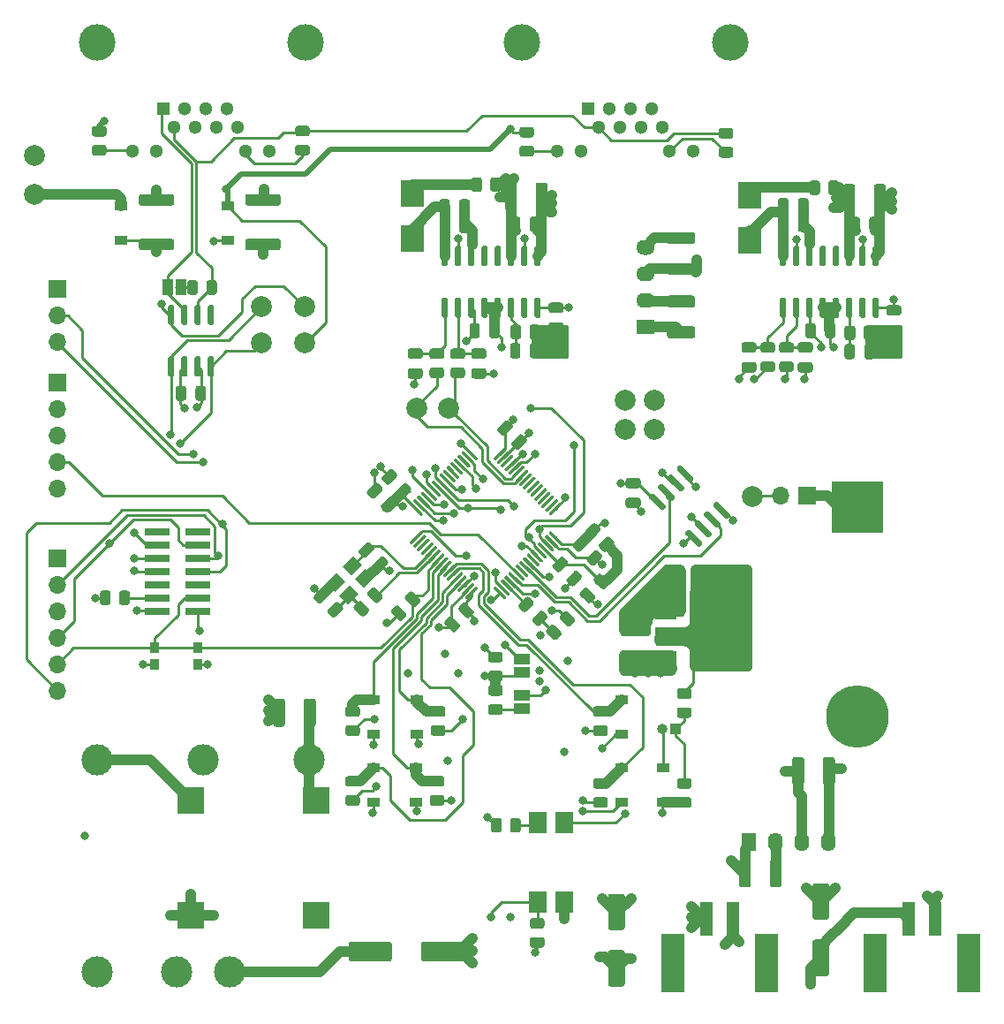
<source format=gtl>
%TF.GenerationSoftware,KiCad,Pcbnew,5.1.7-a382d34a8~88~ubuntu20.04.1*%
%TF.CreationDate,2021-05-21T21:27:29+02:00*%
%TF.ProjectId,Shield_Nucleo,53686965-6c64-45f4-9e75-636c656f2e6b,rev?*%
%TF.SameCoordinates,Original*%
%TF.FileFunction,Copper,L1,Top*%
%TF.FilePolarity,Positive*%
%FSLAX46Y46*%
G04 Gerber Fmt 4.6, Leading zero omitted, Abs format (unit mm)*
G04 Created by KiCad (PCBNEW 5.1.7-a382d34a8~88~ubuntu20.04.1) date 2021-05-21 21:27:29*
%MOMM*%
%LPD*%
G01*
G04 APERTURE LIST*
%TA.AperFunction,ComponentPad*%
%ADD10O,1.700000X1.700000*%
%TD*%
%TA.AperFunction,ComponentPad*%
%ADD11R,1.700000X1.700000*%
%TD*%
%TA.AperFunction,ComponentPad*%
%ADD12R,1.800000X1.400000*%
%TD*%
%TA.AperFunction,ComponentPad*%
%ADD13O,1.800000X1.400000*%
%TD*%
%TA.AperFunction,ComponentPad*%
%ADD14R,1.400000X1.800000*%
%TD*%
%TA.AperFunction,ComponentPad*%
%ADD15O,1.400000X1.800000*%
%TD*%
%TA.AperFunction,ComponentPad*%
%ADD16C,2.000000*%
%TD*%
%TA.AperFunction,SMDPad,CuDef*%
%ADD17R,1.500000X1.000000*%
%TD*%
%TA.AperFunction,ComponentPad*%
%ADD18O,1.000000X1.000000*%
%TD*%
%TA.AperFunction,ComponentPad*%
%ADD19R,1.000000X1.000000*%
%TD*%
%TA.AperFunction,SMDPad,CuDef*%
%ADD20R,2.200000X5.600000*%
%TD*%
%TA.AperFunction,SMDPad,CuDef*%
%ADD21R,1.200000X3.200000*%
%TD*%
%TA.AperFunction,SMDPad,CuDef*%
%ADD22R,0.900000X1.000000*%
%TD*%
%TA.AperFunction,SMDPad,CuDef*%
%ADD23R,2.500000X2.500000*%
%TD*%
%TA.AperFunction,ComponentPad*%
%ADD24C,1.300000*%
%TD*%
%TA.AperFunction,ComponentPad*%
%ADD25C,3.500000*%
%TD*%
%TA.AperFunction,ComponentPad*%
%ADD26R,1.300000X1.300000*%
%TD*%
%TA.AperFunction,SMDPad,CuDef*%
%ADD27R,2.400000X0.740000*%
%TD*%
%TA.AperFunction,SMDPad,CuDef*%
%ADD28C,0.150000*%
%TD*%
%TA.AperFunction,SMDPad,CuDef*%
%ADD29R,1.780000X2.000000*%
%TD*%
%TA.AperFunction,SMDPad,CuDef*%
%ADD30R,2.300000X2.500000*%
%TD*%
%TA.AperFunction,ComponentPad*%
%ADD31C,3.000000*%
%TD*%
%TA.AperFunction,SMDPad,CuDef*%
%ADD32R,1.200000X0.900000*%
%TD*%
%TA.AperFunction,ComponentPad*%
%ADD33C,6.000000*%
%TD*%
%TA.AperFunction,ComponentPad*%
%ADD34R,5.000000X5.000000*%
%TD*%
%TA.AperFunction,SMDPad,CuDef*%
%ADD35R,2.000000X1.500000*%
%TD*%
%TA.AperFunction,SMDPad,CuDef*%
%ADD36R,2.000000X3.800000*%
%TD*%
%TA.AperFunction,SMDPad,CuDef*%
%ADD37R,1.000000X1.500000*%
%TD*%
%TA.AperFunction,ViaPad*%
%ADD38C,0.800000*%
%TD*%
%TA.AperFunction,Conductor*%
%ADD39C,0.250000*%
%TD*%
%TA.AperFunction,Conductor*%
%ADD40C,1.000000*%
%TD*%
%TA.AperFunction,Conductor*%
%ADD41C,0.500000*%
%TD*%
%TA.AperFunction,Conductor*%
%ADD42C,0.254000*%
%TD*%
%TA.AperFunction,Conductor*%
%ADD43C,0.150000*%
%TD*%
G04 APERTURE END LIST*
D10*
%TO.P,J5,5*%
%TO.N,GNDD*%
X45800000Y-76960000D03*
%TO.P,J5,4*%
%TO.N,/SPI3_CS2*%
X45800000Y-74420000D03*
%TO.P,J5,3*%
%TO.N,/SPI3_SCK*%
X45800000Y-71880000D03*
%TO.P,J5,2*%
%TO.N,/SPI3_MOSI*%
X45800000Y-69340000D03*
D11*
%TO.P,J5,1*%
%TO.N,/SPI3_MISO*%
X45800000Y-66800000D03*
%TD*%
D10*
%TO.P,J4,3*%
%TO.N,/USART1_RX*%
X45800000Y-62880000D03*
%TO.P,J4,2*%
%TO.N,/USART1_TX*%
X45800000Y-60340000D03*
D11*
%TO.P,J4,1*%
%TO.N,GNDD*%
X45800000Y-57800000D03*
%TD*%
D12*
%TO.P,U9,1*%
%TO.N,GNDD*%
X102200000Y-61400000D03*
D13*
%TO.P,U9,2*%
%TO.N,+5VD*%
X102200000Y-58860000D03*
%TO.P,U9,3*%
%TO.N,GNDREF*%
X102200000Y-56320000D03*
%TO.P,U9,4*%
%TO.N,+12V*%
X102200000Y-53780000D03*
%TD*%
D14*
%TO.P,U8,1*%
%TO.N,GNDD*%
X112120000Y-110800000D03*
D15*
%TO.P,U8,2*%
%TO.N,+5VD*%
X114660000Y-110800000D03*
%TO.P,U8,3*%
%TO.N,/N*%
X117200000Y-110800000D03*
%TO.P,U8,4*%
%TO.N,+5V*%
X119740000Y-110800000D03*
%TD*%
D16*
%TO.P,TP33,1*%
%TO.N,/GND_CAN*%
X43590000Y-45000000D03*
%TD*%
%TO.P,TP32,1*%
%TO.N,/V_BUS_CAN*%
X43590000Y-48750000D03*
%TD*%
%TO.P,TP15,1*%
%TO.N,/CAN1_STB*%
X69500000Y-59500000D03*
%TD*%
%TO.P,TP14,1*%
%TO.N,/FDCAN1_RX*%
X65400000Y-63000000D03*
%TD*%
%TO.P,TP13,1*%
%TO.N,/FDCAN1_TX*%
X65400000Y-59500000D03*
%TD*%
%TO.P,TP12,1*%
%TO.N,GNDD*%
X103000000Y-71250000D03*
%TD*%
%TO.P,TP8,1*%
%TO.N,/VREF2048*%
X100250000Y-71250000D03*
%TD*%
%TO.P,TP7,1*%
%TO.N,/HRTIM1_CHB2*%
X100250000Y-68500000D03*
%TD*%
%TO.P,TP6,1*%
%TO.N,/HRTIM1_CHB1*%
X103000000Y-68500000D03*
%TD*%
%TO.P,TP5,1*%
%TO.N,/HRTIM1_CHA2*%
X83300000Y-69250000D03*
%TD*%
%TO.P,TP4,1*%
%TO.N,/HRTIM1_CHA1*%
X80250000Y-69250000D03*
%TD*%
%TO.P,TP3,1*%
%TO.N,+BATT*%
X112400000Y-77700000D03*
%TD*%
%TO.P,TP2,1*%
%TO.N,+3V3*%
X110800000Y-86000000D03*
%TD*%
%TO.P,TP1,1*%
%TO.N,GNDD*%
X69500000Y-63000000D03*
%TD*%
%TO.P,U1,64*%
%TO.N,+3V3*%
%TA.AperFunction,SMDPad,CuDef*%
G36*
G01*
X80584428Y-79499860D02*
X79594478Y-78509910D01*
G75*
G02*
X79594478Y-78403844I53033J53033D01*
G01*
X79700544Y-78297778D01*
G75*
G02*
X79806610Y-78297778I53033J-53033D01*
G01*
X80796560Y-79287728D01*
G75*
G02*
X80796560Y-79393794I-53033J-53033D01*
G01*
X80690494Y-79499860D01*
G75*
G02*
X80584428Y-79499860I-53033J53033D01*
G01*
G37*
%TD.AperFunction*%
%TO.P,U1,63*%
%TO.N,GNDD*%
%TA.AperFunction,SMDPad,CuDef*%
G36*
G01*
X80937981Y-79146307D02*
X79948031Y-78156357D01*
G75*
G02*
X79948031Y-78050291I53033J53033D01*
G01*
X80054097Y-77944225D01*
G75*
G02*
X80160163Y-77944225I53033J-53033D01*
G01*
X81150113Y-78934175D01*
G75*
G02*
X81150113Y-79040241I-53033J-53033D01*
G01*
X81044047Y-79146307D01*
G75*
G02*
X80937981Y-79146307I-53033J53033D01*
G01*
G37*
%TD.AperFunction*%
%TO.P,U1,62*%
%TO.N,/FDCAN1_TX*%
%TA.AperFunction,SMDPad,CuDef*%
G36*
G01*
X81291534Y-78792754D02*
X80301584Y-77802804D01*
G75*
G02*
X80301584Y-77696738I53033J53033D01*
G01*
X80407650Y-77590672D01*
G75*
G02*
X80513716Y-77590672I53033J-53033D01*
G01*
X81503666Y-78580622D01*
G75*
G02*
X81503666Y-78686688I-53033J-53033D01*
G01*
X81397600Y-78792754D01*
G75*
G02*
X81291534Y-78792754I-53033J53033D01*
G01*
G37*
%TD.AperFunction*%
%TO.P,U1,61*%
%TO.N,/FDCAN1_RX*%
%TA.AperFunction,SMDPad,CuDef*%
G36*
G01*
X81645088Y-78439200D02*
X80655138Y-77449250D01*
G75*
G02*
X80655138Y-77343184I53033J53033D01*
G01*
X80761204Y-77237118D01*
G75*
G02*
X80867270Y-77237118I53033J-53033D01*
G01*
X81857220Y-78227068D01*
G75*
G02*
X81857220Y-78333134I-53033J-53033D01*
G01*
X81751154Y-78439200D01*
G75*
G02*
X81645088Y-78439200I-53033J53033D01*
G01*
G37*
%TD.AperFunction*%
%TO.P,U1,60*%
%TO.N,/USART1_RX*%
%TA.AperFunction,SMDPad,CuDef*%
G36*
G01*
X81998641Y-78085647D02*
X81008691Y-77095697D01*
G75*
G02*
X81008691Y-76989631I53033J53033D01*
G01*
X81114757Y-76883565D01*
G75*
G02*
X81220823Y-76883565I53033J-53033D01*
G01*
X82210773Y-77873515D01*
G75*
G02*
X82210773Y-77979581I-53033J-53033D01*
G01*
X82104707Y-78085647D01*
G75*
G02*
X81998641Y-78085647I-53033J53033D01*
G01*
G37*
%TD.AperFunction*%
%TO.P,U1,59*%
%TO.N,/USART1_TX*%
%TA.AperFunction,SMDPad,CuDef*%
G36*
G01*
X82352195Y-77732093D02*
X81362245Y-76742143D01*
G75*
G02*
X81362245Y-76636077I53033J53033D01*
G01*
X81468311Y-76530011D01*
G75*
G02*
X81574377Y-76530011I53033J-53033D01*
G01*
X82564327Y-77519961D01*
G75*
G02*
X82564327Y-77626027I-53033J-53033D01*
G01*
X82458261Y-77732093D01*
G75*
G02*
X82352195Y-77732093I-53033J53033D01*
G01*
G37*
%TD.AperFunction*%
%TO.P,U1,58*%
%TO.N,/SPI3_MOSI*%
%TA.AperFunction,SMDPad,CuDef*%
G36*
G01*
X82705748Y-77378540D02*
X81715798Y-76388590D01*
G75*
G02*
X81715798Y-76282524I53033J53033D01*
G01*
X81821864Y-76176458D01*
G75*
G02*
X81927930Y-76176458I53033J-53033D01*
G01*
X82917880Y-77166408D01*
G75*
G02*
X82917880Y-77272474I-53033J-53033D01*
G01*
X82811814Y-77378540D01*
G75*
G02*
X82705748Y-77378540I-53033J53033D01*
G01*
G37*
%TD.AperFunction*%
%TO.P,U1,57*%
%TO.N,/SPI3_MISO*%
%TA.AperFunction,SMDPad,CuDef*%
G36*
G01*
X83059301Y-77024987D02*
X82069351Y-76035037D01*
G75*
G02*
X82069351Y-75928971I53033J53033D01*
G01*
X82175417Y-75822905D01*
G75*
G02*
X82281483Y-75822905I53033J-53033D01*
G01*
X83271433Y-76812855D01*
G75*
G02*
X83271433Y-76918921I-53033J-53033D01*
G01*
X83165367Y-77024987D01*
G75*
G02*
X83059301Y-77024987I-53033J53033D01*
G01*
G37*
%TD.AperFunction*%
%TO.P,U1,56*%
%TO.N,/SWO*%
%TA.AperFunction,SMDPad,CuDef*%
G36*
G01*
X83412855Y-76671433D02*
X82422905Y-75681483D01*
G75*
G02*
X82422905Y-75575417I53033J53033D01*
G01*
X82528971Y-75469351D01*
G75*
G02*
X82635037Y-75469351I53033J-53033D01*
G01*
X83624987Y-76459301D01*
G75*
G02*
X83624987Y-76565367I-53033J-53033D01*
G01*
X83518921Y-76671433D01*
G75*
G02*
X83412855Y-76671433I-53033J53033D01*
G01*
G37*
%TD.AperFunction*%
%TO.P,U1,55*%
%TO.N,N/C*%
%TA.AperFunction,SMDPad,CuDef*%
G36*
G01*
X83766408Y-76317880D02*
X82776458Y-75327930D01*
G75*
G02*
X82776458Y-75221864I53033J53033D01*
G01*
X82882524Y-75115798D01*
G75*
G02*
X82988590Y-75115798I53033J-53033D01*
G01*
X83978540Y-76105748D01*
G75*
G02*
X83978540Y-76211814I-53033J-53033D01*
G01*
X83872474Y-76317880D01*
G75*
G02*
X83766408Y-76317880I-53033J53033D01*
G01*
G37*
%TD.AperFunction*%
%TO.P,U1,54*%
%TO.N,/HRTIM_EEV2*%
%TA.AperFunction,SMDPad,CuDef*%
G36*
G01*
X84119961Y-75964327D02*
X83130011Y-74974377D01*
G75*
G02*
X83130011Y-74868311I53033J53033D01*
G01*
X83236077Y-74762245D01*
G75*
G02*
X83342143Y-74762245I53033J-53033D01*
G01*
X84332093Y-75752195D01*
G75*
G02*
X84332093Y-75858261I-53033J-53033D01*
G01*
X84226027Y-75964327D01*
G75*
G02*
X84119961Y-75964327I-53033J53033D01*
G01*
G37*
%TD.AperFunction*%
%TO.P,U1,53*%
%TO.N,/HRTIM_EEV1*%
%TA.AperFunction,SMDPad,CuDef*%
G36*
G01*
X84473515Y-75610773D02*
X83483565Y-74620823D01*
G75*
G02*
X83483565Y-74514757I53033J53033D01*
G01*
X83589631Y-74408691D01*
G75*
G02*
X83695697Y-74408691I53033J-53033D01*
G01*
X84685647Y-75398641D01*
G75*
G02*
X84685647Y-75504707I-53033J-53033D01*
G01*
X84579581Y-75610773D01*
G75*
G02*
X84473515Y-75610773I-53033J53033D01*
G01*
G37*
%TD.AperFunction*%
%TO.P,U1,52*%
%TO.N,/SPI3_SCK*%
%TA.AperFunction,SMDPad,CuDef*%
G36*
G01*
X84827068Y-75257220D02*
X83837118Y-74267270D01*
G75*
G02*
X83837118Y-74161204I53033J53033D01*
G01*
X83943184Y-74055138D01*
G75*
G02*
X84049250Y-74055138I53033J-53033D01*
G01*
X85039200Y-75045088D01*
G75*
G02*
X85039200Y-75151154I-53033J-53033D01*
G01*
X84933134Y-75257220D01*
G75*
G02*
X84827068Y-75257220I-53033J53033D01*
G01*
G37*
%TD.AperFunction*%
%TO.P,U1,51*%
%TO.N,/HRTIM1_FLT2*%
%TA.AperFunction,SMDPad,CuDef*%
G36*
G01*
X85180622Y-74903666D02*
X84190672Y-73913716D01*
G75*
G02*
X84190672Y-73807650I53033J53033D01*
G01*
X84296738Y-73701584D01*
G75*
G02*
X84402804Y-73701584I53033J-53033D01*
G01*
X85392754Y-74691534D01*
G75*
G02*
X85392754Y-74797600I-53033J-53033D01*
G01*
X85286688Y-74903666D01*
G75*
G02*
X85180622Y-74903666I-53033J53033D01*
G01*
G37*
%TD.AperFunction*%
%TO.P,U1,50*%
%TO.N,/SWCLK*%
%TA.AperFunction,SMDPad,CuDef*%
G36*
G01*
X85534175Y-74550113D02*
X84544225Y-73560163D01*
G75*
G02*
X84544225Y-73454097I53033J53033D01*
G01*
X84650291Y-73348031D01*
G75*
G02*
X84756357Y-73348031I53033J-53033D01*
G01*
X85746307Y-74337981D01*
G75*
G02*
X85746307Y-74444047I-53033J-53033D01*
G01*
X85640241Y-74550113D01*
G75*
G02*
X85534175Y-74550113I-53033J53033D01*
G01*
G37*
%TD.AperFunction*%
%TO.P,U1,49*%
%TO.N,/SWDIO*%
%TA.AperFunction,SMDPad,CuDef*%
G36*
G01*
X85887728Y-74196560D02*
X84897778Y-73206610D01*
G75*
G02*
X84897778Y-73100544I53033J53033D01*
G01*
X85003844Y-72994478D01*
G75*
G02*
X85109910Y-72994478I53033J-53033D01*
G01*
X86099860Y-73984428D01*
G75*
G02*
X86099860Y-74090494I-53033J-53033D01*
G01*
X85993794Y-74196560D01*
G75*
G02*
X85887728Y-74196560I-53033J53033D01*
G01*
G37*
%TD.AperFunction*%
%TO.P,U1,48*%
%TO.N,+3V3*%
%TA.AperFunction,SMDPad,CuDef*%
G36*
G01*
X87726206Y-74196560D02*
X87620140Y-74090494D01*
G75*
G02*
X87620140Y-73984428I53033J53033D01*
G01*
X88610090Y-72994478D01*
G75*
G02*
X88716156Y-72994478I53033J-53033D01*
G01*
X88822222Y-73100544D01*
G75*
G02*
X88822222Y-73206610I-53033J-53033D01*
G01*
X87832272Y-74196560D01*
G75*
G02*
X87726206Y-74196560I-53033J53033D01*
G01*
G37*
%TD.AperFunction*%
%TO.P,U1,47*%
%TO.N,GNDD*%
%TA.AperFunction,SMDPad,CuDef*%
G36*
G01*
X88079759Y-74550113D02*
X87973693Y-74444047D01*
G75*
G02*
X87973693Y-74337981I53033J53033D01*
G01*
X88963643Y-73348031D01*
G75*
G02*
X89069709Y-73348031I53033J-53033D01*
G01*
X89175775Y-73454097D01*
G75*
G02*
X89175775Y-73560163I-53033J-53033D01*
G01*
X88185825Y-74550113D01*
G75*
G02*
X88079759Y-74550113I-53033J53033D01*
G01*
G37*
%TD.AperFunction*%
%TO.P,U1,46*%
%TO.N,/HRTIM1_FLT1*%
%TA.AperFunction,SMDPad,CuDef*%
G36*
G01*
X88433312Y-74903666D02*
X88327246Y-74797600D01*
G75*
G02*
X88327246Y-74691534I53033J53033D01*
G01*
X89317196Y-73701584D01*
G75*
G02*
X89423262Y-73701584I53033J-53033D01*
G01*
X89529328Y-73807650D01*
G75*
G02*
X89529328Y-73913716I-53033J-53033D01*
G01*
X88539378Y-74903666D01*
G75*
G02*
X88433312Y-74903666I-53033J53033D01*
G01*
G37*
%TD.AperFunction*%
%TO.P,U1,45*%
%TO.N,/HRTIM1_CHB2*%
%TA.AperFunction,SMDPad,CuDef*%
G36*
G01*
X88786866Y-75257220D02*
X88680800Y-75151154D01*
G75*
G02*
X88680800Y-75045088I53033J53033D01*
G01*
X89670750Y-74055138D01*
G75*
G02*
X89776816Y-74055138I53033J-53033D01*
G01*
X89882882Y-74161204D01*
G75*
G02*
X89882882Y-74267270I-53033J-53033D01*
G01*
X88892932Y-75257220D01*
G75*
G02*
X88786866Y-75257220I-53033J53033D01*
G01*
G37*
%TD.AperFunction*%
%TO.P,U1,44*%
%TO.N,/HRTIM1_CHB1*%
%TA.AperFunction,SMDPad,CuDef*%
G36*
G01*
X89140419Y-75610773D02*
X89034353Y-75504707D01*
G75*
G02*
X89034353Y-75398641I53033J53033D01*
G01*
X90024303Y-74408691D01*
G75*
G02*
X90130369Y-74408691I53033J-53033D01*
G01*
X90236435Y-74514757D01*
G75*
G02*
X90236435Y-74620823I-53033J-53033D01*
G01*
X89246485Y-75610773D01*
G75*
G02*
X89140419Y-75610773I-53033J53033D01*
G01*
G37*
%TD.AperFunction*%
%TO.P,U1,43*%
%TO.N,/HRTIM1_CHA2*%
%TA.AperFunction,SMDPad,CuDef*%
G36*
G01*
X89493973Y-75964327D02*
X89387907Y-75858261D01*
G75*
G02*
X89387907Y-75752195I53033J53033D01*
G01*
X90377857Y-74762245D01*
G75*
G02*
X90483923Y-74762245I53033J-53033D01*
G01*
X90589989Y-74868311D01*
G75*
G02*
X90589989Y-74974377I-53033J-53033D01*
G01*
X89600039Y-75964327D01*
G75*
G02*
X89493973Y-75964327I-53033J53033D01*
G01*
G37*
%TD.AperFunction*%
%TO.P,U1,42*%
%TO.N,/HRTIM1_CHA1*%
%TA.AperFunction,SMDPad,CuDef*%
G36*
G01*
X89847526Y-76317880D02*
X89741460Y-76211814D01*
G75*
G02*
X89741460Y-76105748I53033J53033D01*
G01*
X90731410Y-75115798D01*
G75*
G02*
X90837476Y-75115798I53033J-53033D01*
G01*
X90943542Y-75221864D01*
G75*
G02*
X90943542Y-75327930I-53033J-53033D01*
G01*
X89953592Y-76317880D01*
G75*
G02*
X89847526Y-76317880I-53033J53033D01*
G01*
G37*
%TD.AperFunction*%
%TO.P,U1,41*%
%TO.N,Net-(U1-Pad41)*%
%TA.AperFunction,SMDPad,CuDef*%
G36*
G01*
X90201079Y-76671433D02*
X90095013Y-76565367D01*
G75*
G02*
X90095013Y-76459301I53033J53033D01*
G01*
X91084963Y-75469351D01*
G75*
G02*
X91191029Y-75469351I53033J-53033D01*
G01*
X91297095Y-75575417D01*
G75*
G02*
X91297095Y-75681483I-53033J-53033D01*
G01*
X90307145Y-76671433D01*
G75*
G02*
X90201079Y-76671433I-53033J53033D01*
G01*
G37*
%TD.AperFunction*%
%TO.P,U1,40*%
%TO.N,Net-(U1-Pad40)*%
%TA.AperFunction,SMDPad,CuDef*%
G36*
G01*
X90554633Y-77024987D02*
X90448567Y-76918921D01*
G75*
G02*
X90448567Y-76812855I53033J53033D01*
G01*
X91438517Y-75822905D01*
G75*
G02*
X91544583Y-75822905I53033J-53033D01*
G01*
X91650649Y-75928971D01*
G75*
G02*
X91650649Y-76035037I-53033J-53033D01*
G01*
X90660699Y-77024987D01*
G75*
G02*
X90554633Y-77024987I-53033J53033D01*
G01*
G37*
%TD.AperFunction*%
%TO.P,U1,39*%
%TO.N,Net-(U1-Pad39)*%
%TA.AperFunction,SMDPad,CuDef*%
G36*
G01*
X90908186Y-77378540D02*
X90802120Y-77272474D01*
G75*
G02*
X90802120Y-77166408I53033J53033D01*
G01*
X91792070Y-76176458D01*
G75*
G02*
X91898136Y-76176458I53033J-53033D01*
G01*
X92004202Y-76282524D01*
G75*
G02*
X92004202Y-76388590I-53033J-53033D01*
G01*
X91014252Y-77378540D01*
G75*
G02*
X90908186Y-77378540I-53033J53033D01*
G01*
G37*
%TD.AperFunction*%
%TO.P,U1,38*%
%TO.N,Net-(U1-Pad38)*%
%TA.AperFunction,SMDPad,CuDef*%
G36*
G01*
X91261739Y-77732093D02*
X91155673Y-77626027D01*
G75*
G02*
X91155673Y-77519961I53033J53033D01*
G01*
X92145623Y-76530011D01*
G75*
G02*
X92251689Y-76530011I53033J-53033D01*
G01*
X92357755Y-76636077D01*
G75*
G02*
X92357755Y-76742143I-53033J-53033D01*
G01*
X91367805Y-77732093D01*
G75*
G02*
X91261739Y-77732093I-53033J53033D01*
G01*
G37*
%TD.AperFunction*%
%TO.P,U1,37*%
%TO.N,Net-(U1-Pad37)*%
%TA.AperFunction,SMDPad,CuDef*%
G36*
G01*
X91615293Y-78085647D02*
X91509227Y-77979581D01*
G75*
G02*
X91509227Y-77873515I53033J53033D01*
G01*
X92499177Y-76883565D01*
G75*
G02*
X92605243Y-76883565I53033J-53033D01*
G01*
X92711309Y-76989631D01*
G75*
G02*
X92711309Y-77095697I-53033J-53033D01*
G01*
X91721359Y-78085647D01*
G75*
G02*
X91615293Y-78085647I-53033J53033D01*
G01*
G37*
%TD.AperFunction*%
%TO.P,U1,36*%
%TO.N,Net-(U1-Pad36)*%
%TA.AperFunction,SMDPad,CuDef*%
G36*
G01*
X91968846Y-78439200D02*
X91862780Y-78333134D01*
G75*
G02*
X91862780Y-78227068I53033J53033D01*
G01*
X92852730Y-77237118D01*
G75*
G02*
X92958796Y-77237118I53033J-53033D01*
G01*
X93064862Y-77343184D01*
G75*
G02*
X93064862Y-77449250I-53033J-53033D01*
G01*
X92074912Y-78439200D01*
G75*
G02*
X91968846Y-78439200I-53033J53033D01*
G01*
G37*
%TD.AperFunction*%
%TO.P,U1,35*%
%TO.N,Net-(U1-Pad35)*%
%TA.AperFunction,SMDPad,CuDef*%
G36*
G01*
X92322400Y-78792754D02*
X92216334Y-78686688D01*
G75*
G02*
X92216334Y-78580622I53033J53033D01*
G01*
X93206284Y-77590672D01*
G75*
G02*
X93312350Y-77590672I53033J-53033D01*
G01*
X93418416Y-77696738D01*
G75*
G02*
X93418416Y-77802804I-53033J-53033D01*
G01*
X92428466Y-78792754D01*
G75*
G02*
X92322400Y-78792754I-53033J53033D01*
G01*
G37*
%TD.AperFunction*%
%TO.P,U1,34*%
%TO.N,Net-(U1-Pad34)*%
%TA.AperFunction,SMDPad,CuDef*%
G36*
G01*
X92675953Y-79146307D02*
X92569887Y-79040241D01*
G75*
G02*
X92569887Y-78934175I53033J53033D01*
G01*
X93559837Y-77944225D01*
G75*
G02*
X93665903Y-77944225I53033J-53033D01*
G01*
X93771969Y-78050291D01*
G75*
G02*
X93771969Y-78156357I-53033J-53033D01*
G01*
X92782019Y-79146307D01*
G75*
G02*
X92675953Y-79146307I-53033J53033D01*
G01*
G37*
%TD.AperFunction*%
%TO.P,U1,33*%
%TO.N,/N_GND*%
%TA.AperFunction,SMDPad,CuDef*%
G36*
G01*
X93029506Y-79499860D02*
X92923440Y-79393794D01*
G75*
G02*
X92923440Y-79287728I53033J53033D01*
G01*
X93913390Y-78297778D01*
G75*
G02*
X94019456Y-78297778I53033J-53033D01*
G01*
X94125522Y-78403844D01*
G75*
G02*
X94125522Y-78509910I-53033J-53033D01*
G01*
X93135572Y-79499860D01*
G75*
G02*
X93029506Y-79499860I-53033J53033D01*
G01*
G37*
%TD.AperFunction*%
%TO.P,U1,32*%
%TO.N,+3V3*%
%TA.AperFunction,SMDPad,CuDef*%
G36*
G01*
X93913390Y-82222222D02*
X92923440Y-81232272D01*
G75*
G02*
X92923440Y-81126206I53033J53033D01*
G01*
X93029506Y-81020140D01*
G75*
G02*
X93135572Y-81020140I53033J-53033D01*
G01*
X94125522Y-82010090D01*
G75*
G02*
X94125522Y-82116156I-53033J-53033D01*
G01*
X94019456Y-82222222D01*
G75*
G02*
X93913390Y-82222222I-53033J53033D01*
G01*
G37*
%TD.AperFunction*%
%TO.P,U1,31*%
%TO.N,GNDD*%
%TA.AperFunction,SMDPad,CuDef*%
G36*
G01*
X93559837Y-82575775D02*
X92569887Y-81585825D01*
G75*
G02*
X92569887Y-81479759I53033J53033D01*
G01*
X92675953Y-81373693D01*
G75*
G02*
X92782019Y-81373693I53033J-53033D01*
G01*
X93771969Y-82363643D01*
G75*
G02*
X93771969Y-82469709I-53033J-53033D01*
G01*
X93665903Y-82575775D01*
G75*
G02*
X93559837Y-82575775I-53033J53033D01*
G01*
G37*
%TD.AperFunction*%
%TO.P,U1,30*%
%TO.N,/CAN1_STB*%
%TA.AperFunction,SMDPad,CuDef*%
G36*
G01*
X93206284Y-82929328D02*
X92216334Y-81939378D01*
G75*
G02*
X92216334Y-81833312I53033J53033D01*
G01*
X92322400Y-81727246D01*
G75*
G02*
X92428466Y-81727246I53033J-53033D01*
G01*
X93418416Y-82717196D01*
G75*
G02*
X93418416Y-82823262I-53033J-53033D01*
G01*
X93312350Y-82929328D01*
G75*
G02*
X93206284Y-82929328I-53033J53033D01*
G01*
G37*
%TD.AperFunction*%
%TO.P,U1,29*%
%TO.N,+3.3VA*%
%TA.AperFunction,SMDPad,CuDef*%
G36*
G01*
X92852730Y-83282882D02*
X91862780Y-82292932D01*
G75*
G02*
X91862780Y-82186866I53033J53033D01*
G01*
X91968846Y-82080800D01*
G75*
G02*
X92074912Y-82080800I53033J-53033D01*
G01*
X93064862Y-83070750D01*
G75*
G02*
X93064862Y-83176816I-53033J-53033D01*
G01*
X92958796Y-83282882D01*
G75*
G02*
X92852730Y-83282882I-53033J53033D01*
G01*
G37*
%TD.AperFunction*%
%TO.P,U1,28*%
%TO.N,/VREF2048*%
%TA.AperFunction,SMDPad,CuDef*%
G36*
G01*
X92499177Y-83636435D02*
X91509227Y-82646485D01*
G75*
G02*
X91509227Y-82540419I53033J53033D01*
G01*
X91615293Y-82434353D01*
G75*
G02*
X91721359Y-82434353I53033J-53033D01*
G01*
X92711309Y-83424303D01*
G75*
G02*
X92711309Y-83530369I-53033J-53033D01*
G01*
X92605243Y-83636435D01*
G75*
G02*
X92499177Y-83636435I-53033J53033D01*
G01*
G37*
%TD.AperFunction*%
%TO.P,U1,27*%
%TO.N,GNDD*%
%TA.AperFunction,SMDPad,CuDef*%
G36*
G01*
X92145623Y-83989989D02*
X91155673Y-83000039D01*
G75*
G02*
X91155673Y-82893973I53033J53033D01*
G01*
X91261739Y-82787907D01*
G75*
G02*
X91367805Y-82787907I53033J-53033D01*
G01*
X92357755Y-83777857D01*
G75*
G02*
X92357755Y-83883923I-53033J-53033D01*
G01*
X92251689Y-83989989D01*
G75*
G02*
X92145623Y-83989989I-53033J53033D01*
G01*
G37*
%TD.AperFunction*%
%TO.P,U1,26*%
%TO.N,Net-(U1-Pad26)*%
%TA.AperFunction,SMDPad,CuDef*%
G36*
G01*
X91792070Y-84343542D02*
X90802120Y-83353592D01*
G75*
G02*
X90802120Y-83247526I53033J53033D01*
G01*
X90908186Y-83141460D01*
G75*
G02*
X91014252Y-83141460I53033J-53033D01*
G01*
X92004202Y-84131410D01*
G75*
G02*
X92004202Y-84237476I-53033J-53033D01*
G01*
X91898136Y-84343542D01*
G75*
G02*
X91792070Y-84343542I-53033J53033D01*
G01*
G37*
%TD.AperFunction*%
%TO.P,U1,25*%
%TO.N,/Temp_mcu*%
%TA.AperFunction,SMDPad,CuDef*%
G36*
G01*
X91438517Y-84697095D02*
X90448567Y-83707145D01*
G75*
G02*
X90448567Y-83601079I53033J53033D01*
G01*
X90554633Y-83495013D01*
G75*
G02*
X90660699Y-83495013I53033J-53033D01*
G01*
X91650649Y-84484963D01*
G75*
G02*
X91650649Y-84591029I-53033J-53033D01*
G01*
X91544583Y-84697095D01*
G75*
G02*
X91438517Y-84697095I-53033J53033D01*
G01*
G37*
%TD.AperFunction*%
%TO.P,U1,24*%
%TO.N,/EEPROM_HOLD*%
%TA.AperFunction,SMDPad,CuDef*%
G36*
G01*
X91084963Y-85050649D02*
X90095013Y-84060699D01*
G75*
G02*
X90095013Y-83954633I53033J53033D01*
G01*
X90201079Y-83848567D01*
G75*
G02*
X90307145Y-83848567I53033J-53033D01*
G01*
X91297095Y-84838517D01*
G75*
G02*
X91297095Y-84944583I-53033J-53033D01*
G01*
X91191029Y-85050649D01*
G75*
G02*
X91084963Y-85050649I-53033J53033D01*
G01*
G37*
%TD.AperFunction*%
%TO.P,U1,23*%
%TO.N,Net-(U1-Pad23)*%
%TA.AperFunction,SMDPad,CuDef*%
G36*
G01*
X90731410Y-85404202D02*
X89741460Y-84414252D01*
G75*
G02*
X89741460Y-84308186I53033J53033D01*
G01*
X89847526Y-84202120D01*
G75*
G02*
X89953592Y-84202120I53033J-53033D01*
G01*
X90943542Y-85192070D01*
G75*
G02*
X90943542Y-85298136I-53033J-53033D01*
G01*
X90837476Y-85404202D01*
G75*
G02*
X90731410Y-85404202I-53033J53033D01*
G01*
G37*
%TD.AperFunction*%
%TO.P,U1,22*%
%TO.N,/SPI3_CS2*%
%TA.AperFunction,SMDPad,CuDef*%
G36*
G01*
X90377857Y-85757755D02*
X89387907Y-84767805D01*
G75*
G02*
X89387907Y-84661739I53033J53033D01*
G01*
X89493973Y-84555673D01*
G75*
G02*
X89600039Y-84555673I53033J-53033D01*
G01*
X90589989Y-85545623D01*
G75*
G02*
X90589989Y-85651689I-53033J-53033D01*
G01*
X90483923Y-85757755D01*
G75*
G02*
X90377857Y-85757755I-53033J53033D01*
G01*
G37*
%TD.AperFunction*%
%TO.P,U1,21*%
%TO.N,/EEPROM_WP*%
%TA.AperFunction,SMDPad,CuDef*%
G36*
G01*
X90024303Y-86111309D02*
X89034353Y-85121359D01*
G75*
G02*
X89034353Y-85015293I53033J53033D01*
G01*
X89140419Y-84909227D01*
G75*
G02*
X89246485Y-84909227I53033J-53033D01*
G01*
X90236435Y-85899177D01*
G75*
G02*
X90236435Y-86005243I-53033J-53033D01*
G01*
X90130369Y-86111309D01*
G75*
G02*
X90024303Y-86111309I-53033J53033D01*
G01*
G37*
%TD.AperFunction*%
%TO.P,U1,20*%
%TO.N,/DAC2*%
%TA.AperFunction,SMDPad,CuDef*%
G36*
G01*
X89670750Y-86464862D02*
X88680800Y-85474912D01*
G75*
G02*
X88680800Y-85368846I53033J53033D01*
G01*
X88786866Y-85262780D01*
G75*
G02*
X88892932Y-85262780I53033J-53033D01*
G01*
X89882882Y-86252730D01*
G75*
G02*
X89882882Y-86358796I-53033J-53033D01*
G01*
X89776816Y-86464862D01*
G75*
G02*
X89670750Y-86464862I-53033J53033D01*
G01*
G37*
%TD.AperFunction*%
%TO.P,U1,19*%
%TO.N,/LED_BUILTIN*%
%TA.AperFunction,SMDPad,CuDef*%
G36*
G01*
X89317196Y-86818416D02*
X88327246Y-85828466D01*
G75*
G02*
X88327246Y-85722400I53033J53033D01*
G01*
X88433312Y-85616334D01*
G75*
G02*
X88539378Y-85616334I53033J-53033D01*
G01*
X89529328Y-86606284D01*
G75*
G02*
X89529328Y-86712350I-53033J-53033D01*
G01*
X89423262Y-86818416D01*
G75*
G02*
X89317196Y-86818416I-53033J53033D01*
G01*
G37*
%TD.AperFunction*%
%TO.P,U1,18*%
%TO.N,/SPI3_CS*%
%TA.AperFunction,SMDPad,CuDef*%
G36*
G01*
X88963643Y-87171969D02*
X87973693Y-86182019D01*
G75*
G02*
X87973693Y-86075953I53033J53033D01*
G01*
X88079759Y-85969887D01*
G75*
G02*
X88185825Y-85969887I53033J-53033D01*
G01*
X89175775Y-86959837D01*
G75*
G02*
X89175775Y-87065903I-53033J-53033D01*
G01*
X89069709Y-87171969D01*
G75*
G02*
X88963643Y-87171969I-53033J53033D01*
G01*
G37*
%TD.AperFunction*%
%TO.P,U1,17*%
%TO.N,/STLINK_TX*%
%TA.AperFunction,SMDPad,CuDef*%
G36*
G01*
X88610090Y-87525522D02*
X87620140Y-86535572D01*
G75*
G02*
X87620140Y-86429506I53033J53033D01*
G01*
X87726206Y-86323440D01*
G75*
G02*
X87832272Y-86323440I53033J-53033D01*
G01*
X88822222Y-87313390D01*
G75*
G02*
X88822222Y-87419456I-53033J-53033D01*
G01*
X88716156Y-87525522D01*
G75*
G02*
X88610090Y-87525522I-53033J53033D01*
G01*
G37*
%TD.AperFunction*%
%TO.P,U1,16*%
%TO.N,+3V3*%
%TA.AperFunction,SMDPad,CuDef*%
G36*
G01*
X85003844Y-87525522D02*
X84897778Y-87419456D01*
G75*
G02*
X84897778Y-87313390I53033J53033D01*
G01*
X85887728Y-86323440D01*
G75*
G02*
X85993794Y-86323440I53033J-53033D01*
G01*
X86099860Y-86429506D01*
G75*
G02*
X86099860Y-86535572I-53033J-53033D01*
G01*
X85109910Y-87525522D01*
G75*
G02*
X85003844Y-87525522I-53033J53033D01*
G01*
G37*
%TD.AperFunction*%
%TO.P,U1,15*%
%TO.N,GNDD*%
%TA.AperFunction,SMDPad,CuDef*%
G36*
G01*
X84650291Y-87171969D02*
X84544225Y-87065903D01*
G75*
G02*
X84544225Y-86959837I53033J53033D01*
G01*
X85534175Y-85969887D01*
G75*
G02*
X85640241Y-85969887I53033J-53033D01*
G01*
X85746307Y-86075953D01*
G75*
G02*
X85746307Y-86182019I-53033J-53033D01*
G01*
X84756357Y-87171969D01*
G75*
G02*
X84650291Y-87171969I-53033J53033D01*
G01*
G37*
%TD.AperFunction*%
%TO.P,U1,14*%
%TO.N,/STLINK_RX*%
%TA.AperFunction,SMDPad,CuDef*%
G36*
G01*
X84296738Y-86818416D02*
X84190672Y-86712350D01*
G75*
G02*
X84190672Y-86606284I53033J53033D01*
G01*
X85180622Y-85616334D01*
G75*
G02*
X85286688Y-85616334I53033J-53033D01*
G01*
X85392754Y-85722400D01*
G75*
G02*
X85392754Y-85828466I-53033J-53033D01*
G01*
X84402804Y-86818416D01*
G75*
G02*
X84296738Y-86818416I-53033J53033D01*
G01*
G37*
%TD.AperFunction*%
%TO.P,U1,13*%
%TO.N,/I1_low_mcu*%
%TA.AperFunction,SMDPad,CuDef*%
G36*
G01*
X83943184Y-86464862D02*
X83837118Y-86358796D01*
G75*
G02*
X83837118Y-86252730I53033J53033D01*
G01*
X84827068Y-85262780D01*
G75*
G02*
X84933134Y-85262780I53033J-53033D01*
G01*
X85039200Y-85368846D01*
G75*
G02*
X85039200Y-85474912I-53033J-53033D01*
G01*
X84049250Y-86464862D01*
G75*
G02*
X83943184Y-86464862I-53033J53033D01*
G01*
G37*
%TD.AperFunction*%
%TO.P,U1,12*%
%TO.N,/V1_low_mcu*%
%TA.AperFunction,SMDPad,CuDef*%
G36*
G01*
X83589631Y-86111309D02*
X83483565Y-86005243D01*
G75*
G02*
X83483565Y-85899177I53033J53033D01*
G01*
X84473515Y-84909227D01*
G75*
G02*
X84579581Y-84909227I53033J-53033D01*
G01*
X84685647Y-85015293D01*
G75*
G02*
X84685647Y-85121359I-53033J-53033D01*
G01*
X83695697Y-86111309D01*
G75*
G02*
X83589631Y-86111309I-53033J53033D01*
G01*
G37*
%TD.AperFunction*%
%TO.P,U1,11*%
%TO.N,/V_high_mcu*%
%TA.AperFunction,SMDPad,CuDef*%
G36*
G01*
X83236077Y-85757755D02*
X83130011Y-85651689D01*
G75*
G02*
X83130011Y-85545623I53033J53033D01*
G01*
X84119961Y-84555673D01*
G75*
G02*
X84226027Y-84555673I53033J-53033D01*
G01*
X84332093Y-84661739D01*
G75*
G02*
X84332093Y-84767805I-53033J-53033D01*
G01*
X83342143Y-85757755D01*
G75*
G02*
X83236077Y-85757755I-53033J53033D01*
G01*
G37*
%TD.AperFunction*%
%TO.P,U1,10*%
%TO.N,/I_high_mcu*%
%TA.AperFunction,SMDPad,CuDef*%
G36*
G01*
X82882524Y-85404202D02*
X82776458Y-85298136D01*
G75*
G02*
X82776458Y-85192070I53033J53033D01*
G01*
X83766408Y-84202120D01*
G75*
G02*
X83872474Y-84202120I53033J-53033D01*
G01*
X83978540Y-84308186D01*
G75*
G02*
X83978540Y-84414252I-53033J-53033D01*
G01*
X82988590Y-85404202D01*
G75*
G02*
X82882524Y-85404202I-53033J53033D01*
G01*
G37*
%TD.AperFunction*%
%TO.P,U1,9*%
%TO.N,/I2_low_mcu*%
%TA.AperFunction,SMDPad,CuDef*%
G36*
G01*
X82528971Y-85050649D02*
X82422905Y-84944583D01*
G75*
G02*
X82422905Y-84838517I53033J53033D01*
G01*
X83412855Y-83848567D01*
G75*
G02*
X83518921Y-83848567I53033J-53033D01*
G01*
X83624987Y-83954633D01*
G75*
G02*
X83624987Y-84060699I-53033J-53033D01*
G01*
X82635037Y-85050649D01*
G75*
G02*
X82528971Y-85050649I-53033J53033D01*
G01*
G37*
%TD.AperFunction*%
%TO.P,U1,8*%
%TO.N,/V2_low_mcu*%
%TA.AperFunction,SMDPad,CuDef*%
G36*
G01*
X82175417Y-84697095D02*
X82069351Y-84591029D01*
G75*
G02*
X82069351Y-84484963I53033J53033D01*
G01*
X83059301Y-83495013D01*
G75*
G02*
X83165367Y-83495013I53033J-53033D01*
G01*
X83271433Y-83601079D01*
G75*
G02*
X83271433Y-83707145I-53033J-53033D01*
G01*
X82281483Y-84697095D01*
G75*
G02*
X82175417Y-84697095I-53033J53033D01*
G01*
G37*
%TD.AperFunction*%
%TO.P,U1,7*%
%TO.N,/NRST*%
%TA.AperFunction,SMDPad,CuDef*%
G36*
G01*
X81821864Y-84343542D02*
X81715798Y-84237476D01*
G75*
G02*
X81715798Y-84131410I53033J53033D01*
G01*
X82705748Y-83141460D01*
G75*
G02*
X82811814Y-83141460I53033J-53033D01*
G01*
X82917880Y-83247526D01*
G75*
G02*
X82917880Y-83353592I-53033J-53033D01*
G01*
X81927930Y-84343542D01*
G75*
G02*
X81821864Y-84343542I-53033J53033D01*
G01*
G37*
%TD.AperFunction*%
%TO.P,U1,6*%
%TO.N,/HSE_OUT*%
%TA.AperFunction,SMDPad,CuDef*%
G36*
G01*
X81468311Y-83989989D02*
X81362245Y-83883923D01*
G75*
G02*
X81362245Y-83777857I53033J53033D01*
G01*
X82352195Y-82787907D01*
G75*
G02*
X82458261Y-82787907I53033J-53033D01*
G01*
X82564327Y-82893973D01*
G75*
G02*
X82564327Y-83000039I-53033J-53033D01*
G01*
X81574377Y-83989989D01*
G75*
G02*
X81468311Y-83989989I-53033J53033D01*
G01*
G37*
%TD.AperFunction*%
%TO.P,U1,5*%
%TO.N,/HSE_IN*%
%TA.AperFunction,SMDPad,CuDef*%
G36*
G01*
X81114757Y-83636435D02*
X81008691Y-83530369D01*
G75*
G02*
X81008691Y-83424303I53033J53033D01*
G01*
X81998641Y-82434353D01*
G75*
G02*
X82104707Y-82434353I53033J-53033D01*
G01*
X82210773Y-82540419D01*
G75*
G02*
X82210773Y-82646485I-53033J-53033D01*
G01*
X81220823Y-83636435D01*
G75*
G02*
X81114757Y-83636435I-53033J53033D01*
G01*
G37*
%TD.AperFunction*%
%TO.P,U1,4*%
%TO.N,Net-(U1-Pad4)*%
%TA.AperFunction,SMDPad,CuDef*%
G36*
G01*
X80761204Y-83282882D02*
X80655138Y-83176816D01*
G75*
G02*
X80655138Y-83070750I53033J53033D01*
G01*
X81645088Y-82080800D01*
G75*
G02*
X81751154Y-82080800I53033J-53033D01*
G01*
X81857220Y-82186866D01*
G75*
G02*
X81857220Y-82292932I-53033J-53033D01*
G01*
X80867270Y-83282882D01*
G75*
G02*
X80761204Y-83282882I-53033J53033D01*
G01*
G37*
%TD.AperFunction*%
%TO.P,U1,3*%
%TO.N,Net-(U1-Pad3)*%
%TA.AperFunction,SMDPad,CuDef*%
G36*
G01*
X80407650Y-82929328D02*
X80301584Y-82823262D01*
G75*
G02*
X80301584Y-82717196I53033J53033D01*
G01*
X81291534Y-81727246D01*
G75*
G02*
X81397600Y-81727246I53033J-53033D01*
G01*
X81503666Y-81833312D01*
G75*
G02*
X81503666Y-81939378I-53033J-53033D01*
G01*
X80513716Y-82929328D01*
G75*
G02*
X80407650Y-82929328I-53033J53033D01*
G01*
G37*
%TD.AperFunction*%
%TO.P,U1,2*%
%TO.N,Net-(U1-Pad2)*%
%TA.AperFunction,SMDPad,CuDef*%
G36*
G01*
X80054097Y-82575775D02*
X79948031Y-82469709D01*
G75*
G02*
X79948031Y-82363643I53033J53033D01*
G01*
X80937981Y-81373693D01*
G75*
G02*
X81044047Y-81373693I53033J-53033D01*
G01*
X81150113Y-81479759D01*
G75*
G02*
X81150113Y-81585825I-53033J-53033D01*
G01*
X80160163Y-82575775D01*
G75*
G02*
X80054097Y-82575775I-53033J53033D01*
G01*
G37*
%TD.AperFunction*%
%TO.P,U1,1*%
%TO.N,+BATT*%
%TA.AperFunction,SMDPad,CuDef*%
G36*
G01*
X79700544Y-82222222D02*
X79594478Y-82116156D01*
G75*
G02*
X79594478Y-82010090I53033J53033D01*
G01*
X80584428Y-81020140D01*
G75*
G02*
X80690494Y-81020140I53033J-53033D01*
G01*
X80796560Y-81126206D01*
G75*
G02*
X80796560Y-81232272I-53033J-53033D01*
G01*
X79806610Y-82222222D01*
G75*
G02*
X79700544Y-82222222I-53033J53033D01*
G01*
G37*
%TD.AperFunction*%
%TD*%
%TO.P,R23,2*%
%TO.N,/HSE_OUT*%
%TA.AperFunction,SMDPad,CuDef*%
G36*
G01*
X76201042Y-87835356D02*
X75564644Y-87198958D01*
G75*
G02*
X75564644Y-86845406I176776J176776D01*
G01*
X75935876Y-86474174D01*
G75*
G02*
X76289428Y-86474174I176776J-176776D01*
G01*
X76925826Y-87110572D01*
G75*
G02*
X76925826Y-87464124I-176776J-176776D01*
G01*
X76554594Y-87835356D01*
G75*
G02*
X76201042Y-87835356I-176776J176776D01*
G01*
G37*
%TD.AperFunction*%
%TO.P,R23,1*%
%TO.N,Net-(C4-Pad1)*%
%TA.AperFunction,SMDPad,CuDef*%
G36*
G01*
X74910572Y-89125826D02*
X74274174Y-88489428D01*
G75*
G02*
X74274174Y-88135876I176776J176776D01*
G01*
X74645406Y-87764644D01*
G75*
G02*
X74998958Y-87764644I176776J-176776D01*
G01*
X75635356Y-88401042D01*
G75*
G02*
X75635356Y-88754594I-176776J-176776D01*
G01*
X75264124Y-89125826D01*
G75*
G02*
X74910572Y-89125826I-176776J176776D01*
G01*
G37*
%TD.AperFunction*%
%TD*%
%TO.P,R28,2*%
%TO.N,GNDD*%
%TA.AperFunction,SMDPad,CuDef*%
G36*
G01*
X94646277Y-90090121D02*
X94009879Y-89453723D01*
G75*
G02*
X94009879Y-89100171I176776J176776D01*
G01*
X94381111Y-88728939D01*
G75*
G02*
X94734663Y-88728939I176776J-176776D01*
G01*
X95371061Y-89365337D01*
G75*
G02*
X95371061Y-89718889I-176776J-176776D01*
G01*
X94999829Y-90090121D01*
G75*
G02*
X94646277Y-90090121I-176776J176776D01*
G01*
G37*
%TD.AperFunction*%
%TO.P,R28,1*%
%TO.N,Net-(LED1-Pad1)*%
%TA.AperFunction,SMDPad,CuDef*%
G36*
G01*
X93355807Y-91380591D02*
X92719409Y-90744193D01*
G75*
G02*
X92719409Y-90390641I176776J176776D01*
G01*
X93090641Y-90019409D01*
G75*
G02*
X93444193Y-90019409I176776J-176776D01*
G01*
X94080591Y-90655807D01*
G75*
G02*
X94080591Y-91009359I-176776J-176776D01*
G01*
X93709359Y-91380591D01*
G75*
G02*
X93355807Y-91380591I-176776J176776D01*
G01*
G37*
%TD.AperFunction*%
%TD*%
%TO.P,LED1,2*%
%TO.N,/LED_BUILTIN*%
%TA.AperFunction,SMDPad,CuDef*%
G36*
G01*
X91404419Y-88059184D02*
X90759184Y-88704419D01*
G75*
G02*
X90414470Y-88704419I-172357J172357D01*
G01*
X90069755Y-88359704D01*
G75*
G02*
X90069755Y-88014990I172357J172357D01*
G01*
X90714990Y-87369755D01*
G75*
G02*
X91059704Y-87369755I172357J-172357D01*
G01*
X91404419Y-87714470D01*
G75*
G02*
X91404419Y-88059184I-172357J-172357D01*
G01*
G37*
%TD.AperFunction*%
%TO.P,LED1,1*%
%TO.N,Net-(LED1-Pad1)*%
%TA.AperFunction,SMDPad,CuDef*%
G36*
G01*
X92730245Y-89385010D02*
X92085010Y-90030245D01*
G75*
G02*
X91740296Y-90030245I-172357J172357D01*
G01*
X91395581Y-89685530D01*
G75*
G02*
X91395581Y-89340816I172357J172357D01*
G01*
X92040816Y-88695581D01*
G75*
G02*
X92385530Y-88695581I172357J-172357D01*
G01*
X92730245Y-89040296D01*
G75*
G02*
X92730245Y-89385010I-172357J-172357D01*
G01*
G37*
%TD.AperFunction*%
%TD*%
%TO.P,R27,2*%
%TO.N,GNDD*%
%TA.AperFunction,SMDPad,CuDef*%
G36*
G01*
X88250001Y-93600000D02*
X87349999Y-93600000D01*
G75*
G02*
X87100000Y-93350001I0J249999D01*
G01*
X87100000Y-92824999D01*
G75*
G02*
X87349999Y-92575000I249999J0D01*
G01*
X88250001Y-92575000D01*
G75*
G02*
X88500000Y-92824999I0J-249999D01*
G01*
X88500000Y-93350001D01*
G75*
G02*
X88250001Y-93600000I-249999J0D01*
G01*
G37*
%TD.AperFunction*%
%TO.P,R27,1*%
%TO.N,/VREF1024*%
%TA.AperFunction,SMDPad,CuDef*%
G36*
G01*
X88250001Y-95425000D02*
X87349999Y-95425000D01*
G75*
G02*
X87100000Y-95175001I0J249999D01*
G01*
X87100000Y-94649999D01*
G75*
G02*
X87349999Y-94400000I249999J0D01*
G01*
X88250001Y-94400000D01*
G75*
G02*
X88500000Y-94649999I0J-249999D01*
G01*
X88500000Y-95175001D01*
G75*
G02*
X88250001Y-95425000I-249999J0D01*
G01*
G37*
%TD.AperFunction*%
%TD*%
%TO.P,R26,2*%
%TO.N,/VREF1024*%
%TA.AperFunction,SMDPad,CuDef*%
G36*
G01*
X88250001Y-96787500D02*
X87349999Y-96787500D01*
G75*
G02*
X87100000Y-96537501I0J249999D01*
G01*
X87100000Y-96012499D01*
G75*
G02*
X87349999Y-95762500I249999J0D01*
G01*
X88250001Y-95762500D01*
G75*
G02*
X88500000Y-96012499I0J-249999D01*
G01*
X88500000Y-96537501D01*
G75*
G02*
X88250001Y-96787500I-249999J0D01*
G01*
G37*
%TD.AperFunction*%
%TO.P,R26,1*%
%TO.N,Net-(JP4-Pad2)*%
%TA.AperFunction,SMDPad,CuDef*%
G36*
G01*
X88250001Y-98612500D02*
X87349999Y-98612500D01*
G75*
G02*
X87100000Y-98362501I0J249999D01*
G01*
X87100000Y-97837499D01*
G75*
G02*
X87349999Y-97587500I249999J0D01*
G01*
X88250001Y-97587500D01*
G75*
G02*
X88500000Y-97837499I0J-249999D01*
G01*
X88500000Y-98362501D01*
G75*
G02*
X88250001Y-98612500I-249999J0D01*
G01*
G37*
%TD.AperFunction*%
%TD*%
D17*
%TO.P,JP4,1*%
%TO.N,/VREF2048*%
X90300000Y-96700000D03*
%TO.P,JP4,2*%
%TO.N,Net-(JP4-Pad2)*%
X90300000Y-98000000D03*
%TD*%
%TO.P,JP3,1*%
%TO.N,/DAC2*%
X90300000Y-93250000D03*
%TO.P,JP3,2*%
%TO.N,/VREF1024*%
X90300000Y-94550000D03*
%TD*%
%TO.P,C40,2*%
%TO.N,GNDD*%
%TA.AperFunction,SMDPad,CuDef*%
G36*
G01*
X102300001Y-91025000D02*
X100099999Y-91025000D01*
G75*
G02*
X99850000Y-90775001I0J249999D01*
G01*
X99850000Y-90124999D01*
G75*
G02*
X100099999Y-89875000I249999J0D01*
G01*
X102300001Y-89875000D01*
G75*
G02*
X102550000Y-90124999I0J-249999D01*
G01*
X102550000Y-90775001D01*
G75*
G02*
X102300001Y-91025000I-249999J0D01*
G01*
G37*
%TD.AperFunction*%
%TO.P,C40,1*%
%TO.N,+5VD*%
%TA.AperFunction,SMDPad,CuDef*%
G36*
G01*
X102300001Y-93975000D02*
X100099999Y-93975000D01*
G75*
G02*
X99850000Y-93725001I0J249999D01*
G01*
X99850000Y-93074999D01*
G75*
G02*
X100099999Y-92825000I249999J0D01*
G01*
X102300001Y-92825000D01*
G75*
G02*
X102550000Y-93074999I0J-249999D01*
G01*
X102550000Y-93725001D01*
G75*
G02*
X102300001Y-93975000I-249999J0D01*
G01*
G37*
%TD.AperFunction*%
%TD*%
%TO.P,C39,2*%
%TO.N,GNDD*%
%TA.AperFunction,SMDPad,CuDef*%
G36*
G01*
X105925000Y-84499999D02*
X105925000Y-86700001D01*
G75*
G02*
X105675001Y-86950000I-249999J0D01*
G01*
X105024999Y-86950000D01*
G75*
G02*
X104775000Y-86700001I0J249999D01*
G01*
X104775000Y-84499999D01*
G75*
G02*
X105024999Y-84250000I249999J0D01*
G01*
X105675001Y-84250000D01*
G75*
G02*
X105925000Y-84499999I0J-249999D01*
G01*
G37*
%TD.AperFunction*%
%TO.P,C39,1*%
%TO.N,+3V3*%
%TA.AperFunction,SMDPad,CuDef*%
G36*
G01*
X108875000Y-84499999D02*
X108875000Y-86700001D01*
G75*
G02*
X108625001Y-86950000I-249999J0D01*
G01*
X107974999Y-86950000D01*
G75*
G02*
X107725000Y-86700001I0J249999D01*
G01*
X107725000Y-84499999D01*
G75*
G02*
X107974999Y-84250000I249999J0D01*
G01*
X108625001Y-84250000D01*
G75*
G02*
X108875000Y-84499999I0J-249999D01*
G01*
G37*
%TD.AperFunction*%
%TD*%
%TO.P,C38,2*%
%TO.N,GNDD*%
%TA.AperFunction,SMDPad,CuDef*%
G36*
G01*
X104499999Y-61375000D02*
X106700001Y-61375000D01*
G75*
G02*
X106950000Y-61624999I0J-249999D01*
G01*
X106950000Y-62275001D01*
G75*
G02*
X106700001Y-62525000I-249999J0D01*
G01*
X104499999Y-62525000D01*
G75*
G02*
X104250000Y-62275001I0J249999D01*
G01*
X104250000Y-61624999D01*
G75*
G02*
X104499999Y-61375000I249999J0D01*
G01*
G37*
%TD.AperFunction*%
%TO.P,C38,1*%
%TO.N,+5VD*%
%TA.AperFunction,SMDPad,CuDef*%
G36*
G01*
X104499999Y-58425000D02*
X106700001Y-58425000D01*
G75*
G02*
X106950000Y-58674999I0J-249999D01*
G01*
X106950000Y-59325001D01*
G75*
G02*
X106700001Y-59575000I-249999J0D01*
G01*
X104499999Y-59575000D01*
G75*
G02*
X104250000Y-59325001I0J249999D01*
G01*
X104250000Y-58674999D01*
G75*
G02*
X104499999Y-58425000I249999J0D01*
G01*
G37*
%TD.AperFunction*%
%TD*%
%TO.P,C37,2*%
%TO.N,GNDD*%
%TA.AperFunction,SMDPad,CuDef*%
G36*
G01*
X112300000Y-112699999D02*
X112300000Y-114900001D01*
G75*
G02*
X112050001Y-115150000I-249999J0D01*
G01*
X111399999Y-115150000D01*
G75*
G02*
X111150000Y-114900001I0J249999D01*
G01*
X111150000Y-112699999D01*
G75*
G02*
X111399999Y-112450000I249999J0D01*
G01*
X112050001Y-112450000D01*
G75*
G02*
X112300000Y-112699999I0J-249999D01*
G01*
G37*
%TD.AperFunction*%
%TO.P,C37,1*%
%TO.N,+5VD*%
%TA.AperFunction,SMDPad,CuDef*%
G36*
G01*
X115250000Y-112699999D02*
X115250000Y-114900001D01*
G75*
G02*
X115000001Y-115150000I-249999J0D01*
G01*
X114349999Y-115150000D01*
G75*
G02*
X114100000Y-114900001I0J249999D01*
G01*
X114100000Y-112699999D01*
G75*
G02*
X114349999Y-112450000I249999J0D01*
G01*
X115000001Y-112450000D01*
G75*
G02*
X115250000Y-112699999I0J-249999D01*
G01*
G37*
%TD.AperFunction*%
%TD*%
%TO.P,C36,2*%
%TO.N,GNDREF*%
%TA.AperFunction,SMDPad,CuDef*%
G36*
G01*
X104499999Y-55300000D02*
X106700001Y-55300000D01*
G75*
G02*
X106950000Y-55549999I0J-249999D01*
G01*
X106950000Y-56200001D01*
G75*
G02*
X106700001Y-56450000I-249999J0D01*
G01*
X104499999Y-56450000D01*
G75*
G02*
X104250000Y-56200001I0J249999D01*
G01*
X104250000Y-55549999D01*
G75*
G02*
X104499999Y-55300000I249999J0D01*
G01*
G37*
%TD.AperFunction*%
%TO.P,C36,1*%
%TO.N,+12V*%
%TA.AperFunction,SMDPad,CuDef*%
G36*
G01*
X104499999Y-52350000D02*
X106700001Y-52350000D01*
G75*
G02*
X106950000Y-52599999I0J-249999D01*
G01*
X106950000Y-53250001D01*
G75*
G02*
X106700001Y-53500000I-249999J0D01*
G01*
X104499999Y-53500000D01*
G75*
G02*
X104250000Y-53250001I0J249999D01*
G01*
X104250000Y-52599999D01*
G75*
G02*
X104499999Y-52350000I249999J0D01*
G01*
G37*
%TD.AperFunction*%
%TD*%
%TO.P,C35,2*%
%TO.N,/N*%
%TA.AperFunction,SMDPad,CuDef*%
G36*
G01*
X117400000Y-102899999D02*
X117400000Y-105100001D01*
G75*
G02*
X117150001Y-105350000I-249999J0D01*
G01*
X116499999Y-105350000D01*
G75*
G02*
X116250000Y-105100001I0J249999D01*
G01*
X116250000Y-102899999D01*
G75*
G02*
X116499999Y-102650000I249999J0D01*
G01*
X117150001Y-102650000D01*
G75*
G02*
X117400000Y-102899999I0J-249999D01*
G01*
G37*
%TD.AperFunction*%
%TO.P,C35,1*%
%TO.N,+5V*%
%TA.AperFunction,SMDPad,CuDef*%
G36*
G01*
X120350000Y-102899999D02*
X120350000Y-105100001D01*
G75*
G02*
X120100001Y-105350000I-249999J0D01*
G01*
X119449999Y-105350000D01*
G75*
G02*
X119200000Y-105100001I0J249999D01*
G01*
X119200000Y-102899999D01*
G75*
G02*
X119449999Y-102650000I249999J0D01*
G01*
X120100001Y-102650000D01*
G75*
G02*
X120350000Y-102899999I0J-249999D01*
G01*
G37*
%TD.AperFunction*%
%TD*%
%TO.P,C29,2*%
%TO.N,GNDREF*%
%TA.AperFunction,SMDPad,CuDef*%
G36*
G01*
X80675000Y-122000000D02*
X80675000Y-120600000D01*
G75*
G02*
X80925000Y-120350000I250000J0D01*
G01*
X84575000Y-120350000D01*
G75*
G02*
X84825000Y-120600000I0J-250000D01*
G01*
X84825000Y-122000000D01*
G75*
G02*
X84575000Y-122250000I-250000J0D01*
G01*
X80925000Y-122250000D01*
G75*
G02*
X80675000Y-122000000I0J250000D01*
G01*
G37*
%TD.AperFunction*%
%TO.P,C29,1*%
%TO.N,/VI_high*%
%TA.AperFunction,SMDPad,CuDef*%
G36*
G01*
X73725000Y-122000000D02*
X73725000Y-120600000D01*
G75*
G02*
X73975000Y-120350000I250000J0D01*
G01*
X77625000Y-120350000D01*
G75*
G02*
X77875000Y-120600000I0J-250000D01*
G01*
X77875000Y-122000000D01*
G75*
G02*
X77625000Y-122250000I-250000J0D01*
G01*
X73975000Y-122250000D01*
G75*
G02*
X73725000Y-122000000I0J250000D01*
G01*
G37*
%TD.AperFunction*%
%TD*%
%TO.P,C19,2*%
%TO.N,GNDD*%
%TA.AperFunction,SMDPad,CuDef*%
G36*
G01*
X67625000Y-97299999D02*
X67625000Y-99500001D01*
G75*
G02*
X67375001Y-99750000I-249999J0D01*
G01*
X66724999Y-99750000D01*
G75*
G02*
X66475000Y-99500001I0J249999D01*
G01*
X66475000Y-97299999D01*
G75*
G02*
X66724999Y-97050000I249999J0D01*
G01*
X67375001Y-97050000D01*
G75*
G02*
X67625000Y-97299999I0J-249999D01*
G01*
G37*
%TD.AperFunction*%
%TO.P,C19,1*%
%TO.N,+5VD*%
%TA.AperFunction,SMDPad,CuDef*%
G36*
G01*
X70575000Y-97299999D02*
X70575000Y-99500001D01*
G75*
G02*
X70325001Y-99750000I-249999J0D01*
G01*
X69674999Y-99750000D01*
G75*
G02*
X69425000Y-99500001I0J249999D01*
G01*
X69425000Y-97299999D01*
G75*
G02*
X69674999Y-97050000I249999J0D01*
G01*
X70325001Y-97050000D01*
G75*
G02*
X70575000Y-97299999I0J-249999D01*
G01*
G37*
%TD.AperFunction*%
%TD*%
D18*
%TO.P,TH1,2*%
%TO.N,GNDD*%
X103830000Y-100000000D03*
D19*
%TO.P,TH1,1*%
%TO.N,/Temp*%
X105100000Y-100000000D03*
%TD*%
%TO.P,R25,2*%
%TO.N,+3V3*%
%TA.AperFunction,SMDPad,CuDef*%
G36*
G01*
X106350001Y-97087500D02*
X105449999Y-97087500D01*
G75*
G02*
X105200000Y-96837501I0J249999D01*
G01*
X105200000Y-96312499D01*
G75*
G02*
X105449999Y-96062500I249999J0D01*
G01*
X106350001Y-96062500D01*
G75*
G02*
X106600000Y-96312499I0J-249999D01*
G01*
X106600000Y-96837501D01*
G75*
G02*
X106350001Y-97087500I-249999J0D01*
G01*
G37*
%TD.AperFunction*%
%TO.P,R25,1*%
%TO.N,/Temp*%
%TA.AperFunction,SMDPad,CuDef*%
G36*
G01*
X106350001Y-98912500D02*
X105449999Y-98912500D01*
G75*
G02*
X105200000Y-98662501I0J249999D01*
G01*
X105200000Y-98137499D01*
G75*
G02*
X105449999Y-97887500I249999J0D01*
G01*
X106350001Y-97887500D01*
G75*
G02*
X106600000Y-98137499I0J-249999D01*
G01*
X106600000Y-98662501D01*
G75*
G02*
X106350001Y-98912500I-249999J0D01*
G01*
G37*
%TD.AperFunction*%
%TD*%
D20*
%TO.P,J6,0*%
%TO.N,N/C*%
X113800000Y-122400000D03*
D21*
%TO.P,J6,2*%
%TO.N,GNDREF*%
X110550000Y-118150000D03*
%TO.P,J6,1*%
%TO.N,+12V*%
X108050000Y-118150000D03*
D20*
%TO.P,J6,0*%
%TO.N,N/C*%
X104800000Y-122400000D03*
%TD*%
%TO.P,J1,0*%
%TO.N,N/C*%
X133200000Y-122400000D03*
D21*
%TO.P,J1,2*%
%TO.N,GNDD*%
X129950000Y-118150000D03*
%TO.P,J1,1*%
%TO.N,/+12VD*%
X127450000Y-118150000D03*
D20*
%TO.P,J1,0*%
%TO.N,N/C*%
X124200000Y-122400000D03*
%TD*%
D22*
%TO.P,SW1,2*%
%TO.N,/NRST*%
X55150000Y-92200000D03*
%TO.P,SW1,1*%
%TO.N,GNDD*%
X55150000Y-93800000D03*
%TO.P,SW1,2*%
%TO.N,/NRST*%
X59250000Y-92200000D03*
%TO.P,SW1,1*%
%TO.N,GNDD*%
X59250000Y-93800000D03*
%TD*%
D23*
%TO.P,PS5,1*%
%TO.N,/+12VD*%
X58600000Y-117800000D03*
%TO.P,PS5,2*%
%TO.N,GNDD*%
X58600000Y-106800000D03*
%TO.P,PS5,3*%
%TO.N,+5VD*%
X70600000Y-106800000D03*
%TO.P,PS5,4*%
%TO.N,Net-(PS5-Pad4)*%
X70600000Y-117800000D03*
%TD*%
%TO.P,C16,2*%
%TO.N,GNDREF*%
%TA.AperFunction,SMDPad,CuDef*%
G36*
G01*
X99950000Y-119250000D02*
X98850000Y-119250000D01*
G75*
G02*
X98600000Y-119000000I0J250000D01*
G01*
X98600000Y-116000000D01*
G75*
G02*
X98850000Y-115750000I250000J0D01*
G01*
X99950000Y-115750000D01*
G75*
G02*
X100200000Y-116000000I0J-250000D01*
G01*
X100200000Y-119000000D01*
G75*
G02*
X99950000Y-119250000I-250000J0D01*
G01*
G37*
%TD.AperFunction*%
%TO.P,C16,1*%
%TO.N,+12V*%
%TA.AperFunction,SMDPad,CuDef*%
G36*
G01*
X99950000Y-124650000D02*
X98850000Y-124650000D01*
G75*
G02*
X98600000Y-124400000I0J250000D01*
G01*
X98600000Y-121400000D01*
G75*
G02*
X98850000Y-121150000I250000J0D01*
G01*
X99950000Y-121150000D01*
G75*
G02*
X100200000Y-121400000I0J-250000D01*
G01*
X100200000Y-124400000D01*
G75*
G02*
X99950000Y-124650000I-250000J0D01*
G01*
G37*
%TD.AperFunction*%
%TD*%
%TO.P,C15,2*%
%TO.N,GNDD*%
%TA.AperFunction,SMDPad,CuDef*%
G36*
G01*
X119550000Y-118250000D02*
X118450000Y-118250000D01*
G75*
G02*
X118200000Y-118000000I0J250000D01*
G01*
X118200000Y-115000000D01*
G75*
G02*
X118450000Y-114750000I250000J0D01*
G01*
X119550000Y-114750000D01*
G75*
G02*
X119800000Y-115000000I0J-250000D01*
G01*
X119800000Y-118000000D01*
G75*
G02*
X119550000Y-118250000I-250000J0D01*
G01*
G37*
%TD.AperFunction*%
%TO.P,C15,1*%
%TO.N,/+12VD*%
%TA.AperFunction,SMDPad,CuDef*%
G36*
G01*
X119550000Y-123650000D02*
X118450000Y-123650000D01*
G75*
G02*
X118200000Y-123400000I0J250000D01*
G01*
X118200000Y-120400000D01*
G75*
G02*
X118450000Y-120150000I250000J0D01*
G01*
X119550000Y-120150000D01*
G75*
G02*
X119800000Y-120400000I0J-250000D01*
G01*
X119800000Y-123400000D01*
G75*
G02*
X119550000Y-123650000I-250000J0D01*
G01*
G37*
%TD.AperFunction*%
%TD*%
%TO.P,U6,16*%
%TO.N,Net-(C31-Pad1)*%
%TA.AperFunction,SMDPad,CuDef*%
G36*
G01*
X115515000Y-55610000D02*
X115215000Y-55610000D01*
G75*
G02*
X115065000Y-55460000I0J150000D01*
G01*
X115065000Y-53810000D01*
G75*
G02*
X115215000Y-53660000I150000J0D01*
G01*
X115515000Y-53660000D01*
G75*
G02*
X115665000Y-53810000I0J-150000D01*
G01*
X115665000Y-55460000D01*
G75*
G02*
X115515000Y-55610000I-150000J0D01*
G01*
G37*
%TD.AperFunction*%
%TO.P,U6,15*%
%TO.N,/PWM_H2*%
%TA.AperFunction,SMDPad,CuDef*%
G36*
G01*
X116785000Y-55610000D02*
X116485000Y-55610000D01*
G75*
G02*
X116335000Y-55460000I0J150000D01*
G01*
X116335000Y-53810000D01*
G75*
G02*
X116485000Y-53660000I150000J0D01*
G01*
X116785000Y-53660000D01*
G75*
G02*
X116935000Y-53810000I0J-150000D01*
G01*
X116935000Y-55460000D01*
G75*
G02*
X116785000Y-55610000I-150000J0D01*
G01*
G37*
%TD.AperFunction*%
%TO.P,U6,14*%
%TO.N,/SW_Node2*%
%TA.AperFunction,SMDPad,CuDef*%
G36*
G01*
X118055000Y-55610000D02*
X117755000Y-55610000D01*
G75*
G02*
X117605000Y-55460000I0J150000D01*
G01*
X117605000Y-53810000D01*
G75*
G02*
X117755000Y-53660000I150000J0D01*
G01*
X118055000Y-53660000D01*
G75*
G02*
X118205000Y-53810000I0J-150000D01*
G01*
X118205000Y-55460000D01*
G75*
G02*
X118055000Y-55610000I-150000J0D01*
G01*
G37*
%TD.AperFunction*%
%TO.P,U6,13*%
%TO.N,Net-(U6-Pad13)*%
%TA.AperFunction,SMDPad,CuDef*%
G36*
G01*
X119325000Y-55610000D02*
X119025000Y-55610000D01*
G75*
G02*
X118875000Y-55460000I0J150000D01*
G01*
X118875000Y-53810000D01*
G75*
G02*
X119025000Y-53660000I150000J0D01*
G01*
X119325000Y-53660000D01*
G75*
G02*
X119475000Y-53810000I0J-150000D01*
G01*
X119475000Y-55460000D01*
G75*
G02*
X119325000Y-55610000I-150000J0D01*
G01*
G37*
%TD.AperFunction*%
%TO.P,U6,12*%
%TO.N,Net-(U6-Pad12)*%
%TA.AperFunction,SMDPad,CuDef*%
G36*
G01*
X120595000Y-55610000D02*
X120295000Y-55610000D01*
G75*
G02*
X120145000Y-55460000I0J150000D01*
G01*
X120145000Y-53810000D01*
G75*
G02*
X120295000Y-53660000I150000J0D01*
G01*
X120595000Y-53660000D01*
G75*
G02*
X120745000Y-53810000I0J-150000D01*
G01*
X120745000Y-55460000D01*
G75*
G02*
X120595000Y-55610000I-150000J0D01*
G01*
G37*
%TD.AperFunction*%
%TO.P,U6,11*%
%TO.N,+12V*%
%TA.AperFunction,SMDPad,CuDef*%
G36*
G01*
X121865000Y-55610000D02*
X121565000Y-55610000D01*
G75*
G02*
X121415000Y-55460000I0J150000D01*
G01*
X121415000Y-53810000D01*
G75*
G02*
X121565000Y-53660000I150000J0D01*
G01*
X121865000Y-53660000D01*
G75*
G02*
X122015000Y-53810000I0J-150000D01*
G01*
X122015000Y-55460000D01*
G75*
G02*
X121865000Y-55610000I-150000J0D01*
G01*
G37*
%TD.AperFunction*%
%TO.P,U6,10*%
%TO.N,/PWM_L2*%
%TA.AperFunction,SMDPad,CuDef*%
G36*
G01*
X123135000Y-55610000D02*
X122835000Y-55610000D01*
G75*
G02*
X122685000Y-55460000I0J150000D01*
G01*
X122685000Y-53810000D01*
G75*
G02*
X122835000Y-53660000I150000J0D01*
G01*
X123135000Y-53660000D01*
G75*
G02*
X123285000Y-53810000I0J-150000D01*
G01*
X123285000Y-55460000D01*
G75*
G02*
X123135000Y-55610000I-150000J0D01*
G01*
G37*
%TD.AperFunction*%
%TO.P,U6,9*%
%TO.N,GNDREF*%
%TA.AperFunction,SMDPad,CuDef*%
G36*
G01*
X124405000Y-55610000D02*
X124105000Y-55610000D01*
G75*
G02*
X123955000Y-55460000I0J150000D01*
G01*
X123955000Y-53810000D01*
G75*
G02*
X124105000Y-53660000I150000J0D01*
G01*
X124405000Y-53660000D01*
G75*
G02*
X124555000Y-53810000I0J-150000D01*
G01*
X124555000Y-55460000D01*
G75*
G02*
X124405000Y-55610000I-150000J0D01*
G01*
G37*
%TD.AperFunction*%
%TO.P,U6,8*%
%TO.N,+5VD*%
%TA.AperFunction,SMDPad,CuDef*%
G36*
G01*
X124405000Y-60560000D02*
X124105000Y-60560000D01*
G75*
G02*
X123955000Y-60410000I0J150000D01*
G01*
X123955000Y-58760000D01*
G75*
G02*
X124105000Y-58610000I150000J0D01*
G01*
X124405000Y-58610000D01*
G75*
G02*
X124555000Y-58760000I0J-150000D01*
G01*
X124555000Y-60410000D01*
G75*
G02*
X124405000Y-60560000I-150000J0D01*
G01*
G37*
%TD.AperFunction*%
%TO.P,U6,7*%
%TO.N,Net-(U6-Pad7)*%
%TA.AperFunction,SMDPad,CuDef*%
G36*
G01*
X123135000Y-60560000D02*
X122835000Y-60560000D01*
G75*
G02*
X122685000Y-60410000I0J150000D01*
G01*
X122685000Y-58760000D01*
G75*
G02*
X122835000Y-58610000I150000J0D01*
G01*
X123135000Y-58610000D01*
G75*
G02*
X123285000Y-58760000I0J-150000D01*
G01*
X123285000Y-60410000D01*
G75*
G02*
X123135000Y-60560000I-150000J0D01*
G01*
G37*
%TD.AperFunction*%
%TO.P,U6,6*%
%TO.N,Net-(C30-Pad1)*%
%TA.AperFunction,SMDPad,CuDef*%
G36*
G01*
X121865000Y-60560000D02*
X121565000Y-60560000D01*
G75*
G02*
X121415000Y-60410000I0J150000D01*
G01*
X121415000Y-58760000D01*
G75*
G02*
X121565000Y-58610000I150000J0D01*
G01*
X121865000Y-58610000D01*
G75*
G02*
X122015000Y-58760000I0J-150000D01*
G01*
X122015000Y-60410000D01*
G75*
G02*
X121865000Y-60560000I-150000J0D01*
G01*
G37*
%TD.AperFunction*%
%TO.P,U6,5*%
%TO.N,GNDD*%
%TA.AperFunction,SMDPad,CuDef*%
G36*
G01*
X120595000Y-60560000D02*
X120295000Y-60560000D01*
G75*
G02*
X120145000Y-60410000I0J150000D01*
G01*
X120145000Y-58760000D01*
G75*
G02*
X120295000Y-58610000I150000J0D01*
G01*
X120595000Y-58610000D01*
G75*
G02*
X120745000Y-58760000I0J-150000D01*
G01*
X120745000Y-60410000D01*
G75*
G02*
X120595000Y-60560000I-150000J0D01*
G01*
G37*
%TD.AperFunction*%
%TO.P,U6,4*%
%TA.AperFunction,SMDPad,CuDef*%
G36*
G01*
X119325000Y-60560000D02*
X119025000Y-60560000D01*
G75*
G02*
X118875000Y-60410000I0J150000D01*
G01*
X118875000Y-58760000D01*
G75*
G02*
X119025000Y-58610000I150000J0D01*
G01*
X119325000Y-58610000D01*
G75*
G02*
X119475000Y-58760000I0J-150000D01*
G01*
X119475000Y-60410000D01*
G75*
G02*
X119325000Y-60560000I-150000J0D01*
G01*
G37*
%TD.AperFunction*%
%TO.P,U6,3*%
%TO.N,+5VD*%
%TA.AperFunction,SMDPad,CuDef*%
G36*
G01*
X118055000Y-60560000D02*
X117755000Y-60560000D01*
G75*
G02*
X117605000Y-60410000I0J150000D01*
G01*
X117605000Y-58760000D01*
G75*
G02*
X117755000Y-58610000I150000J0D01*
G01*
X118055000Y-58610000D01*
G75*
G02*
X118205000Y-58760000I0J-150000D01*
G01*
X118205000Y-60410000D01*
G75*
G02*
X118055000Y-60560000I-150000J0D01*
G01*
G37*
%TD.AperFunction*%
%TO.P,U6,2*%
%TO.N,Net-(C28-Pad1)*%
%TA.AperFunction,SMDPad,CuDef*%
G36*
G01*
X116785000Y-60560000D02*
X116485000Y-60560000D01*
G75*
G02*
X116335000Y-60410000I0J150000D01*
G01*
X116335000Y-58760000D01*
G75*
G02*
X116485000Y-58610000I150000J0D01*
G01*
X116785000Y-58610000D01*
G75*
G02*
X116935000Y-58760000I0J-150000D01*
G01*
X116935000Y-60410000D01*
G75*
G02*
X116785000Y-60560000I-150000J0D01*
G01*
G37*
%TD.AperFunction*%
%TO.P,U6,1*%
%TO.N,Net-(C27-Pad2)*%
%TA.AperFunction,SMDPad,CuDef*%
G36*
G01*
X115515000Y-60560000D02*
X115215000Y-60560000D01*
G75*
G02*
X115065000Y-60410000I0J150000D01*
G01*
X115065000Y-58760000D01*
G75*
G02*
X115215000Y-58610000I150000J0D01*
G01*
X115515000Y-58610000D01*
G75*
G02*
X115665000Y-58760000I0J-150000D01*
G01*
X115665000Y-60410000D01*
G75*
G02*
X115515000Y-60560000I-150000J0D01*
G01*
G37*
%TD.AperFunction*%
%TD*%
%TO.P,U5,16*%
%TO.N,Net-(C21-Pad1)*%
%TA.AperFunction,SMDPad,CuDef*%
G36*
G01*
X83085000Y-55620000D02*
X82785000Y-55620000D01*
G75*
G02*
X82635000Y-55470000I0J150000D01*
G01*
X82635000Y-53820000D01*
G75*
G02*
X82785000Y-53670000I150000J0D01*
G01*
X83085000Y-53670000D01*
G75*
G02*
X83235000Y-53820000I0J-150000D01*
G01*
X83235000Y-55470000D01*
G75*
G02*
X83085000Y-55620000I-150000J0D01*
G01*
G37*
%TD.AperFunction*%
%TO.P,U5,15*%
%TO.N,/PWM_H1*%
%TA.AperFunction,SMDPad,CuDef*%
G36*
G01*
X84355000Y-55620000D02*
X84055000Y-55620000D01*
G75*
G02*
X83905000Y-55470000I0J150000D01*
G01*
X83905000Y-53820000D01*
G75*
G02*
X84055000Y-53670000I150000J0D01*
G01*
X84355000Y-53670000D01*
G75*
G02*
X84505000Y-53820000I0J-150000D01*
G01*
X84505000Y-55470000D01*
G75*
G02*
X84355000Y-55620000I-150000J0D01*
G01*
G37*
%TD.AperFunction*%
%TO.P,U5,14*%
%TO.N,/SW_Node1*%
%TA.AperFunction,SMDPad,CuDef*%
G36*
G01*
X85625000Y-55620000D02*
X85325000Y-55620000D01*
G75*
G02*
X85175000Y-55470000I0J150000D01*
G01*
X85175000Y-53820000D01*
G75*
G02*
X85325000Y-53670000I150000J0D01*
G01*
X85625000Y-53670000D01*
G75*
G02*
X85775000Y-53820000I0J-150000D01*
G01*
X85775000Y-55470000D01*
G75*
G02*
X85625000Y-55620000I-150000J0D01*
G01*
G37*
%TD.AperFunction*%
%TO.P,U5,13*%
%TO.N,Net-(U5-Pad13)*%
%TA.AperFunction,SMDPad,CuDef*%
G36*
G01*
X86895000Y-55620000D02*
X86595000Y-55620000D01*
G75*
G02*
X86445000Y-55470000I0J150000D01*
G01*
X86445000Y-53820000D01*
G75*
G02*
X86595000Y-53670000I150000J0D01*
G01*
X86895000Y-53670000D01*
G75*
G02*
X87045000Y-53820000I0J-150000D01*
G01*
X87045000Y-55470000D01*
G75*
G02*
X86895000Y-55620000I-150000J0D01*
G01*
G37*
%TD.AperFunction*%
%TO.P,U5,12*%
%TO.N,Net-(U5-Pad12)*%
%TA.AperFunction,SMDPad,CuDef*%
G36*
G01*
X88165000Y-55620000D02*
X87865000Y-55620000D01*
G75*
G02*
X87715000Y-55470000I0J150000D01*
G01*
X87715000Y-53820000D01*
G75*
G02*
X87865000Y-53670000I150000J0D01*
G01*
X88165000Y-53670000D01*
G75*
G02*
X88315000Y-53820000I0J-150000D01*
G01*
X88315000Y-55470000D01*
G75*
G02*
X88165000Y-55620000I-150000J0D01*
G01*
G37*
%TD.AperFunction*%
%TO.P,U5,11*%
%TO.N,+12V*%
%TA.AperFunction,SMDPad,CuDef*%
G36*
G01*
X89435000Y-55620000D02*
X89135000Y-55620000D01*
G75*
G02*
X88985000Y-55470000I0J150000D01*
G01*
X88985000Y-53820000D01*
G75*
G02*
X89135000Y-53670000I150000J0D01*
G01*
X89435000Y-53670000D01*
G75*
G02*
X89585000Y-53820000I0J-150000D01*
G01*
X89585000Y-55470000D01*
G75*
G02*
X89435000Y-55620000I-150000J0D01*
G01*
G37*
%TD.AperFunction*%
%TO.P,U5,10*%
%TO.N,/PWM_L1*%
%TA.AperFunction,SMDPad,CuDef*%
G36*
G01*
X90705000Y-55620000D02*
X90405000Y-55620000D01*
G75*
G02*
X90255000Y-55470000I0J150000D01*
G01*
X90255000Y-53820000D01*
G75*
G02*
X90405000Y-53670000I150000J0D01*
G01*
X90705000Y-53670000D01*
G75*
G02*
X90855000Y-53820000I0J-150000D01*
G01*
X90855000Y-55470000D01*
G75*
G02*
X90705000Y-55620000I-150000J0D01*
G01*
G37*
%TD.AperFunction*%
%TO.P,U5,9*%
%TO.N,GNDREF*%
%TA.AperFunction,SMDPad,CuDef*%
G36*
G01*
X91975000Y-55620000D02*
X91675000Y-55620000D01*
G75*
G02*
X91525000Y-55470000I0J150000D01*
G01*
X91525000Y-53820000D01*
G75*
G02*
X91675000Y-53670000I150000J0D01*
G01*
X91975000Y-53670000D01*
G75*
G02*
X92125000Y-53820000I0J-150000D01*
G01*
X92125000Y-55470000D01*
G75*
G02*
X91975000Y-55620000I-150000J0D01*
G01*
G37*
%TD.AperFunction*%
%TO.P,U5,8*%
%TO.N,+5VD*%
%TA.AperFunction,SMDPad,CuDef*%
G36*
G01*
X91975000Y-60570000D02*
X91675000Y-60570000D01*
G75*
G02*
X91525000Y-60420000I0J150000D01*
G01*
X91525000Y-58770000D01*
G75*
G02*
X91675000Y-58620000I150000J0D01*
G01*
X91975000Y-58620000D01*
G75*
G02*
X92125000Y-58770000I0J-150000D01*
G01*
X92125000Y-60420000D01*
G75*
G02*
X91975000Y-60570000I-150000J0D01*
G01*
G37*
%TD.AperFunction*%
%TO.P,U5,7*%
%TO.N,Net-(U5-Pad7)*%
%TA.AperFunction,SMDPad,CuDef*%
G36*
G01*
X90705000Y-60570000D02*
X90405000Y-60570000D01*
G75*
G02*
X90255000Y-60420000I0J150000D01*
G01*
X90255000Y-58770000D01*
G75*
G02*
X90405000Y-58620000I150000J0D01*
G01*
X90705000Y-58620000D01*
G75*
G02*
X90855000Y-58770000I0J-150000D01*
G01*
X90855000Y-60420000D01*
G75*
G02*
X90705000Y-60570000I-150000J0D01*
G01*
G37*
%TD.AperFunction*%
%TO.P,U5,6*%
%TO.N,Net-(C20-Pad1)*%
%TA.AperFunction,SMDPad,CuDef*%
G36*
G01*
X89435000Y-60570000D02*
X89135000Y-60570000D01*
G75*
G02*
X88985000Y-60420000I0J150000D01*
G01*
X88985000Y-58770000D01*
G75*
G02*
X89135000Y-58620000I150000J0D01*
G01*
X89435000Y-58620000D01*
G75*
G02*
X89585000Y-58770000I0J-150000D01*
G01*
X89585000Y-60420000D01*
G75*
G02*
X89435000Y-60570000I-150000J0D01*
G01*
G37*
%TD.AperFunction*%
%TO.P,U5,5*%
%TO.N,GNDD*%
%TA.AperFunction,SMDPad,CuDef*%
G36*
G01*
X88165000Y-60570000D02*
X87865000Y-60570000D01*
G75*
G02*
X87715000Y-60420000I0J150000D01*
G01*
X87715000Y-58770000D01*
G75*
G02*
X87865000Y-58620000I150000J0D01*
G01*
X88165000Y-58620000D01*
G75*
G02*
X88315000Y-58770000I0J-150000D01*
G01*
X88315000Y-60420000D01*
G75*
G02*
X88165000Y-60570000I-150000J0D01*
G01*
G37*
%TD.AperFunction*%
%TO.P,U5,4*%
%TA.AperFunction,SMDPad,CuDef*%
G36*
G01*
X86895000Y-60570000D02*
X86595000Y-60570000D01*
G75*
G02*
X86445000Y-60420000I0J150000D01*
G01*
X86445000Y-58770000D01*
G75*
G02*
X86595000Y-58620000I150000J0D01*
G01*
X86895000Y-58620000D01*
G75*
G02*
X87045000Y-58770000I0J-150000D01*
G01*
X87045000Y-60420000D01*
G75*
G02*
X86895000Y-60570000I-150000J0D01*
G01*
G37*
%TD.AperFunction*%
%TO.P,U5,3*%
%TO.N,+5VD*%
%TA.AperFunction,SMDPad,CuDef*%
G36*
G01*
X85625000Y-60570000D02*
X85325000Y-60570000D01*
G75*
G02*
X85175000Y-60420000I0J150000D01*
G01*
X85175000Y-58770000D01*
G75*
G02*
X85325000Y-58620000I150000J0D01*
G01*
X85625000Y-58620000D01*
G75*
G02*
X85775000Y-58770000I0J-150000D01*
G01*
X85775000Y-60420000D01*
G75*
G02*
X85625000Y-60570000I-150000J0D01*
G01*
G37*
%TD.AperFunction*%
%TO.P,U5,2*%
%TO.N,Net-(C18-Pad1)*%
%TA.AperFunction,SMDPad,CuDef*%
G36*
G01*
X84355000Y-60570000D02*
X84055000Y-60570000D01*
G75*
G02*
X83905000Y-60420000I0J150000D01*
G01*
X83905000Y-58770000D01*
G75*
G02*
X84055000Y-58620000I150000J0D01*
G01*
X84355000Y-58620000D01*
G75*
G02*
X84505000Y-58770000I0J-150000D01*
G01*
X84505000Y-60420000D01*
G75*
G02*
X84355000Y-60570000I-150000J0D01*
G01*
G37*
%TD.AperFunction*%
%TO.P,U5,1*%
%TO.N,Net-(C17-Pad2)*%
%TA.AperFunction,SMDPad,CuDef*%
G36*
G01*
X83085000Y-60570000D02*
X82785000Y-60570000D01*
G75*
G02*
X82635000Y-60420000I0J150000D01*
G01*
X82635000Y-58770000D01*
G75*
G02*
X82785000Y-58620000I150000J0D01*
G01*
X83085000Y-58620000D01*
G75*
G02*
X83235000Y-58770000I0J-150000D01*
G01*
X83235000Y-60420000D01*
G75*
G02*
X83085000Y-60570000I-150000J0D01*
G01*
G37*
%TD.AperFunction*%
%TD*%
%TO.P,R13,2*%
%TO.N,Net-(J3-Pad9)*%
%TA.AperFunction,SMDPad,CuDef*%
G36*
G01*
X90349999Y-44087500D02*
X91250001Y-44087500D01*
G75*
G02*
X91500000Y-44337499I0J-249999D01*
G01*
X91500000Y-44862501D01*
G75*
G02*
X91250001Y-45112500I-249999J0D01*
G01*
X90349999Y-45112500D01*
G75*
G02*
X90100000Y-44862501I0J249999D01*
G01*
X90100000Y-44337499D01*
G75*
G02*
X90349999Y-44087500I249999J0D01*
G01*
G37*
%TD.AperFunction*%
%TO.P,R13,1*%
%TO.N,/GND_CAN*%
%TA.AperFunction,SMDPad,CuDef*%
G36*
G01*
X90349999Y-42262500D02*
X91250001Y-42262500D01*
G75*
G02*
X91500000Y-42512499I0J-249999D01*
G01*
X91500000Y-43037501D01*
G75*
G02*
X91250001Y-43287500I-249999J0D01*
G01*
X90349999Y-43287500D01*
G75*
G02*
X90100000Y-43037501I0J249999D01*
G01*
X90100000Y-42512499D01*
G75*
G02*
X90349999Y-42262500I249999J0D01*
G01*
G37*
%TD.AperFunction*%
%TD*%
D24*
%TO.P,J3,8*%
%TO.N,Net-(J3-Pad8)*%
X103812000Y-42330000D03*
D25*
%TO.P,J3,SH*%
%TO.N,GNDD*%
X110289000Y-34200000D03*
X90350000Y-34200000D03*
D24*
%TO.P,J3,12*%
%TO.N,+3V3*%
X106796500Y-44614000D03*
%TO.P,J3,10*%
%TO.N,/PWR_CAN2*%
X96001500Y-44614000D03*
%TO.P,J3,5*%
X100764000Y-40550000D03*
D26*
%TO.P,J3,1*%
%TO.N,/CAN_H*%
X96700000Y-40550000D03*
D24*
%TO.P,J3,7*%
%TO.N,/GND_CAN*%
X102796000Y-40550000D03*
%TO.P,J3,9*%
%TO.N,Net-(J3-Pad9)*%
X93715500Y-44614000D03*
%TO.P,J3,3*%
%TO.N,/GND_CAN*%
X98732000Y-40550000D03*
%TO.P,J3,11*%
%TO.N,Net-(J3-Pad11)*%
X104510500Y-44614000D03*
%TO.P,J3,2*%
%TO.N,/CAN_L*%
X97716000Y-42330000D03*
%TO.P,J3,4*%
%TO.N,/PWR_CAN2*%
X99748000Y-42330000D03*
%TO.P,J3,6*%
%TO.N,Net-(J3-Pad6)*%
X101780000Y-42330000D03*
%TD*%
%TO.P,J2,8*%
%TO.N,Net-(J2-Pad8)*%
X63112000Y-42280000D03*
D25*
%TO.P,J2,SH*%
%TO.N,GNDD*%
X69589000Y-34150000D03*
X49650000Y-34150000D03*
D24*
%TO.P,J2,12*%
%TO.N,+3V3*%
X66096500Y-44564000D03*
%TO.P,J2,10*%
%TO.N,/PWR_CAN1*%
X55301500Y-44564000D03*
%TO.P,J2,5*%
X60064000Y-40500000D03*
D26*
%TO.P,J2,1*%
%TO.N,/CAN_H*%
X56000000Y-40500000D03*
D24*
%TO.P,J2,7*%
%TO.N,/GND_CAN*%
X62096000Y-40500000D03*
%TO.P,J2,9*%
%TO.N,Net-(J2-Pad9)*%
X53015500Y-44564000D03*
%TO.P,J2,3*%
%TO.N,/GND_CAN*%
X58032000Y-40500000D03*
%TO.P,J2,11*%
%TO.N,Net-(J2-Pad11)*%
X63810500Y-44564000D03*
%TO.P,J2,2*%
%TO.N,/CAN_L*%
X57016000Y-42280000D03*
%TO.P,J2,4*%
%TO.N,/PWR_CAN1*%
X59048000Y-42280000D03*
%TO.P,J2,6*%
%TO.N,Net-(J2-Pad6)*%
X61080000Y-42280000D03*
%TD*%
D10*
%TO.P,SWD1,6*%
%TO.N,/SWO*%
X45800000Y-96300000D03*
%TO.P,SWD1,5*%
%TO.N,/NRST*%
X45800000Y-93760000D03*
%TO.P,SWD1,4*%
%TO.N,/SWDIO*%
X45800000Y-91220000D03*
%TO.P,SWD1,3*%
%TO.N,GNDD*%
X45800000Y-88680000D03*
%TO.P,SWD1,2*%
%TO.N,/SWCLK*%
X45800000Y-86140000D03*
D11*
%TO.P,SWD1,1*%
%TO.N,+3V3*%
X45800000Y-83600000D03*
%TD*%
%TO.P,R24,2*%
%TO.N,Net-(J8-Pad11)*%
%TA.AperFunction,SMDPad,CuDef*%
G36*
G01*
X51712500Y-87850001D02*
X51712500Y-86949999D01*
G75*
G02*
X51962499Y-86700000I249999J0D01*
G01*
X52487501Y-86700000D01*
G75*
G02*
X52737500Y-86949999I0J-249999D01*
G01*
X52737500Y-87850001D01*
G75*
G02*
X52487501Y-88100000I-249999J0D01*
G01*
X51962499Y-88100000D01*
G75*
G02*
X51712500Y-87850001I0J249999D01*
G01*
G37*
%TD.AperFunction*%
%TO.P,R24,1*%
%TO.N,GNDD*%
%TA.AperFunction,SMDPad,CuDef*%
G36*
G01*
X49887500Y-87850001D02*
X49887500Y-86949999D01*
G75*
G02*
X50137499Y-86700000I249999J0D01*
G01*
X50662501Y-86700000D01*
G75*
G02*
X50912500Y-86949999I0J-249999D01*
G01*
X50912500Y-87850001D01*
G75*
G02*
X50662501Y-88100000I-249999J0D01*
G01*
X50137499Y-88100000D01*
G75*
G02*
X49887500Y-87850001I0J249999D01*
G01*
G37*
%TD.AperFunction*%
%TD*%
D27*
%TO.P,J8,14*%
%TO.N,/STLINK_TX*%
X59300000Y-88680000D03*
%TO.P,J8,13*%
%TO.N,/STLINK_RX*%
X55400000Y-88680000D03*
%TO.P,J8,12*%
%TO.N,/NRST*%
X59300000Y-87410000D03*
%TO.P,J8,11*%
%TO.N,Net-(J8-Pad11)*%
X55400000Y-87410000D03*
%TO.P,J8,10*%
%TO.N,Net-(J8-Pad10)*%
X59300000Y-86140000D03*
%TO.P,J8,9*%
%TO.N,Net-(J8-Pad9)*%
X55400000Y-86140000D03*
%TO.P,J8,8*%
%TO.N,/SWO*%
X59300000Y-84870000D03*
%TO.P,J8,7*%
%TO.N,GNDD*%
X55400000Y-84870000D03*
%TO.P,J8,6*%
%TO.N,/SWCLK*%
X59300000Y-83600000D03*
%TO.P,J8,5*%
%TO.N,GNDD*%
X55400000Y-83600000D03*
%TO.P,J8,4*%
%TO.N,/SWDIO*%
X59300000Y-82330000D03*
%TO.P,J8,3*%
%TO.N,+3V3*%
X55400000Y-82330000D03*
%TO.P,J8,2*%
%TO.N,Net-(J8-Pad2)*%
X59300000Y-81060000D03*
%TO.P,J8,1*%
%TO.N,Net-(J8-Pad1)*%
X55400000Y-81060000D03*
%TD*%
%TO.P,R17,2*%
%TO.N,Net-(C27-Pad2)*%
%TA.AperFunction,SMDPad,CuDef*%
G36*
G01*
X114360001Y-63930000D02*
X113459999Y-63930000D01*
G75*
G02*
X113210000Y-63680001I0J249999D01*
G01*
X113210000Y-63154999D01*
G75*
G02*
X113459999Y-62905000I249999J0D01*
G01*
X114360001Y-62905000D01*
G75*
G02*
X114610000Y-63154999I0J-249999D01*
G01*
X114610000Y-63680001D01*
G75*
G02*
X114360001Y-63930000I-249999J0D01*
G01*
G37*
%TD.AperFunction*%
%TO.P,R17,1*%
%TO.N,/HRTIM1_CHB1*%
%TA.AperFunction,SMDPad,CuDef*%
G36*
G01*
X114360001Y-65755000D02*
X113459999Y-65755000D01*
G75*
G02*
X113210000Y-65505001I0J249999D01*
G01*
X113210000Y-64979999D01*
G75*
G02*
X113459999Y-64730000I249999J0D01*
G01*
X114360001Y-64730000D01*
G75*
G02*
X114610000Y-64979999I0J-249999D01*
G01*
X114610000Y-65505001D01*
G75*
G02*
X114360001Y-65755000I-249999J0D01*
G01*
G37*
%TD.AperFunction*%
%TD*%
%TA.AperFunction,SMDPad,CuDef*%
D28*
%TO.P,Y1,4*%
%TO.N,GNDD*%
G36*
X75349569Y-84603984D02*
G01*
X76198097Y-85452512D01*
X75208147Y-86442462D01*
X74359619Y-85593934D01*
X75349569Y-84603984D01*
G37*
%TD.AperFunction*%
%TA.AperFunction,SMDPad,CuDef*%
%TO.P,Y1,3*%
%TO.N,Net-(C4-Pad1)*%
G36*
X73793934Y-86159619D02*
G01*
X74642462Y-87008147D01*
X73652512Y-87998097D01*
X72803984Y-87149569D01*
X73793934Y-86159619D01*
G37*
%TD.AperFunction*%
%TA.AperFunction,SMDPad,CuDef*%
%TO.P,Y1,2*%
%TO.N,GNDD*%
G36*
X72591853Y-84957538D02*
G01*
X73440381Y-85806066D01*
X72450431Y-86796016D01*
X71601903Y-85947488D01*
X72591853Y-84957538D01*
G37*
%TD.AperFunction*%
%TA.AperFunction,SMDPad,CuDef*%
%TO.P,Y1,1*%
%TO.N,/HSE_IN*%
G36*
X74147488Y-83401903D02*
G01*
X74996016Y-84250431D01*
X74006066Y-85240381D01*
X73157538Y-84391853D01*
X74147488Y-83401903D01*
G37*
%TD.AperFunction*%
%TD*%
D29*
%TO.P,U7,4*%
%TO.N,+12V*%
X94370000Y-116590000D03*
%TO.P,U7,2*%
%TO.N,Net-(R21-Pad2)*%
X91830000Y-108970000D03*
%TO.P,U7,3*%
%TO.N,/Neutral_GND_cmd*%
X91830000Y-116590000D03*
%TO.P,U7,1*%
%TO.N,/N_GND*%
X94370000Y-108970000D03*
%TD*%
%TO.P,R22,2*%
%TO.N,/Neutral_GND_cmd*%
%TA.AperFunction,SMDPad,CuDef*%
G36*
G01*
X92250001Y-119112500D02*
X91349999Y-119112500D01*
G75*
G02*
X91100000Y-118862501I0J249999D01*
G01*
X91100000Y-118337499D01*
G75*
G02*
X91349999Y-118087500I249999J0D01*
G01*
X92250001Y-118087500D01*
G75*
G02*
X92500000Y-118337499I0J-249999D01*
G01*
X92500000Y-118862501D01*
G75*
G02*
X92250001Y-119112500I-249999J0D01*
G01*
G37*
%TD.AperFunction*%
%TO.P,R22,1*%
%TO.N,GNDREF*%
%TA.AperFunction,SMDPad,CuDef*%
G36*
G01*
X92250001Y-120937500D02*
X91349999Y-120937500D01*
G75*
G02*
X91100000Y-120687501I0J249999D01*
G01*
X91100000Y-120162499D01*
G75*
G02*
X91349999Y-119912500I249999J0D01*
G01*
X92250001Y-119912500D01*
G75*
G02*
X92500000Y-120162499I0J-249999D01*
G01*
X92500000Y-120687501D01*
G75*
G02*
X92250001Y-120937500I-249999J0D01*
G01*
G37*
%TD.AperFunction*%
%TD*%
%TO.P,R21,2*%
%TO.N,Net-(R21-Pad2)*%
%TA.AperFunction,SMDPad,CuDef*%
G36*
G01*
X89200000Y-109650001D02*
X89200000Y-108749999D01*
G75*
G02*
X89449999Y-108500000I249999J0D01*
G01*
X89975001Y-108500000D01*
G75*
G02*
X90225000Y-108749999I0J-249999D01*
G01*
X90225000Y-109650001D01*
G75*
G02*
X89975001Y-109900000I-249999J0D01*
G01*
X89449999Y-109900000D01*
G75*
G02*
X89200000Y-109650001I0J249999D01*
G01*
G37*
%TD.AperFunction*%
%TO.P,R21,1*%
%TO.N,GNDD*%
%TA.AperFunction,SMDPad,CuDef*%
G36*
G01*
X87375000Y-109650001D02*
X87375000Y-108749999D01*
G75*
G02*
X87624999Y-108500000I249999J0D01*
G01*
X88150001Y-108500000D01*
G75*
G02*
X88400000Y-108749999I0J-249999D01*
G01*
X88400000Y-109650001D01*
G75*
G02*
X88150001Y-109900000I-249999J0D01*
G01*
X87624999Y-109900000D01*
G75*
G02*
X87375000Y-109650001I0J249999D01*
G01*
G37*
%TD.AperFunction*%
%TD*%
%TO.P,R20,2*%
%TO.N,+12V*%
%TA.AperFunction,SMDPad,CuDef*%
G36*
G01*
X119712500Y-48550001D02*
X119712500Y-47649999D01*
G75*
G02*
X119962499Y-47400000I249999J0D01*
G01*
X120487501Y-47400000D01*
G75*
G02*
X120737500Y-47649999I0J-249999D01*
G01*
X120737500Y-48550001D01*
G75*
G02*
X120487501Y-48800000I-249999J0D01*
G01*
X119962499Y-48800000D01*
G75*
G02*
X119712500Y-48550001I0J249999D01*
G01*
G37*
%TD.AperFunction*%
%TO.P,R20,1*%
%TO.N,Net-(D11-Pad2)*%
%TA.AperFunction,SMDPad,CuDef*%
G36*
G01*
X117887500Y-48550001D02*
X117887500Y-47649999D01*
G75*
G02*
X118137499Y-47400000I249999J0D01*
G01*
X118662501Y-47400000D01*
G75*
G02*
X118912500Y-47649999I0J-249999D01*
G01*
X118912500Y-48550001D01*
G75*
G02*
X118662501Y-48800000I-249999J0D01*
G01*
X118137499Y-48800000D01*
G75*
G02*
X117887500Y-48550001I0J249999D01*
G01*
G37*
%TD.AperFunction*%
%TD*%
%TO.P,R19,2*%
%TO.N,Net-(C30-Pad1)*%
%TA.AperFunction,SMDPad,CuDef*%
G36*
G01*
X122297500Y-61559999D02*
X122297500Y-62460001D01*
G75*
G02*
X122047501Y-62710000I-249999J0D01*
G01*
X121522499Y-62710000D01*
G75*
G02*
X121272500Y-62460001I0J249999D01*
G01*
X121272500Y-61559999D01*
G75*
G02*
X121522499Y-61310000I249999J0D01*
G01*
X122047501Y-61310000D01*
G75*
G02*
X122297500Y-61559999I0J-249999D01*
G01*
G37*
%TD.AperFunction*%
%TO.P,R19,1*%
%TO.N,GNDD*%
%TA.AperFunction,SMDPad,CuDef*%
G36*
G01*
X124122500Y-61559999D02*
X124122500Y-62460001D01*
G75*
G02*
X123872501Y-62710000I-249999J0D01*
G01*
X123347499Y-62710000D01*
G75*
G02*
X123097500Y-62460001I0J249999D01*
G01*
X123097500Y-61559999D01*
G75*
G02*
X123347499Y-61310000I249999J0D01*
G01*
X123872501Y-61310000D01*
G75*
G02*
X124122500Y-61559999I0J-249999D01*
G01*
G37*
%TD.AperFunction*%
%TD*%
%TO.P,R18,2*%
%TO.N,Net-(C28-Pad1)*%
%TA.AperFunction,SMDPad,CuDef*%
G36*
G01*
X116160001Y-63930000D02*
X115259999Y-63930000D01*
G75*
G02*
X115010000Y-63680001I0J249999D01*
G01*
X115010000Y-63154999D01*
G75*
G02*
X115259999Y-62905000I249999J0D01*
G01*
X116160001Y-62905000D01*
G75*
G02*
X116410000Y-63154999I0J-249999D01*
G01*
X116410000Y-63680001D01*
G75*
G02*
X116160001Y-63930000I-249999J0D01*
G01*
G37*
%TD.AperFunction*%
%TO.P,R18,1*%
%TO.N,/HRTIM1_CHB2*%
%TA.AperFunction,SMDPad,CuDef*%
G36*
G01*
X116160001Y-65755000D02*
X115259999Y-65755000D01*
G75*
G02*
X115010000Y-65505001I0J249999D01*
G01*
X115010000Y-64979999D01*
G75*
G02*
X115259999Y-64730000I249999J0D01*
G01*
X116160001Y-64730000D01*
G75*
G02*
X116410000Y-64979999I0J-249999D01*
G01*
X116410000Y-65505001D01*
G75*
G02*
X116160001Y-65755000I-249999J0D01*
G01*
G37*
%TD.AperFunction*%
%TD*%
%TO.P,R16,2*%
%TO.N,+12V*%
%TA.AperFunction,SMDPad,CuDef*%
G36*
G01*
X87312500Y-48250001D02*
X87312500Y-47349999D01*
G75*
G02*
X87562499Y-47100000I249999J0D01*
G01*
X88087501Y-47100000D01*
G75*
G02*
X88337500Y-47349999I0J-249999D01*
G01*
X88337500Y-48250001D01*
G75*
G02*
X88087501Y-48500000I-249999J0D01*
G01*
X87562499Y-48500000D01*
G75*
G02*
X87312500Y-48250001I0J249999D01*
G01*
G37*
%TD.AperFunction*%
%TO.P,R16,1*%
%TO.N,Net-(D10-Pad2)*%
%TA.AperFunction,SMDPad,CuDef*%
G36*
G01*
X85487500Y-48250001D02*
X85487500Y-47349999D01*
G75*
G02*
X85737499Y-47100000I249999J0D01*
G01*
X86262501Y-47100000D01*
G75*
G02*
X86512500Y-47349999I0J-249999D01*
G01*
X86512500Y-48250001D01*
G75*
G02*
X86262501Y-48500000I-249999J0D01*
G01*
X85737499Y-48500000D01*
G75*
G02*
X85487500Y-48250001I0J249999D01*
G01*
G37*
%TD.AperFunction*%
%TD*%
%TO.P,R15,2*%
%TO.N,Net-(C20-Pad1)*%
%TA.AperFunction,SMDPad,CuDef*%
G36*
G01*
X90267500Y-61469999D02*
X90267500Y-62370001D01*
G75*
G02*
X90017501Y-62620000I-249999J0D01*
G01*
X89492499Y-62620000D01*
G75*
G02*
X89242500Y-62370001I0J249999D01*
G01*
X89242500Y-61469999D01*
G75*
G02*
X89492499Y-61220000I249999J0D01*
G01*
X90017501Y-61220000D01*
G75*
G02*
X90267500Y-61469999I0J-249999D01*
G01*
G37*
%TD.AperFunction*%
%TO.P,R15,1*%
%TO.N,GNDD*%
%TA.AperFunction,SMDPad,CuDef*%
G36*
G01*
X92092500Y-61469999D02*
X92092500Y-62370001D01*
G75*
G02*
X91842501Y-62620000I-249999J0D01*
G01*
X91317499Y-62620000D01*
G75*
G02*
X91067500Y-62370001I0J249999D01*
G01*
X91067500Y-61469999D01*
G75*
G02*
X91317499Y-61220000I249999J0D01*
G01*
X91842501Y-61220000D01*
G75*
G02*
X92092500Y-61469999I0J-249999D01*
G01*
G37*
%TD.AperFunction*%
%TD*%
%TO.P,R14,2*%
%TO.N,Net-(C18-Pad1)*%
%TA.AperFunction,SMDPad,CuDef*%
G36*
G01*
X84630001Y-64520000D02*
X83729999Y-64520000D01*
G75*
G02*
X83480000Y-64270001I0J249999D01*
G01*
X83480000Y-63744999D01*
G75*
G02*
X83729999Y-63495000I249999J0D01*
G01*
X84630001Y-63495000D01*
G75*
G02*
X84880000Y-63744999I0J-249999D01*
G01*
X84880000Y-64270001D01*
G75*
G02*
X84630001Y-64520000I-249999J0D01*
G01*
G37*
%TD.AperFunction*%
%TO.P,R14,1*%
%TO.N,/HRTIM1_CHA2*%
%TA.AperFunction,SMDPad,CuDef*%
G36*
G01*
X84630001Y-66345000D02*
X83729999Y-66345000D01*
G75*
G02*
X83480000Y-66095001I0J249999D01*
G01*
X83480000Y-65569999D01*
G75*
G02*
X83729999Y-65320000I249999J0D01*
G01*
X84630001Y-65320000D01*
G75*
G02*
X84880000Y-65569999I0J-249999D01*
G01*
X84880000Y-66095001D01*
G75*
G02*
X84630001Y-66345000I-249999J0D01*
G01*
G37*
%TD.AperFunction*%
%TD*%
%TO.P,R9,2*%
%TO.N,Net-(C17-Pad2)*%
%TA.AperFunction,SMDPad,CuDef*%
G36*
G01*
X82630001Y-64520000D02*
X81729999Y-64520000D01*
G75*
G02*
X81480000Y-64270001I0J249999D01*
G01*
X81480000Y-63744999D01*
G75*
G02*
X81729999Y-63495000I249999J0D01*
G01*
X82630001Y-63495000D01*
G75*
G02*
X82880000Y-63744999I0J-249999D01*
G01*
X82880000Y-64270001D01*
G75*
G02*
X82630001Y-64520000I-249999J0D01*
G01*
G37*
%TD.AperFunction*%
%TO.P,R9,1*%
%TO.N,/HRTIM1_CHA1*%
%TA.AperFunction,SMDPad,CuDef*%
G36*
G01*
X82630001Y-66345000D02*
X81729999Y-66345000D01*
G75*
G02*
X81480000Y-66095001I0J249999D01*
G01*
X81480000Y-65569999D01*
G75*
G02*
X81729999Y-65320000I249999J0D01*
G01*
X82630001Y-65320000D01*
G75*
G02*
X82880000Y-65569999I0J-249999D01*
G01*
X82880000Y-66095001D01*
G75*
G02*
X82630001Y-66345000I-249999J0D01*
G01*
G37*
%TD.AperFunction*%
%TD*%
D30*
%TO.P,D11,2*%
%TO.N,Net-(D11-Pad2)*%
X112200000Y-48850000D03*
%TO.P,D11,1*%
%TO.N,Net-(C31-Pad1)*%
X112200000Y-53150000D03*
%TD*%
%TO.P,D10,2*%
%TO.N,Net-(D10-Pad2)*%
X79800000Y-48650000D03*
%TO.P,D10,1*%
%TO.N,Net-(C21-Pad1)*%
X79800000Y-52950000D03*
%TD*%
%TO.P,C34,2*%
%TO.N,GNDREF*%
%TA.AperFunction,SMDPad,CuDef*%
G36*
G01*
X124085000Y-50200001D02*
X124085000Y-47999999D01*
G75*
G02*
X124334999Y-47750000I249999J0D01*
G01*
X124985001Y-47750000D01*
G75*
G02*
X125235000Y-47999999I0J-249999D01*
G01*
X125235000Y-50200001D01*
G75*
G02*
X124985001Y-50450000I-249999J0D01*
G01*
X124334999Y-50450000D01*
G75*
G02*
X124085000Y-50200001I0J249999D01*
G01*
G37*
%TD.AperFunction*%
%TO.P,C34,1*%
%TO.N,+12V*%
%TA.AperFunction,SMDPad,CuDef*%
G36*
G01*
X121135000Y-50200001D02*
X121135000Y-47999999D01*
G75*
G02*
X121384999Y-47750000I249999J0D01*
G01*
X122035001Y-47750000D01*
G75*
G02*
X122285000Y-47999999I0J-249999D01*
G01*
X122285000Y-50200001D01*
G75*
G02*
X122035001Y-50450000I-249999J0D01*
G01*
X121384999Y-50450000D01*
G75*
G02*
X121135000Y-50200001I0J249999D01*
G01*
G37*
%TD.AperFunction*%
%TD*%
%TO.P,C33,2*%
%TO.N,/SW_Node2*%
%TA.AperFunction,SMDPad,CuDef*%
G36*
G01*
X116810000Y-50285000D02*
X116810000Y-49335000D01*
G75*
G02*
X117060000Y-49085000I250000J0D01*
G01*
X117560000Y-49085000D01*
G75*
G02*
X117810000Y-49335000I0J-250000D01*
G01*
X117810000Y-50285000D01*
G75*
G02*
X117560000Y-50535000I-250000J0D01*
G01*
X117060000Y-50535000D01*
G75*
G02*
X116810000Y-50285000I0J250000D01*
G01*
G37*
%TD.AperFunction*%
%TO.P,C33,1*%
%TO.N,Net-(C31-Pad1)*%
%TA.AperFunction,SMDPad,CuDef*%
G36*
G01*
X114910000Y-50285000D02*
X114910000Y-49335000D01*
G75*
G02*
X115160000Y-49085000I250000J0D01*
G01*
X115660000Y-49085000D01*
G75*
G02*
X115910000Y-49335000I0J-250000D01*
G01*
X115910000Y-50285000D01*
G75*
G02*
X115660000Y-50535000I-250000J0D01*
G01*
X115160000Y-50535000D01*
G75*
G02*
X114910000Y-50285000I0J250000D01*
G01*
G37*
%TD.AperFunction*%
%TD*%
%TO.P,C32,2*%
%TO.N,GNDREF*%
%TA.AperFunction,SMDPad,CuDef*%
G36*
G01*
X123650000Y-52075000D02*
X123650000Y-51125000D01*
G75*
G02*
X123900000Y-50875000I250000J0D01*
G01*
X124400000Y-50875000D01*
G75*
G02*
X124650000Y-51125000I0J-250000D01*
G01*
X124650000Y-52075000D01*
G75*
G02*
X124400000Y-52325000I-250000J0D01*
G01*
X123900000Y-52325000D01*
G75*
G02*
X123650000Y-52075000I0J250000D01*
G01*
G37*
%TD.AperFunction*%
%TO.P,C32,1*%
%TO.N,+12V*%
%TA.AperFunction,SMDPad,CuDef*%
G36*
G01*
X121750000Y-52075000D02*
X121750000Y-51125000D01*
G75*
G02*
X122000000Y-50875000I250000J0D01*
G01*
X122500000Y-50875000D01*
G75*
G02*
X122750000Y-51125000I0J-250000D01*
G01*
X122750000Y-52075000D01*
G75*
G02*
X122500000Y-52325000I-250000J0D01*
G01*
X122000000Y-52325000D01*
G75*
G02*
X121750000Y-52075000I0J250000D01*
G01*
G37*
%TD.AperFunction*%
%TD*%
%TO.P,C31,2*%
%TO.N,/SW_Node2*%
%TA.AperFunction,SMDPad,CuDef*%
G36*
G01*
X116810000Y-52085000D02*
X116810000Y-51135000D01*
G75*
G02*
X117060000Y-50885000I250000J0D01*
G01*
X117560000Y-50885000D01*
G75*
G02*
X117810000Y-51135000I0J-250000D01*
G01*
X117810000Y-52085000D01*
G75*
G02*
X117560000Y-52335000I-250000J0D01*
G01*
X117060000Y-52335000D01*
G75*
G02*
X116810000Y-52085000I0J250000D01*
G01*
G37*
%TD.AperFunction*%
%TO.P,C31,1*%
%TO.N,Net-(C31-Pad1)*%
%TA.AperFunction,SMDPad,CuDef*%
G36*
G01*
X114910000Y-52085000D02*
X114910000Y-51135000D01*
G75*
G02*
X115160000Y-50885000I250000J0D01*
G01*
X115660000Y-50885000D01*
G75*
G02*
X115910000Y-51135000I0J-250000D01*
G01*
X115910000Y-52085000D01*
G75*
G02*
X115660000Y-52335000I-250000J0D01*
G01*
X115160000Y-52335000D01*
G75*
G02*
X114910000Y-52085000I0J250000D01*
G01*
G37*
%TD.AperFunction*%
%TD*%
%TO.P,C30,2*%
%TO.N,GNDD*%
%TA.AperFunction,SMDPad,CuDef*%
G36*
G01*
X123167500Y-64285000D02*
X123167500Y-63335000D01*
G75*
G02*
X123417500Y-63085000I250000J0D01*
G01*
X123917500Y-63085000D01*
G75*
G02*
X124167500Y-63335000I0J-250000D01*
G01*
X124167500Y-64285000D01*
G75*
G02*
X123917500Y-64535000I-250000J0D01*
G01*
X123417500Y-64535000D01*
G75*
G02*
X123167500Y-64285000I0J250000D01*
G01*
G37*
%TD.AperFunction*%
%TO.P,C30,1*%
%TO.N,Net-(C30-Pad1)*%
%TA.AperFunction,SMDPad,CuDef*%
G36*
G01*
X121267500Y-64285000D02*
X121267500Y-63335000D01*
G75*
G02*
X121517500Y-63085000I250000J0D01*
G01*
X122017500Y-63085000D01*
G75*
G02*
X122267500Y-63335000I0J-250000D01*
G01*
X122267500Y-64285000D01*
G75*
G02*
X122017500Y-64535000I-250000J0D01*
G01*
X121517500Y-64535000D01*
G75*
G02*
X121267500Y-64285000I0J250000D01*
G01*
G37*
%TD.AperFunction*%
%TD*%
%TO.P,C28,2*%
%TO.N,GNDD*%
%TA.AperFunction,SMDPad,CuDef*%
G36*
G01*
X117035000Y-64800000D02*
X117985000Y-64800000D01*
G75*
G02*
X118235000Y-65050000I0J-250000D01*
G01*
X118235000Y-65550000D01*
G75*
G02*
X117985000Y-65800000I-250000J0D01*
G01*
X117035000Y-65800000D01*
G75*
G02*
X116785000Y-65550000I0J250000D01*
G01*
X116785000Y-65050000D01*
G75*
G02*
X117035000Y-64800000I250000J0D01*
G01*
G37*
%TD.AperFunction*%
%TO.P,C28,1*%
%TO.N,Net-(C28-Pad1)*%
%TA.AperFunction,SMDPad,CuDef*%
G36*
G01*
X117035000Y-62900000D02*
X117985000Y-62900000D01*
G75*
G02*
X118235000Y-63150000I0J-250000D01*
G01*
X118235000Y-63650000D01*
G75*
G02*
X117985000Y-63900000I-250000J0D01*
G01*
X117035000Y-63900000D01*
G75*
G02*
X116785000Y-63650000I0J250000D01*
G01*
X116785000Y-63150000D01*
G75*
G02*
X117035000Y-62900000I250000J0D01*
G01*
G37*
%TD.AperFunction*%
%TD*%
%TO.P,C27,2*%
%TO.N,Net-(C27-Pad2)*%
%TA.AperFunction,SMDPad,CuDef*%
G36*
G01*
X112575000Y-63900000D02*
X111625000Y-63900000D01*
G75*
G02*
X111375000Y-63650000I0J250000D01*
G01*
X111375000Y-63150000D01*
G75*
G02*
X111625000Y-62900000I250000J0D01*
G01*
X112575000Y-62900000D01*
G75*
G02*
X112825000Y-63150000I0J-250000D01*
G01*
X112825000Y-63650000D01*
G75*
G02*
X112575000Y-63900000I-250000J0D01*
G01*
G37*
%TD.AperFunction*%
%TO.P,C27,1*%
%TO.N,GNDD*%
%TA.AperFunction,SMDPad,CuDef*%
G36*
G01*
X112575000Y-65800000D02*
X111625000Y-65800000D01*
G75*
G02*
X111375000Y-65550000I0J250000D01*
G01*
X111375000Y-65050000D01*
G75*
G02*
X111625000Y-64800000I250000J0D01*
G01*
X112575000Y-64800000D01*
G75*
G02*
X112825000Y-65050000I0J-250000D01*
G01*
X112825000Y-65550000D01*
G75*
G02*
X112575000Y-65800000I-250000J0D01*
G01*
G37*
%TD.AperFunction*%
%TD*%
%TO.P,C26,2*%
%TO.N,GNDD*%
%TA.AperFunction,SMDPad,CuDef*%
G36*
G01*
X125525000Y-61250000D02*
X126475000Y-61250000D01*
G75*
G02*
X126725000Y-61500000I0J-250000D01*
G01*
X126725000Y-62000000D01*
G75*
G02*
X126475000Y-62250000I-250000J0D01*
G01*
X125525000Y-62250000D01*
G75*
G02*
X125275000Y-62000000I0J250000D01*
G01*
X125275000Y-61500000D01*
G75*
G02*
X125525000Y-61250000I250000J0D01*
G01*
G37*
%TD.AperFunction*%
%TO.P,C26,1*%
%TO.N,+5VD*%
%TA.AperFunction,SMDPad,CuDef*%
G36*
G01*
X125525000Y-59350000D02*
X126475000Y-59350000D01*
G75*
G02*
X126725000Y-59600000I0J-250000D01*
G01*
X126725000Y-60100000D01*
G75*
G02*
X126475000Y-60350000I-250000J0D01*
G01*
X125525000Y-60350000D01*
G75*
G02*
X125275000Y-60100000I0J250000D01*
G01*
X125275000Y-59600000D01*
G75*
G02*
X125525000Y-59350000I250000J0D01*
G01*
G37*
%TD.AperFunction*%
%TD*%
%TO.P,C25,2*%
%TO.N,GNDD*%
%TA.AperFunction,SMDPad,CuDef*%
G36*
G01*
X119400000Y-62275000D02*
X119400000Y-61325000D01*
G75*
G02*
X119650000Y-61075000I250000J0D01*
G01*
X120150000Y-61075000D01*
G75*
G02*
X120400000Y-61325000I0J-250000D01*
G01*
X120400000Y-62275000D01*
G75*
G02*
X120150000Y-62525000I-250000J0D01*
G01*
X119650000Y-62525000D01*
G75*
G02*
X119400000Y-62275000I0J250000D01*
G01*
G37*
%TD.AperFunction*%
%TO.P,C25,1*%
%TO.N,+5VD*%
%TA.AperFunction,SMDPad,CuDef*%
G36*
G01*
X117500000Y-62275000D02*
X117500000Y-61325000D01*
G75*
G02*
X117750000Y-61075000I250000J0D01*
G01*
X118250000Y-61075000D01*
G75*
G02*
X118500000Y-61325000I0J-250000D01*
G01*
X118500000Y-62275000D01*
G75*
G02*
X118250000Y-62525000I-250000J0D01*
G01*
X117750000Y-62525000D01*
G75*
G02*
X117500000Y-62275000I0J250000D01*
G01*
G37*
%TD.AperFunction*%
%TD*%
%TO.P,C24,2*%
%TO.N,GNDREF*%
%TA.AperFunction,SMDPad,CuDef*%
G36*
G01*
X91655000Y-50050001D02*
X91655000Y-47849999D01*
G75*
G02*
X91904999Y-47600000I249999J0D01*
G01*
X92555001Y-47600000D01*
G75*
G02*
X92805000Y-47849999I0J-249999D01*
G01*
X92805000Y-50050001D01*
G75*
G02*
X92555001Y-50300000I-249999J0D01*
G01*
X91904999Y-50300000D01*
G75*
G02*
X91655000Y-50050001I0J249999D01*
G01*
G37*
%TD.AperFunction*%
%TO.P,C24,1*%
%TO.N,+12V*%
%TA.AperFunction,SMDPad,CuDef*%
G36*
G01*
X88705000Y-50050001D02*
X88705000Y-47849999D01*
G75*
G02*
X88954999Y-47600000I249999J0D01*
G01*
X89605001Y-47600000D01*
G75*
G02*
X89855000Y-47849999I0J-249999D01*
G01*
X89855000Y-50050001D01*
G75*
G02*
X89605001Y-50300000I-249999J0D01*
G01*
X88954999Y-50300000D01*
G75*
G02*
X88705000Y-50050001I0J249999D01*
G01*
G37*
%TD.AperFunction*%
%TD*%
%TO.P,C23,2*%
%TO.N,/SW_Node1*%
%TA.AperFunction,SMDPad,CuDef*%
G36*
G01*
X84330000Y-50395000D02*
X84330000Y-49445000D01*
G75*
G02*
X84580000Y-49195000I250000J0D01*
G01*
X85080000Y-49195000D01*
G75*
G02*
X85330000Y-49445000I0J-250000D01*
G01*
X85330000Y-50395000D01*
G75*
G02*
X85080000Y-50645000I-250000J0D01*
G01*
X84580000Y-50645000D01*
G75*
G02*
X84330000Y-50395000I0J250000D01*
G01*
G37*
%TD.AperFunction*%
%TO.P,C23,1*%
%TO.N,Net-(C21-Pad1)*%
%TA.AperFunction,SMDPad,CuDef*%
G36*
G01*
X82430000Y-50395000D02*
X82430000Y-49445000D01*
G75*
G02*
X82680000Y-49195000I250000J0D01*
G01*
X83180000Y-49195000D01*
G75*
G02*
X83430000Y-49445000I0J-250000D01*
G01*
X83430000Y-50395000D01*
G75*
G02*
X83180000Y-50645000I-250000J0D01*
G01*
X82680000Y-50645000D01*
G75*
G02*
X82430000Y-50395000I0J250000D01*
G01*
G37*
%TD.AperFunction*%
%TD*%
%TO.P,C22,2*%
%TO.N,GNDREF*%
%TA.AperFunction,SMDPad,CuDef*%
G36*
G01*
X91100000Y-52075000D02*
X91100000Y-51125000D01*
G75*
G02*
X91350000Y-50875000I250000J0D01*
G01*
X91850000Y-50875000D01*
G75*
G02*
X92100000Y-51125000I0J-250000D01*
G01*
X92100000Y-52075000D01*
G75*
G02*
X91850000Y-52325000I-250000J0D01*
G01*
X91350000Y-52325000D01*
G75*
G02*
X91100000Y-52075000I0J250000D01*
G01*
G37*
%TD.AperFunction*%
%TO.P,C22,1*%
%TO.N,+12V*%
%TA.AperFunction,SMDPad,CuDef*%
G36*
G01*
X89200000Y-52075000D02*
X89200000Y-51125000D01*
G75*
G02*
X89450000Y-50875000I250000J0D01*
G01*
X89950000Y-50875000D01*
G75*
G02*
X90200000Y-51125000I0J-250000D01*
G01*
X90200000Y-52075000D01*
G75*
G02*
X89950000Y-52325000I-250000J0D01*
G01*
X89450000Y-52325000D01*
G75*
G02*
X89200000Y-52075000I0J250000D01*
G01*
G37*
%TD.AperFunction*%
%TD*%
%TO.P,C21,2*%
%TO.N,/SW_Node1*%
%TA.AperFunction,SMDPad,CuDef*%
G36*
G01*
X84330000Y-52195000D02*
X84330000Y-51245000D01*
G75*
G02*
X84580000Y-50995000I250000J0D01*
G01*
X85080000Y-50995000D01*
G75*
G02*
X85330000Y-51245000I0J-250000D01*
G01*
X85330000Y-52195000D01*
G75*
G02*
X85080000Y-52445000I-250000J0D01*
G01*
X84580000Y-52445000D01*
G75*
G02*
X84330000Y-52195000I0J250000D01*
G01*
G37*
%TD.AperFunction*%
%TO.P,C21,1*%
%TO.N,Net-(C21-Pad1)*%
%TA.AperFunction,SMDPad,CuDef*%
G36*
G01*
X82430000Y-52195000D02*
X82430000Y-51245000D01*
G75*
G02*
X82680000Y-50995000I250000J0D01*
G01*
X83180000Y-50995000D01*
G75*
G02*
X83430000Y-51245000I0J-250000D01*
G01*
X83430000Y-52195000D01*
G75*
G02*
X83180000Y-52445000I-250000J0D01*
G01*
X82680000Y-52445000D01*
G75*
G02*
X82430000Y-52195000I0J250000D01*
G01*
G37*
%TD.AperFunction*%
%TD*%
%TO.P,C20,2*%
%TO.N,GNDD*%
%TA.AperFunction,SMDPad,CuDef*%
G36*
G01*
X91100000Y-64195000D02*
X91100000Y-63245000D01*
G75*
G02*
X91350000Y-62995000I250000J0D01*
G01*
X91850000Y-62995000D01*
G75*
G02*
X92100000Y-63245000I0J-250000D01*
G01*
X92100000Y-64195000D01*
G75*
G02*
X91850000Y-64445000I-250000J0D01*
G01*
X91350000Y-64445000D01*
G75*
G02*
X91100000Y-64195000I0J250000D01*
G01*
G37*
%TD.AperFunction*%
%TO.P,C20,1*%
%TO.N,Net-(C20-Pad1)*%
%TA.AperFunction,SMDPad,CuDef*%
G36*
G01*
X89200000Y-64195000D02*
X89200000Y-63245000D01*
G75*
G02*
X89450000Y-62995000I250000J0D01*
G01*
X89950000Y-62995000D01*
G75*
G02*
X90200000Y-63245000I0J-250000D01*
G01*
X90200000Y-64195000D01*
G75*
G02*
X89950000Y-64445000I-250000J0D01*
G01*
X89450000Y-64445000D01*
G75*
G02*
X89200000Y-64195000I0J250000D01*
G01*
G37*
%TD.AperFunction*%
%TD*%
%TO.P,C18,2*%
%TO.N,GNDD*%
%TA.AperFunction,SMDPad,CuDef*%
G36*
G01*
X85725000Y-65390000D02*
X86675000Y-65390000D01*
G75*
G02*
X86925000Y-65640000I0J-250000D01*
G01*
X86925000Y-66140000D01*
G75*
G02*
X86675000Y-66390000I-250000J0D01*
G01*
X85725000Y-66390000D01*
G75*
G02*
X85475000Y-66140000I0J250000D01*
G01*
X85475000Y-65640000D01*
G75*
G02*
X85725000Y-65390000I250000J0D01*
G01*
G37*
%TD.AperFunction*%
%TO.P,C18,1*%
%TO.N,Net-(C18-Pad1)*%
%TA.AperFunction,SMDPad,CuDef*%
G36*
G01*
X85725000Y-63490000D02*
X86675000Y-63490000D01*
G75*
G02*
X86925000Y-63740000I0J-250000D01*
G01*
X86925000Y-64240000D01*
G75*
G02*
X86675000Y-64490000I-250000J0D01*
G01*
X85725000Y-64490000D01*
G75*
G02*
X85475000Y-64240000I0J250000D01*
G01*
X85475000Y-63740000D01*
G75*
G02*
X85725000Y-63490000I250000J0D01*
G01*
G37*
%TD.AperFunction*%
%TD*%
%TO.P,C17,2*%
%TO.N,Net-(C17-Pad2)*%
%TA.AperFunction,SMDPad,CuDef*%
G36*
G01*
X80575000Y-64490000D02*
X79625000Y-64490000D01*
G75*
G02*
X79375000Y-64240000I0J250000D01*
G01*
X79375000Y-63740000D01*
G75*
G02*
X79625000Y-63490000I250000J0D01*
G01*
X80575000Y-63490000D01*
G75*
G02*
X80825000Y-63740000I0J-250000D01*
G01*
X80825000Y-64240000D01*
G75*
G02*
X80575000Y-64490000I-250000J0D01*
G01*
G37*
%TD.AperFunction*%
%TO.P,C17,1*%
%TO.N,GNDD*%
%TA.AperFunction,SMDPad,CuDef*%
G36*
G01*
X80575000Y-66390000D02*
X79625000Y-66390000D01*
G75*
G02*
X79375000Y-66140000I0J250000D01*
G01*
X79375000Y-65640000D01*
G75*
G02*
X79625000Y-65390000I250000J0D01*
G01*
X80575000Y-65390000D01*
G75*
G02*
X80825000Y-65640000I0J-250000D01*
G01*
X80825000Y-66140000D01*
G75*
G02*
X80575000Y-66390000I-250000J0D01*
G01*
G37*
%TD.AperFunction*%
%TD*%
%TO.P,C13,2*%
%TO.N,GNDD*%
%TA.AperFunction,SMDPad,CuDef*%
G36*
G01*
X93125000Y-61000000D02*
X94075000Y-61000000D01*
G75*
G02*
X94325000Y-61250000I0J-250000D01*
G01*
X94325000Y-61750000D01*
G75*
G02*
X94075000Y-62000000I-250000J0D01*
G01*
X93125000Y-62000000D01*
G75*
G02*
X92875000Y-61750000I0J250000D01*
G01*
X92875000Y-61250000D01*
G75*
G02*
X93125000Y-61000000I250000J0D01*
G01*
G37*
%TD.AperFunction*%
%TO.P,C13,1*%
%TO.N,+5VD*%
%TA.AperFunction,SMDPad,CuDef*%
G36*
G01*
X93125000Y-59100000D02*
X94075000Y-59100000D01*
G75*
G02*
X94325000Y-59350000I0J-250000D01*
G01*
X94325000Y-59850000D01*
G75*
G02*
X94075000Y-60100000I-250000J0D01*
G01*
X93125000Y-60100000D01*
G75*
G02*
X92875000Y-59850000I0J250000D01*
G01*
X92875000Y-59350000D01*
G75*
G02*
X93125000Y-59100000I250000J0D01*
G01*
G37*
%TD.AperFunction*%
%TD*%
%TO.P,C11,2*%
%TO.N,GNDD*%
%TA.AperFunction,SMDPad,CuDef*%
G36*
G01*
X87200000Y-62275000D02*
X87200000Y-61325000D01*
G75*
G02*
X87450000Y-61075000I250000J0D01*
G01*
X87950000Y-61075000D01*
G75*
G02*
X88200000Y-61325000I0J-250000D01*
G01*
X88200000Y-62275000D01*
G75*
G02*
X87950000Y-62525000I-250000J0D01*
G01*
X87450000Y-62525000D01*
G75*
G02*
X87200000Y-62275000I0J250000D01*
G01*
G37*
%TD.AperFunction*%
%TO.P,C11,1*%
%TO.N,+5VD*%
%TA.AperFunction,SMDPad,CuDef*%
G36*
G01*
X85300000Y-62275000D02*
X85300000Y-61325000D01*
G75*
G02*
X85550000Y-61075000I250000J0D01*
G01*
X86050000Y-61075000D01*
G75*
G02*
X86300000Y-61325000I0J-250000D01*
G01*
X86300000Y-62275000D01*
G75*
G02*
X86050000Y-62525000I-250000J0D01*
G01*
X85550000Y-62525000D01*
G75*
G02*
X85300000Y-62275000I0J250000D01*
G01*
G37*
%TD.AperFunction*%
%TD*%
%TO.P,R8,2*%
%TO.N,/Temp*%
%TA.AperFunction,SMDPad,CuDef*%
G36*
G01*
X106350001Y-105700000D02*
X105449999Y-105700000D01*
G75*
G02*
X105200000Y-105450001I0J249999D01*
G01*
X105200000Y-104924999D01*
G75*
G02*
X105449999Y-104675000I249999J0D01*
G01*
X106350001Y-104675000D01*
G75*
G02*
X106600000Y-104924999I0J-249999D01*
G01*
X106600000Y-105450001D01*
G75*
G02*
X106350001Y-105700000I-249999J0D01*
G01*
G37*
%TD.AperFunction*%
%TO.P,R8,1*%
%TO.N,/Temp_mcu*%
%TA.AperFunction,SMDPad,CuDef*%
G36*
G01*
X106350001Y-107525000D02*
X105449999Y-107525000D01*
G75*
G02*
X105200000Y-107275001I0J249999D01*
G01*
X105200000Y-106749999D01*
G75*
G02*
X105449999Y-106500000I249999J0D01*
G01*
X106350001Y-106500000D01*
G75*
G02*
X106600000Y-106749999I0J-249999D01*
G01*
X106600000Y-107275001D01*
G75*
G02*
X106350001Y-107525000I-249999J0D01*
G01*
G37*
%TD.AperFunction*%
%TD*%
%TO.P,R6,2*%
%TO.N,/I_high_op*%
%TA.AperFunction,SMDPad,CuDef*%
G36*
G01*
X97419999Y-106500000D02*
X98320001Y-106500000D01*
G75*
G02*
X98570000Y-106749999I0J-249999D01*
G01*
X98570000Y-107275001D01*
G75*
G02*
X98320001Y-107525000I-249999J0D01*
G01*
X97419999Y-107525000D01*
G75*
G02*
X97170000Y-107275001I0J249999D01*
G01*
X97170000Y-106749999D01*
G75*
G02*
X97419999Y-106500000I249999J0D01*
G01*
G37*
%TD.AperFunction*%
%TO.P,R6,1*%
%TO.N,/I_high_mcu*%
%TA.AperFunction,SMDPad,CuDef*%
G36*
G01*
X97419999Y-104675000D02*
X98320001Y-104675000D01*
G75*
G02*
X98570000Y-104924999I0J-249999D01*
G01*
X98570000Y-105450001D01*
G75*
G02*
X98320001Y-105700000I-249999J0D01*
G01*
X97419999Y-105700000D01*
G75*
G02*
X97170000Y-105450001I0J249999D01*
G01*
X97170000Y-104924999D01*
G75*
G02*
X97419999Y-104675000I249999J0D01*
G01*
G37*
%TD.AperFunction*%
%TD*%
%TO.P,R4,2*%
%TO.N,/I2_low_op*%
%TA.AperFunction,SMDPad,CuDef*%
G36*
G01*
X81749999Y-106300000D02*
X82650001Y-106300000D01*
G75*
G02*
X82900000Y-106549999I0J-249999D01*
G01*
X82900000Y-107075001D01*
G75*
G02*
X82650001Y-107325000I-249999J0D01*
G01*
X81749999Y-107325000D01*
G75*
G02*
X81500000Y-107075001I0J249999D01*
G01*
X81500000Y-106549999D01*
G75*
G02*
X81749999Y-106300000I249999J0D01*
G01*
G37*
%TD.AperFunction*%
%TO.P,R4,1*%
%TO.N,/I2_low_mcu*%
%TA.AperFunction,SMDPad,CuDef*%
G36*
G01*
X81749999Y-104475000D02*
X82650001Y-104475000D01*
G75*
G02*
X82900000Y-104724999I0J-249999D01*
G01*
X82900000Y-105250001D01*
G75*
G02*
X82650001Y-105500000I-249999J0D01*
G01*
X81749999Y-105500000D01*
G75*
G02*
X81500000Y-105250001I0J249999D01*
G01*
X81500000Y-104724999D01*
G75*
G02*
X81749999Y-104475000I249999J0D01*
G01*
G37*
%TD.AperFunction*%
%TD*%
%TO.P,R2,2*%
%TO.N,/I1_low_op*%
%TA.AperFunction,SMDPad,CuDef*%
G36*
G01*
X73649999Y-106300000D02*
X74550001Y-106300000D01*
G75*
G02*
X74800000Y-106549999I0J-249999D01*
G01*
X74800000Y-107075001D01*
G75*
G02*
X74550001Y-107325000I-249999J0D01*
G01*
X73649999Y-107325000D01*
G75*
G02*
X73400000Y-107075001I0J249999D01*
G01*
X73400000Y-106549999D01*
G75*
G02*
X73649999Y-106300000I249999J0D01*
G01*
G37*
%TD.AperFunction*%
%TO.P,R2,1*%
%TO.N,/I1_low_mcu*%
%TA.AperFunction,SMDPad,CuDef*%
G36*
G01*
X73649999Y-104475000D02*
X74550001Y-104475000D01*
G75*
G02*
X74800000Y-104724999I0J-249999D01*
G01*
X74800000Y-105250001D01*
G75*
G02*
X74550001Y-105500000I-249999J0D01*
G01*
X73649999Y-105500000D01*
G75*
G02*
X73400000Y-105250001I0J249999D01*
G01*
X73400000Y-104724999D01*
G75*
G02*
X73649999Y-104475000I249999J0D01*
G01*
G37*
%TD.AperFunction*%
%TD*%
D31*
%TO.P,PS4,5*%
%TO.N,N/C*%
X59800000Y-102900000D03*
%TO.P,PS4,1*%
X49640000Y-123220000D03*
%TO.P,PS4,4*%
%TO.N,+5VD*%
X69960000Y-102900000D03*
%TO.P,PS4,6*%
%TO.N,GNDD*%
X49640000Y-102900000D03*
%TO.P,PS4,3*%
%TO.N,/VI_high*%
X62340000Y-123220000D03*
%TO.P,PS4,2*%
%TO.N,GNDREF*%
X57260000Y-123220000D03*
%TD*%
%TO.P,FB1,2*%
%TO.N,+3V3*%
%TA.AperFunction,SMDPad,CuDef*%
G36*
G01*
X97825356Y-81028958D02*
X97188958Y-81665356D01*
G75*
G02*
X96835406Y-81665356I-176776J176776D01*
G01*
X96464174Y-81294124D01*
G75*
G02*
X96464174Y-80940572I176776J176776D01*
G01*
X97100572Y-80304174D01*
G75*
G02*
X97454124Y-80304174I176776J-176776D01*
G01*
X97825356Y-80675406D01*
G75*
G02*
X97825356Y-81028958I-176776J-176776D01*
G01*
G37*
%TD.AperFunction*%
%TO.P,FB1,1*%
%TO.N,+3.3VA*%
%TA.AperFunction,SMDPad,CuDef*%
G36*
G01*
X99115826Y-82319428D02*
X98479428Y-82955826D01*
G75*
G02*
X98125876Y-82955826I-176776J176776D01*
G01*
X97754644Y-82584594D01*
G75*
G02*
X97754644Y-82231042I176776J176776D01*
G01*
X98391042Y-81594644D01*
G75*
G02*
X98744594Y-81594644I176776J-176776D01*
G01*
X99115826Y-81965876D01*
G75*
G02*
X99115826Y-82319428I-176776J-176776D01*
G01*
G37*
%TD.AperFunction*%
%TD*%
D32*
%TO.P,D9,2*%
%TO.N,GNDD*%
X103900000Y-103700000D03*
%TO.P,D9,1*%
%TO.N,/Temp_mcu*%
X103900000Y-107000000D03*
%TD*%
%TO.P,D8,2*%
%TO.N,GNDD*%
X99910000Y-100480000D03*
%TO.P,D8,1*%
%TO.N,/V_high_mcu*%
X99910000Y-97180000D03*
%TD*%
%TO.P,D7,2*%
%TO.N,GNDD*%
X76110000Y-100480000D03*
%TO.P,D7,1*%
%TO.N,/V2_low_mcu*%
X76110000Y-97180000D03*
%TD*%
%TO.P,D6,2*%
%TO.N,GNDD*%
X99900000Y-107000000D03*
%TO.P,D6,1*%
%TO.N,/I_high_mcu*%
X99900000Y-103700000D03*
%TD*%
%TO.P,D5,2*%
%TO.N,GNDD*%
X80200000Y-107000000D03*
%TO.P,D5,1*%
%TO.N,/I2_low_mcu*%
X80200000Y-103700000D03*
%TD*%
%TO.P,D4,2*%
%TO.N,GNDD*%
X80300000Y-100480000D03*
%TO.P,D4,1*%
%TO.N,/V1_low_mcu*%
X80300000Y-97180000D03*
%TD*%
%TO.P,D3,2*%
%TO.N,GNDD*%
X76110000Y-107000000D03*
%TO.P,D3,1*%
%TO.N,/I1_low_mcu*%
X76110000Y-103700000D03*
%TD*%
D33*
%TO.P,BT1,2*%
%TO.N,GNDD*%
X122505000Y-98749000D03*
D34*
%TO.P,BT1,1*%
%TO.N,Net-(BT1-Pad1)*%
X122505000Y-78749000D03*
%TD*%
D35*
%TO.P,U4,1*%
%TO.N,GNDD*%
X104150000Y-88700000D03*
%TO.P,U4,3*%
%TO.N,+5VD*%
X104150000Y-93300000D03*
%TO.P,U4,2*%
%TO.N,+3V3*%
X104150000Y-91000000D03*
D36*
X110450000Y-91000000D03*
%TD*%
%TO.P,R7,2*%
%TO.N,/V_high_op*%
%TA.AperFunction,SMDPad,CuDef*%
G36*
G01*
X97419999Y-99612500D02*
X98320001Y-99612500D01*
G75*
G02*
X98570000Y-99862499I0J-249999D01*
G01*
X98570000Y-100387501D01*
G75*
G02*
X98320001Y-100637500I-249999J0D01*
G01*
X97419999Y-100637500D01*
G75*
G02*
X97170000Y-100387501I0J249999D01*
G01*
X97170000Y-99862499D01*
G75*
G02*
X97419999Y-99612500I249999J0D01*
G01*
G37*
%TD.AperFunction*%
%TO.P,R7,1*%
%TO.N,/V_high_mcu*%
%TA.AperFunction,SMDPad,CuDef*%
G36*
G01*
X97419999Y-97787500D02*
X98320001Y-97787500D01*
G75*
G02*
X98570000Y-98037499I0J-249999D01*
G01*
X98570000Y-98562501D01*
G75*
G02*
X98320001Y-98812500I-249999J0D01*
G01*
X97419999Y-98812500D01*
G75*
G02*
X97170000Y-98562501I0J249999D01*
G01*
X97170000Y-98037499D01*
G75*
G02*
X97419999Y-97787500I249999J0D01*
G01*
G37*
%TD.AperFunction*%
%TD*%
%TO.P,R5,2*%
%TO.N,/V2_low_op*%
%TA.AperFunction,SMDPad,CuDef*%
G36*
G01*
X73649999Y-99612500D02*
X74550001Y-99612500D01*
G75*
G02*
X74800000Y-99862499I0J-249999D01*
G01*
X74800000Y-100387501D01*
G75*
G02*
X74550001Y-100637500I-249999J0D01*
G01*
X73649999Y-100637500D01*
G75*
G02*
X73400000Y-100387501I0J249999D01*
G01*
X73400000Y-99862499D01*
G75*
G02*
X73649999Y-99612500I249999J0D01*
G01*
G37*
%TD.AperFunction*%
%TO.P,R5,1*%
%TO.N,/V2_low_mcu*%
%TA.AperFunction,SMDPad,CuDef*%
G36*
G01*
X73649999Y-97787500D02*
X74550001Y-97787500D01*
G75*
G02*
X74800000Y-98037499I0J-249999D01*
G01*
X74800000Y-98562501D01*
G75*
G02*
X74550001Y-98812500I-249999J0D01*
G01*
X73649999Y-98812500D01*
G75*
G02*
X73400000Y-98562501I0J249999D01*
G01*
X73400000Y-98037499D01*
G75*
G02*
X73649999Y-97787500I249999J0D01*
G01*
G37*
%TD.AperFunction*%
%TD*%
%TO.P,R3,2*%
%TO.N,/V1_low_op*%
%TA.AperFunction,SMDPad,CuDef*%
G36*
G01*
X81849999Y-99612500D02*
X82750001Y-99612500D01*
G75*
G02*
X83000000Y-99862499I0J-249999D01*
G01*
X83000000Y-100387501D01*
G75*
G02*
X82750001Y-100637500I-249999J0D01*
G01*
X81849999Y-100637500D01*
G75*
G02*
X81600000Y-100387501I0J249999D01*
G01*
X81600000Y-99862499D01*
G75*
G02*
X81849999Y-99612500I249999J0D01*
G01*
G37*
%TD.AperFunction*%
%TO.P,R3,1*%
%TO.N,/V1_low_mcu*%
%TA.AperFunction,SMDPad,CuDef*%
G36*
G01*
X81849999Y-97787500D02*
X82750001Y-97787500D01*
G75*
G02*
X83000000Y-98037499I0J-249999D01*
G01*
X83000000Y-98562501D01*
G75*
G02*
X82750001Y-98812500I-249999J0D01*
G01*
X81849999Y-98812500D01*
G75*
G02*
X81600000Y-98562501I0J249999D01*
G01*
X81600000Y-98037499D01*
G75*
G02*
X81849999Y-97787500I249999J0D01*
G01*
G37*
%TD.AperFunction*%
%TD*%
%TO.P,C14,2*%
%TO.N,GNDD*%
%TA.AperFunction,SMDPad,CuDef*%
G36*
G01*
X94654073Y-85525824D02*
X95325824Y-84854073D01*
G75*
G02*
X95679378Y-84854073I176777J-176777D01*
G01*
X96032931Y-85207626D01*
G75*
G02*
X96032931Y-85561180I-176777J-176777D01*
G01*
X95361180Y-86232931D01*
G75*
G02*
X95007626Y-86232931I-176777J176777D01*
G01*
X94654073Y-85879378D01*
G75*
G02*
X94654073Y-85525824I176777J176777D01*
G01*
G37*
%TD.AperFunction*%
%TO.P,C14,1*%
%TO.N,+3.3VA*%
%TA.AperFunction,SMDPad,CuDef*%
G36*
G01*
X93310571Y-84182322D02*
X93982322Y-83510571D01*
G75*
G02*
X94335876Y-83510571I176777J-176777D01*
G01*
X94689429Y-83864124D01*
G75*
G02*
X94689429Y-84217678I-176777J-176777D01*
G01*
X94017678Y-84889429D01*
G75*
G02*
X93664124Y-84889429I-176777J176777D01*
G01*
X93310571Y-84535876D01*
G75*
G02*
X93310571Y-84182322I176777J176777D01*
G01*
G37*
%TD.AperFunction*%
%TD*%
%TO.P,C12,2*%
%TO.N,GNDD*%
%TA.AperFunction,SMDPad,CuDef*%
G36*
G01*
X96645927Y-86482322D02*
X97317678Y-87154073D01*
G75*
G02*
X97317678Y-87507627I-176777J-176777D01*
G01*
X96964125Y-87861180D01*
G75*
G02*
X96610571Y-87861180I-176777J176777D01*
G01*
X95938820Y-87189429D01*
G75*
G02*
X95938820Y-86835875I176777J176777D01*
G01*
X96292373Y-86482322D01*
G75*
G02*
X96645927Y-86482322I176777J-176777D01*
G01*
G37*
%TD.AperFunction*%
%TO.P,C12,1*%
%TO.N,+3.3VA*%
%TA.AperFunction,SMDPad,CuDef*%
G36*
G01*
X97989429Y-85138820D02*
X98661180Y-85810571D01*
G75*
G02*
X98661180Y-86164125I-176777J-176777D01*
G01*
X98307627Y-86517678D01*
G75*
G02*
X97954073Y-86517678I-176777J176777D01*
G01*
X97282322Y-85845927D01*
G75*
G02*
X97282322Y-85492373I176777J176777D01*
G01*
X97635875Y-85138820D01*
G75*
G02*
X97989429Y-85138820I176777J-176777D01*
G01*
G37*
%TD.AperFunction*%
%TD*%
%TO.P,C10,2*%
%TO.N,GNDD*%
%TA.AperFunction,SMDPad,CuDef*%
G36*
G01*
X83674176Y-89254073D02*
X84345927Y-89925824D01*
G75*
G02*
X84345927Y-90279378I-176777J-176777D01*
G01*
X83992374Y-90632931D01*
G75*
G02*
X83638820Y-90632931I-176777J176777D01*
G01*
X82967069Y-89961180D01*
G75*
G02*
X82967069Y-89607626I176777J176777D01*
G01*
X83320622Y-89254073D01*
G75*
G02*
X83674176Y-89254073I176777J-176777D01*
G01*
G37*
%TD.AperFunction*%
%TO.P,C10,1*%
%TO.N,+3V3*%
%TA.AperFunction,SMDPad,CuDef*%
G36*
G01*
X85017678Y-87910571D02*
X85689429Y-88582322D01*
G75*
G02*
X85689429Y-88935876I-176777J-176777D01*
G01*
X85335876Y-89289429D01*
G75*
G02*
X84982322Y-89289429I-176777J176777D01*
G01*
X84310571Y-88617678D01*
G75*
G02*
X84310571Y-88264124I176777J176777D01*
G01*
X84664124Y-87910571D01*
G75*
G02*
X85017678Y-87910571I176777J-176777D01*
G01*
G37*
%TD.AperFunction*%
%TD*%
%TO.P,C9,2*%
%TO.N,GNDD*%
%TA.AperFunction,SMDPad,CuDef*%
G36*
G01*
X96610571Y-83554073D02*
X97282322Y-82882322D01*
G75*
G02*
X97635876Y-82882322I176777J-176777D01*
G01*
X97989429Y-83235875D01*
G75*
G02*
X97989429Y-83589429I-176777J-176777D01*
G01*
X97317678Y-84261180D01*
G75*
G02*
X96964124Y-84261180I-176777J176777D01*
G01*
X96610571Y-83907627D01*
G75*
G02*
X96610571Y-83554073I176777J176777D01*
G01*
G37*
%TD.AperFunction*%
%TO.P,C9,1*%
%TO.N,+3V3*%
%TA.AperFunction,SMDPad,CuDef*%
G36*
G01*
X95267069Y-82210571D02*
X95938820Y-81538820D01*
G75*
G02*
X96292374Y-81538820I176777J-176777D01*
G01*
X96645927Y-81892373D01*
G75*
G02*
X96645927Y-82245927I-176777J-176777D01*
G01*
X95974176Y-82917678D01*
G75*
G02*
X95620622Y-82917678I-176777J176777D01*
G01*
X95267069Y-82564125D01*
G75*
G02*
X95267069Y-82210571I176777J176777D01*
G01*
G37*
%TD.AperFunction*%
%TD*%
%TO.P,C8,2*%
%TO.N,GNDD*%
%TA.AperFunction,SMDPad,CuDef*%
G36*
G01*
X89382322Y-72454073D02*
X90054073Y-71782322D01*
G75*
G02*
X90407627Y-71782322I176777J-176777D01*
G01*
X90761180Y-72135875D01*
G75*
G02*
X90761180Y-72489429I-176777J-176777D01*
G01*
X90089429Y-73161180D01*
G75*
G02*
X89735875Y-73161180I-176777J176777D01*
G01*
X89382322Y-72807627D01*
G75*
G02*
X89382322Y-72454073I176777J176777D01*
G01*
G37*
%TD.AperFunction*%
%TO.P,C8,1*%
%TO.N,+3V3*%
%TA.AperFunction,SMDPad,CuDef*%
G36*
G01*
X88038820Y-71110571D02*
X88710571Y-70438820D01*
G75*
G02*
X89064125Y-70438820I176777J-176777D01*
G01*
X89417678Y-70792373D01*
G75*
G02*
X89417678Y-71145927I-176777J-176777D01*
G01*
X88745927Y-71817678D01*
G75*
G02*
X88392373Y-71817678I-176777J176777D01*
G01*
X88038820Y-71464125D01*
G75*
G02*
X88038820Y-71110571I176777J176777D01*
G01*
G37*
%TD.AperFunction*%
%TD*%
%TO.P,C7,2*%
%TO.N,GNDD*%
%TA.AperFunction,SMDPad,CuDef*%
G36*
G01*
X78315927Y-75824176D02*
X77644176Y-76495927D01*
G75*
G02*
X77290622Y-76495927I-176777J176777D01*
G01*
X76937069Y-76142374D01*
G75*
G02*
X76937069Y-75788820I176777J176777D01*
G01*
X77608820Y-75117069D01*
G75*
G02*
X77962374Y-75117069I176777J-176777D01*
G01*
X78315927Y-75470622D01*
G75*
G02*
X78315927Y-75824176I-176777J-176777D01*
G01*
G37*
%TD.AperFunction*%
%TO.P,C7,1*%
%TO.N,+3V3*%
%TA.AperFunction,SMDPad,CuDef*%
G36*
G01*
X79659429Y-77167678D02*
X78987678Y-77839429D01*
G75*
G02*
X78634124Y-77839429I-176777J176777D01*
G01*
X78280571Y-77485876D01*
G75*
G02*
X78280571Y-77132322I176777J176777D01*
G01*
X78952322Y-76460571D01*
G75*
G02*
X79305876Y-76460571I176777J-176777D01*
G01*
X79659429Y-76814124D01*
G75*
G02*
X79659429Y-77167678I-176777J-176777D01*
G01*
G37*
%TD.AperFunction*%
%TD*%
%TO.P,C6,2*%
%TO.N,GNDD*%
%TA.AperFunction,SMDPad,CuDef*%
G36*
G01*
X76917678Y-77145927D02*
X76245927Y-77817678D01*
G75*
G02*
X75892373Y-77817678I-176777J176777D01*
G01*
X75538820Y-77464125D01*
G75*
G02*
X75538820Y-77110571I176777J176777D01*
G01*
X76210571Y-76438820D01*
G75*
G02*
X76564125Y-76438820I176777J-176777D01*
G01*
X76917678Y-76792373D01*
G75*
G02*
X76917678Y-77145927I-176777J-176777D01*
G01*
G37*
%TD.AperFunction*%
%TO.P,C6,1*%
%TO.N,+3V3*%
%TA.AperFunction,SMDPad,CuDef*%
G36*
G01*
X78261180Y-78489429D02*
X77589429Y-79161180D01*
G75*
G02*
X77235875Y-79161180I-176777J176777D01*
G01*
X76882322Y-78807627D01*
G75*
G02*
X76882322Y-78454073I176777J176777D01*
G01*
X77554073Y-77782322D01*
G75*
G02*
X77907627Y-77782322I176777J-176777D01*
G01*
X78261180Y-78135875D01*
G75*
G02*
X78261180Y-78489429I-176777J-176777D01*
G01*
G37*
%TD.AperFunction*%
%TD*%
%TO.P,C5,2*%
%TO.N,GNDD*%
%TA.AperFunction,SMDPad,CuDef*%
G36*
G01*
X78545927Y-88182322D02*
X79217678Y-88854073D01*
G75*
G02*
X79217678Y-89207627I-176777J-176777D01*
G01*
X78864125Y-89561180D01*
G75*
G02*
X78510571Y-89561180I-176777J176777D01*
G01*
X77838820Y-88889429D01*
G75*
G02*
X77838820Y-88535875I176777J176777D01*
G01*
X78192373Y-88182322D01*
G75*
G02*
X78545927Y-88182322I176777J-176777D01*
G01*
G37*
%TD.AperFunction*%
%TO.P,C5,1*%
%TO.N,/NRST*%
%TA.AperFunction,SMDPad,CuDef*%
G36*
G01*
X79889429Y-86838820D02*
X80561180Y-87510571D01*
G75*
G02*
X80561180Y-87864125I-176777J-176777D01*
G01*
X80207627Y-88217678D01*
G75*
G02*
X79854073Y-88217678I-176777J176777D01*
G01*
X79182322Y-87545927D01*
G75*
G02*
X79182322Y-87192373I176777J176777D01*
G01*
X79535875Y-86838820D01*
G75*
G02*
X79889429Y-86838820I176777J-176777D01*
G01*
G37*
%TD.AperFunction*%
%TD*%
%TO.P,C4,2*%
%TO.N,GNDD*%
%TA.AperFunction,SMDPad,CuDef*%
G36*
G01*
X71789429Y-87217678D02*
X71117678Y-87889429D01*
G75*
G02*
X70764124Y-87889429I-176777J176777D01*
G01*
X70410571Y-87535876D01*
G75*
G02*
X70410571Y-87182322I176777J176777D01*
G01*
X71082322Y-86510571D01*
G75*
G02*
X71435876Y-86510571I176777J-176777D01*
G01*
X71789429Y-86864124D01*
G75*
G02*
X71789429Y-87217678I-176777J-176777D01*
G01*
G37*
%TD.AperFunction*%
%TO.P,C4,1*%
%TO.N,Net-(C4-Pad1)*%
%TA.AperFunction,SMDPad,CuDef*%
G36*
G01*
X73132931Y-88561180D02*
X72461180Y-89232931D01*
G75*
G02*
X72107626Y-89232931I-176777J176777D01*
G01*
X71754073Y-88879378D01*
G75*
G02*
X71754073Y-88525824I176777J176777D01*
G01*
X72425824Y-87854073D01*
G75*
G02*
X72779378Y-87854073I176777J-176777D01*
G01*
X73132931Y-88207626D01*
G75*
G02*
X73132931Y-88561180I-176777J-176777D01*
G01*
G37*
%TD.AperFunction*%
%TD*%
%TO.P,C3,2*%
%TO.N,GNDD*%
%TA.AperFunction,SMDPad,CuDef*%
G36*
G01*
X76082322Y-84154073D02*
X76754073Y-83482322D01*
G75*
G02*
X77107627Y-83482322I176777J-176777D01*
G01*
X77461180Y-83835875D01*
G75*
G02*
X77461180Y-84189429I-176777J-176777D01*
G01*
X76789429Y-84861180D01*
G75*
G02*
X76435875Y-84861180I-176777J176777D01*
G01*
X76082322Y-84507627D01*
G75*
G02*
X76082322Y-84154073I176777J176777D01*
G01*
G37*
%TD.AperFunction*%
%TO.P,C3,1*%
%TO.N,/HSE_IN*%
%TA.AperFunction,SMDPad,CuDef*%
G36*
G01*
X74738820Y-82810571D02*
X75410571Y-82138820D01*
G75*
G02*
X75764125Y-82138820I176777J-176777D01*
G01*
X76117678Y-82492373D01*
G75*
G02*
X76117678Y-82845927I-176777J-176777D01*
G01*
X75445927Y-83517678D01*
G75*
G02*
X75092373Y-83517678I-176777J176777D01*
G01*
X74738820Y-83164125D01*
G75*
G02*
X74738820Y-82810571I176777J176777D01*
G01*
G37*
%TD.AperFunction*%
%TD*%
%TO.P,F2,2*%
%TO.N,Net-(D1-Pad1)*%
%TA.AperFunction,SMDPad,CuDef*%
G36*
G01*
X64049999Y-52975000D02*
X66950001Y-52975000D01*
G75*
G02*
X67200000Y-53224999I0J-249999D01*
G01*
X67200000Y-53850001D01*
G75*
G02*
X66950001Y-54100000I-249999J0D01*
G01*
X64049999Y-54100000D01*
G75*
G02*
X63800000Y-53850001I0J249999D01*
G01*
X63800000Y-53224999D01*
G75*
G02*
X64049999Y-52975000I249999J0D01*
G01*
G37*
%TD.AperFunction*%
%TO.P,F2,1*%
%TO.N,/PWR_CAN2*%
%TA.AperFunction,SMDPad,CuDef*%
G36*
G01*
X64049999Y-48700000D02*
X66950001Y-48700000D01*
G75*
G02*
X67200000Y-48949999I0J-249999D01*
G01*
X67200000Y-49575001D01*
G75*
G02*
X66950001Y-49825000I-249999J0D01*
G01*
X64049999Y-49825000D01*
G75*
G02*
X63800000Y-49575001I0J249999D01*
G01*
X63800000Y-48949999D01*
G75*
G02*
X64049999Y-48700000I249999J0D01*
G01*
G37*
%TD.AperFunction*%
%TD*%
%TO.P,F1,2*%
%TO.N,/PWR_CAN1*%
%TA.AperFunction,SMDPad,CuDef*%
G36*
G01*
X56750001Y-49825000D02*
X53849999Y-49825000D01*
G75*
G02*
X53600000Y-49575001I0J249999D01*
G01*
X53600000Y-48949999D01*
G75*
G02*
X53849999Y-48700000I249999J0D01*
G01*
X56750001Y-48700000D01*
G75*
G02*
X57000000Y-48949999I0J-249999D01*
G01*
X57000000Y-49575001D01*
G75*
G02*
X56750001Y-49825000I-249999J0D01*
G01*
G37*
%TD.AperFunction*%
%TO.P,F1,1*%
%TO.N,Net-(D1-Pad1)*%
%TA.AperFunction,SMDPad,CuDef*%
G36*
G01*
X56750001Y-54100000D02*
X53849999Y-54100000D01*
G75*
G02*
X53600000Y-53850001I0J249999D01*
G01*
X53600000Y-53224999D01*
G75*
G02*
X53849999Y-52975000I249999J0D01*
G01*
X56750001Y-52975000D01*
G75*
G02*
X57000000Y-53224999I0J-249999D01*
G01*
X57000000Y-53850001D01*
G75*
G02*
X56750001Y-54100000I-249999J0D01*
G01*
G37*
%TD.AperFunction*%
%TD*%
D37*
%TO.P,JP1,1*%
%TO.N,/CAN_H*%
X56370000Y-57660000D03*
%TO.P,JP1,2*%
%TO.N,Net-(JP1-Pad2)*%
X57670000Y-57660000D03*
%TD*%
%TO.P,R12,2*%
%TO.N,Net-(J3-Pad11)*%
%TA.AperFunction,SMDPad,CuDef*%
G36*
G01*
X109449999Y-44200000D02*
X110350001Y-44200000D01*
G75*
G02*
X110600000Y-44449999I0J-249999D01*
G01*
X110600000Y-44975001D01*
G75*
G02*
X110350001Y-45225000I-249999J0D01*
G01*
X109449999Y-45225000D01*
G75*
G02*
X109200000Y-44975001I0J249999D01*
G01*
X109200000Y-44449999D01*
G75*
G02*
X109449999Y-44200000I249999J0D01*
G01*
G37*
%TD.AperFunction*%
%TO.P,R12,1*%
%TO.N,/CAN_L*%
%TA.AperFunction,SMDPad,CuDef*%
G36*
G01*
X109449999Y-42375000D02*
X110350001Y-42375000D01*
G75*
G02*
X110600000Y-42624999I0J-249999D01*
G01*
X110600000Y-43150001D01*
G75*
G02*
X110350001Y-43400000I-249999J0D01*
G01*
X109449999Y-43400000D01*
G75*
G02*
X109200000Y-43150001I0J249999D01*
G01*
X109200000Y-42624999D01*
G75*
G02*
X109449999Y-42375000I249999J0D01*
G01*
G37*
%TD.AperFunction*%
%TD*%
%TO.P,R11,2*%
%TO.N,Net-(J2-Pad9)*%
%TA.AperFunction,SMDPad,CuDef*%
G36*
G01*
X49349999Y-44000000D02*
X50250001Y-44000000D01*
G75*
G02*
X50500000Y-44249999I0J-249999D01*
G01*
X50500000Y-44775001D01*
G75*
G02*
X50250001Y-45025000I-249999J0D01*
G01*
X49349999Y-45025000D01*
G75*
G02*
X49100000Y-44775001I0J249999D01*
G01*
X49100000Y-44249999D01*
G75*
G02*
X49349999Y-44000000I249999J0D01*
G01*
G37*
%TD.AperFunction*%
%TO.P,R11,1*%
%TO.N,/GND_CAN*%
%TA.AperFunction,SMDPad,CuDef*%
G36*
G01*
X49349999Y-42175000D02*
X50250001Y-42175000D01*
G75*
G02*
X50500000Y-42424999I0J-249999D01*
G01*
X50500000Y-42950001D01*
G75*
G02*
X50250001Y-43200000I-249999J0D01*
G01*
X49349999Y-43200000D01*
G75*
G02*
X49100000Y-42950001I0J249999D01*
G01*
X49100000Y-42424999D01*
G75*
G02*
X49349999Y-42175000I249999J0D01*
G01*
G37*
%TD.AperFunction*%
%TD*%
%TO.P,R10,2*%
%TO.N,Net-(J2-Pad11)*%
%TA.AperFunction,SMDPad,CuDef*%
G36*
G01*
X68849999Y-43987500D02*
X69750001Y-43987500D01*
G75*
G02*
X70000000Y-44237499I0J-249999D01*
G01*
X70000000Y-44762501D01*
G75*
G02*
X69750001Y-45012500I-249999J0D01*
G01*
X68849999Y-45012500D01*
G75*
G02*
X68600000Y-44762501I0J249999D01*
G01*
X68600000Y-44237499D01*
G75*
G02*
X68849999Y-43987500I249999J0D01*
G01*
G37*
%TD.AperFunction*%
%TO.P,R10,1*%
%TO.N,/CAN_L*%
%TA.AperFunction,SMDPad,CuDef*%
G36*
G01*
X68849999Y-42162500D02*
X69750001Y-42162500D01*
G75*
G02*
X70000000Y-42412499I0J-249999D01*
G01*
X70000000Y-42937501D01*
G75*
G02*
X69750001Y-43187500I-249999J0D01*
G01*
X68849999Y-43187500D01*
G75*
G02*
X68600000Y-42937501I0J249999D01*
G01*
X68600000Y-42412499D01*
G75*
G02*
X68849999Y-42162500I249999J0D01*
G01*
G37*
%TD.AperFunction*%
%TD*%
D32*
%TO.P,D2,2*%
%TO.N,/GND_CAN*%
X62100000Y-49850000D03*
%TO.P,D2,1*%
%TO.N,GNDD*%
X62100000Y-53150000D03*
%TD*%
%TO.P,D1,2*%
%TO.N,/V_BUS_CAN*%
X51900000Y-49850000D03*
%TO.P,D1,1*%
%TO.N,Net-(D1-Pad1)*%
X51900000Y-53150000D03*
%TD*%
D10*
%TO.P,JP2,2*%
%TO.N,+BATT*%
X115165000Y-77649000D03*
D11*
%TO.P,JP2,1*%
%TO.N,Net-(BT1-Pad1)*%
X117705000Y-77649000D03*
%TD*%
%TO.P,U3,8*%
%TO.N,/CAN1_STB*%
%TA.AperFunction,SMDPad,CuDef*%
G36*
G01*
X56865000Y-61260000D02*
X56565000Y-61260000D01*
G75*
G02*
X56415000Y-61110000I0J150000D01*
G01*
X56415000Y-59460000D01*
G75*
G02*
X56565000Y-59310000I150000J0D01*
G01*
X56865000Y-59310000D01*
G75*
G02*
X57015000Y-59460000I0J-150000D01*
G01*
X57015000Y-61110000D01*
G75*
G02*
X56865000Y-61260000I-150000J0D01*
G01*
G37*
%TD.AperFunction*%
%TO.P,U3,7*%
%TO.N,/CAN_H*%
%TA.AperFunction,SMDPad,CuDef*%
G36*
G01*
X58135000Y-61260000D02*
X57835000Y-61260000D01*
G75*
G02*
X57685000Y-61110000I0J150000D01*
G01*
X57685000Y-59460000D01*
G75*
G02*
X57835000Y-59310000I150000J0D01*
G01*
X58135000Y-59310000D01*
G75*
G02*
X58285000Y-59460000I0J-150000D01*
G01*
X58285000Y-61110000D01*
G75*
G02*
X58135000Y-61260000I-150000J0D01*
G01*
G37*
%TD.AperFunction*%
%TO.P,U3,6*%
%TO.N,/CAN_L*%
%TA.AperFunction,SMDPad,CuDef*%
G36*
G01*
X59405000Y-61260000D02*
X59105000Y-61260000D01*
G75*
G02*
X58955000Y-61110000I0J150000D01*
G01*
X58955000Y-59460000D01*
G75*
G02*
X59105000Y-59310000I150000J0D01*
G01*
X59405000Y-59310000D01*
G75*
G02*
X59555000Y-59460000I0J-150000D01*
G01*
X59555000Y-61110000D01*
G75*
G02*
X59405000Y-61260000I-150000J0D01*
G01*
G37*
%TD.AperFunction*%
%TO.P,U3,5*%
%TO.N,Net-(U3-Pad5)*%
%TA.AperFunction,SMDPad,CuDef*%
G36*
G01*
X60675000Y-61260000D02*
X60375000Y-61260000D01*
G75*
G02*
X60225000Y-61110000I0J150000D01*
G01*
X60225000Y-59460000D01*
G75*
G02*
X60375000Y-59310000I150000J0D01*
G01*
X60675000Y-59310000D01*
G75*
G02*
X60825000Y-59460000I0J-150000D01*
G01*
X60825000Y-61110000D01*
G75*
G02*
X60675000Y-61260000I-150000J0D01*
G01*
G37*
%TD.AperFunction*%
%TO.P,U3,4*%
%TO.N,/FDCAN1_RX*%
%TA.AperFunction,SMDPad,CuDef*%
G36*
G01*
X60675000Y-66210000D02*
X60375000Y-66210000D01*
G75*
G02*
X60225000Y-66060000I0J150000D01*
G01*
X60225000Y-64410000D01*
G75*
G02*
X60375000Y-64260000I150000J0D01*
G01*
X60675000Y-64260000D01*
G75*
G02*
X60825000Y-64410000I0J-150000D01*
G01*
X60825000Y-66060000D01*
G75*
G02*
X60675000Y-66210000I-150000J0D01*
G01*
G37*
%TD.AperFunction*%
%TO.P,U3,3*%
%TO.N,+3V3*%
%TA.AperFunction,SMDPad,CuDef*%
G36*
G01*
X59405000Y-66210000D02*
X59105000Y-66210000D01*
G75*
G02*
X58955000Y-66060000I0J150000D01*
G01*
X58955000Y-64410000D01*
G75*
G02*
X59105000Y-64260000I150000J0D01*
G01*
X59405000Y-64260000D01*
G75*
G02*
X59555000Y-64410000I0J-150000D01*
G01*
X59555000Y-66060000D01*
G75*
G02*
X59405000Y-66210000I-150000J0D01*
G01*
G37*
%TD.AperFunction*%
%TO.P,U3,2*%
%TO.N,GNDD*%
%TA.AperFunction,SMDPad,CuDef*%
G36*
G01*
X58135000Y-66210000D02*
X57835000Y-66210000D01*
G75*
G02*
X57685000Y-66060000I0J150000D01*
G01*
X57685000Y-64410000D01*
G75*
G02*
X57835000Y-64260000I150000J0D01*
G01*
X58135000Y-64260000D01*
G75*
G02*
X58285000Y-64410000I0J-150000D01*
G01*
X58285000Y-66060000D01*
G75*
G02*
X58135000Y-66210000I-150000J0D01*
G01*
G37*
%TD.AperFunction*%
%TO.P,U3,1*%
%TO.N,/FDCAN1_TX*%
%TA.AperFunction,SMDPad,CuDef*%
G36*
G01*
X56865000Y-66210000D02*
X56565000Y-66210000D01*
G75*
G02*
X56415000Y-66060000I0J150000D01*
G01*
X56415000Y-64410000D01*
G75*
G02*
X56565000Y-64260000I150000J0D01*
G01*
X56865000Y-64260000D01*
G75*
G02*
X57015000Y-64410000I0J-150000D01*
G01*
X57015000Y-66060000D01*
G75*
G02*
X56865000Y-66210000I-150000J0D01*
G01*
G37*
%TD.AperFunction*%
%TD*%
%TO.P,U2,8*%
%TO.N,+3V3*%
%TA.AperFunction,SMDPad,CuDef*%
G36*
G01*
X104098367Y-78780312D02*
X103886235Y-78992444D01*
G75*
G02*
X103674103Y-78992444I-106066J106066D01*
G01*
X102507377Y-77825718D01*
G75*
G02*
X102507377Y-77613586I106066J106066D01*
G01*
X102719509Y-77401454D01*
G75*
G02*
X102931641Y-77401454I106066J-106066D01*
G01*
X104098367Y-78568180D01*
G75*
G02*
X104098367Y-78780312I-106066J-106066D01*
G01*
G37*
%TD.AperFunction*%
%TO.P,U2,7*%
%TO.N,/EEPROM_HOLD*%
%TA.AperFunction,SMDPad,CuDef*%
G36*
G01*
X104996393Y-77882287D02*
X104784261Y-78094419D01*
G75*
G02*
X104572129Y-78094419I-106066J106066D01*
G01*
X103405403Y-76927693D01*
G75*
G02*
X103405403Y-76715561I106066J106066D01*
G01*
X103617535Y-76503429D01*
G75*
G02*
X103829667Y-76503429I106066J-106066D01*
G01*
X104996393Y-77670155D01*
G75*
G02*
X104996393Y-77882287I-106066J-106066D01*
G01*
G37*
%TD.AperFunction*%
%TO.P,U2,6*%
%TO.N,/SPI3_SCK*%
%TA.AperFunction,SMDPad,CuDef*%
G36*
G01*
X105894419Y-76984261D02*
X105682287Y-77196393D01*
G75*
G02*
X105470155Y-77196393I-106066J106066D01*
G01*
X104303429Y-76029667D01*
G75*
G02*
X104303429Y-75817535I106066J106066D01*
G01*
X104515561Y-75605403D01*
G75*
G02*
X104727693Y-75605403I106066J-106066D01*
G01*
X105894419Y-76772129D01*
G75*
G02*
X105894419Y-76984261I-106066J-106066D01*
G01*
G37*
%TD.AperFunction*%
%TO.P,U2,5*%
%TO.N,/SPI3_MOSI*%
%TA.AperFunction,SMDPad,CuDef*%
G36*
G01*
X106792444Y-76086235D02*
X106580312Y-76298367D01*
G75*
G02*
X106368180Y-76298367I-106066J106066D01*
G01*
X105201454Y-75131641D01*
G75*
G02*
X105201454Y-74919509I106066J106066D01*
G01*
X105413586Y-74707377D01*
G75*
G02*
X105625718Y-74707377I106066J-106066D01*
G01*
X106792444Y-75874103D01*
G75*
G02*
X106792444Y-76086235I-106066J-106066D01*
G01*
G37*
%TD.AperFunction*%
%TO.P,U2,4*%
%TO.N,GNDD*%
%TA.AperFunction,SMDPad,CuDef*%
G36*
G01*
X110292623Y-79586414D02*
X110080491Y-79798546D01*
G75*
G02*
X109868359Y-79798546I-106066J106066D01*
G01*
X108701633Y-78631820D01*
G75*
G02*
X108701633Y-78419688I106066J106066D01*
G01*
X108913765Y-78207556D01*
G75*
G02*
X109125897Y-78207556I106066J-106066D01*
G01*
X110292623Y-79374282D01*
G75*
G02*
X110292623Y-79586414I-106066J-106066D01*
G01*
G37*
%TD.AperFunction*%
%TO.P,U2,3*%
%TO.N,/EEPROM_WP*%
%TA.AperFunction,SMDPad,CuDef*%
G36*
G01*
X109394597Y-80484439D02*
X109182465Y-80696571D01*
G75*
G02*
X108970333Y-80696571I-106066J106066D01*
G01*
X107803607Y-79529845D01*
G75*
G02*
X107803607Y-79317713I106066J106066D01*
G01*
X108015739Y-79105581D01*
G75*
G02*
X108227871Y-79105581I106066J-106066D01*
G01*
X109394597Y-80272307D01*
G75*
G02*
X109394597Y-80484439I-106066J-106066D01*
G01*
G37*
%TD.AperFunction*%
%TO.P,U2,2*%
%TO.N,/SPI3_MISO*%
%TA.AperFunction,SMDPad,CuDef*%
G36*
G01*
X108496571Y-81382465D02*
X108284439Y-81594597D01*
G75*
G02*
X108072307Y-81594597I-106066J106066D01*
G01*
X106905581Y-80427871D01*
G75*
G02*
X106905581Y-80215739I106066J106066D01*
G01*
X107117713Y-80003607D01*
G75*
G02*
X107329845Y-80003607I106066J-106066D01*
G01*
X108496571Y-81170333D01*
G75*
G02*
X108496571Y-81382465I-106066J-106066D01*
G01*
G37*
%TD.AperFunction*%
%TO.P,U2,1*%
%TO.N,/SPI3_CS*%
%TA.AperFunction,SMDPad,CuDef*%
G36*
G01*
X107598546Y-82280491D02*
X107386414Y-82492623D01*
G75*
G02*
X107174282Y-82492623I-106066J106066D01*
G01*
X106007556Y-81325897D01*
G75*
G02*
X106007556Y-81113765I106066J106066D01*
G01*
X106219688Y-80901633D01*
G75*
G02*
X106431820Y-80901633I106066J-106066D01*
G01*
X107598546Y-82068359D01*
G75*
G02*
X107598546Y-82280491I-106066J-106066D01*
G01*
G37*
%TD.AperFunction*%
%TD*%
%TO.P,R1,2*%
%TO.N,/CAN_L*%
%TA.AperFunction,SMDPad,CuDef*%
G36*
G01*
X60070000Y-58110001D02*
X60070000Y-57209999D01*
G75*
G02*
X60319999Y-56960000I249999J0D01*
G01*
X60845001Y-56960000D01*
G75*
G02*
X61095000Y-57209999I0J-249999D01*
G01*
X61095000Y-58110001D01*
G75*
G02*
X60845001Y-58360000I-249999J0D01*
G01*
X60319999Y-58360000D01*
G75*
G02*
X60070000Y-58110001I0J249999D01*
G01*
G37*
%TD.AperFunction*%
%TO.P,R1,1*%
%TO.N,Net-(JP1-Pad2)*%
%TA.AperFunction,SMDPad,CuDef*%
G36*
G01*
X58245000Y-58110001D02*
X58245000Y-57209999D01*
G75*
G02*
X58494999Y-56960000I249999J0D01*
G01*
X59020001Y-56960000D01*
G75*
G02*
X59270000Y-57209999I0J-249999D01*
G01*
X59270000Y-58110001D01*
G75*
G02*
X59020001Y-58360000I-249999J0D01*
G01*
X58494999Y-58360000D01*
G75*
G02*
X58245000Y-58110001I0J249999D01*
G01*
G37*
%TD.AperFunction*%
%TD*%
%TO.P,C2,2*%
%TO.N,GNDD*%
%TA.AperFunction,SMDPad,CuDef*%
G36*
G01*
X58150000Y-67325000D02*
X58150000Y-68275000D01*
G75*
G02*
X57900000Y-68525000I-250000J0D01*
G01*
X57400000Y-68525000D01*
G75*
G02*
X57150000Y-68275000I0J250000D01*
G01*
X57150000Y-67325000D01*
G75*
G02*
X57400000Y-67075000I250000J0D01*
G01*
X57900000Y-67075000D01*
G75*
G02*
X58150000Y-67325000I0J-250000D01*
G01*
G37*
%TD.AperFunction*%
%TO.P,C2,1*%
%TO.N,+3V3*%
%TA.AperFunction,SMDPad,CuDef*%
G36*
G01*
X60050000Y-67325000D02*
X60050000Y-68275000D01*
G75*
G02*
X59800000Y-68525000I-250000J0D01*
G01*
X59300000Y-68525000D01*
G75*
G02*
X59050000Y-68275000I0J250000D01*
G01*
X59050000Y-67325000D01*
G75*
G02*
X59300000Y-67075000I250000J0D01*
G01*
X59800000Y-67075000D01*
G75*
G02*
X60050000Y-67325000I0J-250000D01*
G01*
G37*
%TD.AperFunction*%
%TD*%
%TO.P,C1,2*%
%TO.N,GNDD*%
%TA.AperFunction,SMDPad,CuDef*%
G36*
G01*
X100525000Y-77800000D02*
X101475000Y-77800000D01*
G75*
G02*
X101725000Y-78050000I0J-250000D01*
G01*
X101725000Y-78550000D01*
G75*
G02*
X101475000Y-78800000I-250000J0D01*
G01*
X100525000Y-78800000D01*
G75*
G02*
X100275000Y-78550000I0J250000D01*
G01*
X100275000Y-78050000D01*
G75*
G02*
X100525000Y-77800000I250000J0D01*
G01*
G37*
%TD.AperFunction*%
%TO.P,C1,1*%
%TO.N,+3V3*%
%TA.AperFunction,SMDPad,CuDef*%
G36*
G01*
X100525000Y-75900000D02*
X101475000Y-75900000D01*
G75*
G02*
X101725000Y-76150000I0J-250000D01*
G01*
X101725000Y-76650000D01*
G75*
G02*
X101475000Y-76900000I-250000J0D01*
G01*
X100525000Y-76900000D01*
G75*
G02*
X100275000Y-76650000I0J250000D01*
G01*
X100275000Y-76150000D01*
G75*
G02*
X100525000Y-75900000I250000J0D01*
G01*
G37*
%TD.AperFunction*%
%TD*%
D38*
%TO.N,+BATT*%
X85000000Y-83387240D03*
%TO.N,GNDD*%
X125800000Y-63400000D03*
X90300000Y-82400000D03*
X94500000Y-86500000D03*
X91000000Y-71600000D03*
X80400000Y-101400000D03*
X76100000Y-101500000D03*
X76000000Y-108000000D03*
X80262662Y-107837342D03*
X98000004Y-84200000D03*
X58000000Y-69200006D03*
X49400000Y-87400000D03*
X54000000Y-93800000D03*
X60200000Y-93800000D03*
X93000000Y-63800000D03*
X87000000Y-108400000D03*
X120200000Y-63400000D03*
X76800000Y-74800000D03*
X101800000Y-79100000D03*
X82800000Y-80003814D03*
X66000000Y-97200000D03*
X66000000Y-99200000D03*
X66000000Y-98200000D03*
X83200000Y-103000000D03*
X84200000Y-94600000D03*
X83000000Y-92800000D03*
X79400000Y-94600000D03*
X86800000Y-92200000D03*
X94725010Y-93399982D03*
X92146948Y-90977957D03*
X53200000Y-83600000D03*
X53200000Y-84800000D03*
X88400000Y-63400000D03*
X117400000Y-66400000D03*
X111200000Y-66400000D03*
X94400000Y-102200000D03*
X93200000Y-88600000D03*
X110600000Y-80000000D03*
X104000000Y-87000000D03*
X102000000Y-88800000D03*
X100800000Y-88800000D03*
X104000000Y-85400000D03*
X92000004Y-94400000D03*
X98000000Y-101800000D03*
X96200000Y-107800000D03*
X117600000Y-115200000D03*
X120400000Y-115200000D03*
X124800000Y-63400000D03*
X124800000Y-62400000D03*
X93000000Y-62400000D03*
X129200000Y-116000000D03*
X130200000Y-116000000D03*
X77600000Y-84800000D03*
X70400000Y-86500000D03*
X76200000Y-75424891D03*
X82400000Y-90200006D03*
X77400002Y-89800000D03*
X60749998Y-53250000D03*
X80000000Y-66900000D03*
X87600000Y-65900000D03*
X97587340Y-87987340D03*
X110400000Y-112600000D03*
%TO.N,/HRTIM1_CHB2*%
X90433989Y-73638325D03*
X115600000Y-66399994D03*
%TO.N,/HRTIM1_CHB1*%
X91600000Y-73600000D03*
X112600000Y-66400000D03*
%TO.N,/N_GND*%
X100200000Y-108050020D03*
X94524990Y-77800000D03*
%TO.N,/SPI3_MOSI*%
X107000000Y-76800000D03*
X88275043Y-79000000D03*
X85200000Y-78800000D03*
%TO.N,/CAN1_STB*%
X92000000Y-80800000D03*
X91200000Y-69200000D03*
X55800000Y-59200000D03*
%TO.N,/FDCAN1_RX*%
X82854689Y-78429370D03*
X57600000Y-72600000D03*
%TO.N,/USART1_TX*%
X58800000Y-73600000D03*
X81176906Y-75613724D03*
%TO.N,/SPI3_MISO*%
X82000000Y-75000000D03*
X106600000Y-79600000D03*
X89600000Y-78600000D03*
%TO.N,/FDCAN1_TX*%
X83792824Y-79278804D03*
X56612660Y-71787340D03*
%TO.N,/SPI3_SCK*%
X103800000Y-75400000D03*
X85952781Y-76894438D03*
%TO.N,+3V3*%
X98300000Y-80200000D03*
X59185905Y-69167382D03*
X89528249Y-70328249D03*
X99800000Y-76400000D03*
X53200000Y-81200000D03*
X110400000Y-88400000D03*
X109400000Y-87000000D03*
X106200000Y-91200000D03*
X78886897Y-78625167D03*
X85800000Y-89600008D03*
%TO.N,Net-(D1-Pad1)*%
X65500006Y-54500008D03*
X55250000Y-54250000D03*
%TO.N,/GND_CAN*%
X89200000Y-42499990D03*
X50250000Y-41750000D03*
X62000000Y-48200000D03*
%TO.N,/PWR_CAN1*%
X55301500Y-48298500D03*
%TO.N,/PWR_CAN2*%
X65600000Y-48200000D03*
%TO.N,/SPI3_CS*%
X105800000Y-82200000D03*
X87800000Y-85000000D03*
%TO.N,/USART1_RX*%
X59800000Y-74400000D03*
X79867136Y-75175021D03*
%TO.N,/N*%
X115600000Y-104000000D03*
%TO.N,+5VD*%
X101200000Y-94600000D03*
X102400000Y-94600000D03*
X103600000Y-94600000D03*
X94800000Y-59600000D03*
X119000000Y-63400000D03*
X92000054Y-95400011D03*
X126000000Y-58800000D03*
X85000000Y-62800000D03*
%TO.N,+12V*%
X94400000Y-118200000D03*
X106600000Y-118000000D03*
X106600000Y-117000000D03*
X106600000Y-119000000D03*
X88800000Y-47200000D03*
X89600000Y-47200000D03*
X88250000Y-48950000D03*
X120500000Y-49100000D03*
X120199996Y-49999993D03*
X97800000Y-121799982D03*
X100800000Y-122000006D03*
%TO.N,GNDREF*%
X93200000Y-48800000D03*
X93200000Y-50400000D03*
X93200000Y-49600000D03*
X125800000Y-49400000D03*
X125800000Y-50200000D03*
X91600000Y-121400000D03*
X85600000Y-121200000D03*
X85600000Y-120000000D03*
X85600000Y-122400000D03*
X100800000Y-116200000D03*
X98000000Y-116200000D03*
X92230000Y-53000000D03*
X125800000Y-48600000D03*
X124660000Y-53000000D03*
X48400000Y-110200000D03*
X89200000Y-118000000D03*
X111199990Y-120399918D03*
X109800030Y-120599970D03*
X107099989Y-55000008D03*
X106999996Y-56200000D03*
%TO.N,/SW_Node1*%
X85600000Y-53000000D03*
%TO.N,/SW_Node2*%
X117905000Y-53000000D03*
%TO.N,/Neutral_GND_cmd*%
X87400000Y-118000000D03*
%TO.N,/PWM_H1*%
X84200000Y-53000000D03*
%TO.N,/PWM_L1*%
X90555000Y-53000000D03*
%TO.N,/PWM_H2*%
X116635000Y-53035000D03*
%TO.N,/PWM_L2*%
X123029506Y-53033300D03*
%TO.N,/I1_low_op*%
X76400000Y-105500000D03*
%TO.N,/V1_low_op*%
X84700000Y-99000000D03*
%TO.N,/I2_low_op*%
X83600000Y-106800000D03*
%TO.N,/V2_low_op*%
X76200000Y-99000000D03*
%TO.N,/I_high_op*%
X96200000Y-106800000D03*
%TO.N,/V_high_op*%
X96400000Y-100100000D03*
%TO.N,/STLINK_TX*%
X87400000Y-87600000D03*
X59400000Y-90525010D03*
%TO.N,/STLINK_RX*%
X85800000Y-85300000D03*
X53400000Y-88600000D03*
%TO.N,/SWO*%
X61636015Y-80325010D03*
X84600000Y-77000000D03*
%TO.N,/SWCLK*%
X61200000Y-83400000D03*
X86600000Y-76000000D03*
%TO.N,/SWDIO*%
X50800000Y-82200000D03*
X84532515Y-72629215D03*
%TO.N,+5V*%
X121000000Y-103800000D03*
%TO.N,/Temp_mcu*%
X93000000Y-85400000D03*
X103800000Y-108000000D03*
%TO.N,/VREF1024*%
X86800000Y-94900000D03*
%TO.N,/DAC2*%
X88700000Y-91900000D03*
X91634627Y-87014570D03*
%TO.N,/VREF2048*%
X91000000Y-81600000D03*
X92600032Y-96200043D03*
X95350005Y-72750006D03*
%TO.N,/+12VD*%
X60800000Y-117800000D03*
X58600000Y-115800000D03*
X56600000Y-117800000D03*
X118000000Y-124400000D03*
X118000000Y-123600000D03*
%TD*%
D39*
%TO.N,+BATT*%
X84017764Y-83400000D02*
X85000000Y-83400000D01*
X81617765Y-81000001D02*
X84017764Y-83400000D01*
X80816699Y-81000001D02*
X81617765Y-81000001D01*
X80195519Y-81621181D02*
X80816699Y-81000001D01*
X85000000Y-83400000D02*
X85000000Y-83387240D01*
X112451000Y-77649000D02*
X112400000Y-77700000D01*
X115165000Y-77649000D02*
X112451000Y-77649000D01*
%TO.N,GNDD*%
X90767766Y-82400000D02*
X90300000Y-82400000D01*
X91756714Y-83388948D02*
X90767766Y-82400000D01*
X94600000Y-86400000D02*
X94500000Y-86500000D01*
X94600000Y-86287004D02*
X94600000Y-86400000D01*
X95343502Y-85543502D02*
X94600000Y-86287004D01*
X90243502Y-72356498D02*
X91000000Y-71600000D01*
X103900000Y-100070000D02*
X103830000Y-100000000D01*
X103900000Y-103700000D02*
X103900000Y-100070000D01*
X80300000Y-100480000D02*
X80300000Y-101300000D01*
X80300000Y-101300000D02*
X80400000Y-101400000D01*
X76110000Y-100480000D02*
X76110000Y-101490000D01*
X76110000Y-101490000D02*
X76100000Y-101500000D01*
X76110000Y-107000000D02*
X76110000Y-107890000D01*
X76110000Y-107890000D02*
X76000000Y-108000000D01*
X80200000Y-107774680D02*
X80262662Y-107837342D01*
X80200000Y-107000000D02*
X80200000Y-107774680D01*
X97228249Y-83500000D02*
X97300000Y-83571751D01*
X95500000Y-83500000D02*
X97228249Y-83500000D01*
X93874452Y-82678258D02*
X94678258Y-82678258D01*
X94678258Y-82678258D02*
X95500000Y-83500000D01*
X93170928Y-81974734D02*
X93874452Y-82678258D01*
X97300000Y-83571751D02*
X97928249Y-84200000D01*
X97928249Y-84200000D02*
X98000004Y-84200000D01*
X50400000Y-87400000D02*
X49400000Y-87400000D01*
X55150000Y-93800000D02*
X54000000Y-93800000D01*
X59250000Y-93800000D02*
X60200000Y-93800000D01*
D40*
X88015000Y-59595000D02*
X87205000Y-59595000D01*
X87700000Y-61800000D02*
X87700000Y-60100000D01*
X87205000Y-59595000D02*
X87200000Y-59600000D01*
X87700000Y-60100000D02*
X87200000Y-59600000D01*
X119815000Y-61715000D02*
X119900000Y-61800000D01*
X119815000Y-59585000D02*
X119815000Y-61715000D01*
X119175000Y-59585000D02*
X119815000Y-59585000D01*
X119815000Y-59585000D02*
X120445000Y-59585000D01*
D39*
X90052055Y-72471751D02*
X88574734Y-73949072D01*
X90071751Y-72471751D02*
X90052055Y-72471751D01*
X87887500Y-109200000D02*
X87800000Y-109200000D01*
X87800000Y-109200000D02*
X87000000Y-108400000D01*
X119900000Y-61800000D02*
X119900000Y-63100000D01*
X119900000Y-63100000D02*
X120200000Y-63400000D01*
X76845032Y-75025032D02*
X76820000Y-75025032D01*
X77626498Y-75806498D02*
X76845032Y-75025032D01*
X101000000Y-78300000D02*
X101800000Y-79100000D01*
X82007620Y-80003814D02*
X82800000Y-80003814D01*
X80549072Y-78545266D02*
X82007620Y-80003814D01*
D40*
X67050000Y-98250000D02*
X66000000Y-97200000D01*
X67050000Y-98400000D02*
X67050000Y-98250000D01*
X66800000Y-98400000D02*
X66000000Y-99200000D01*
X67050000Y-98400000D02*
X66800000Y-98400000D01*
X66200000Y-98400000D02*
X66000000Y-98200000D01*
X67050000Y-98400000D02*
X66200000Y-98400000D01*
D39*
X57600000Y-68800006D02*
X58000000Y-69200006D01*
X57600000Y-65620000D02*
X57600000Y-68800006D01*
X57985000Y-65235000D02*
X57600000Y-65620000D01*
X87800000Y-93087500D02*
X87687500Y-93087500D01*
X87687500Y-93087500D02*
X86800000Y-92200000D01*
X55400000Y-83600000D02*
X53200000Y-83600000D01*
X53270000Y-84870000D02*
X53200000Y-84800000D01*
X55400000Y-84870000D02*
X53270000Y-84870000D01*
X87700000Y-61800000D02*
X88400004Y-62500004D01*
X88400004Y-62500004D02*
X88400004Y-63400000D01*
X117510000Y-66290000D02*
X117400000Y-66400000D01*
X117510000Y-65300000D02*
X117510000Y-66290000D01*
X112100000Y-65300000D02*
X111200000Y-66200000D01*
X111200000Y-66200000D02*
X111200000Y-66400000D01*
X94690470Y-89409530D02*
X93880940Y-88600000D01*
X93880940Y-88600000D02*
X93200000Y-88600000D01*
X109497128Y-79003051D02*
X109603051Y-79003051D01*
X109603051Y-79003051D02*
X110600000Y-80000000D01*
D40*
X54700000Y-102900000D02*
X49640000Y-102900000D01*
X58600000Y-106800000D02*
X54700000Y-102900000D01*
D39*
X99910000Y-100480000D02*
X99320000Y-100480000D01*
X99320000Y-100480000D02*
X98000000Y-101800000D01*
X96250010Y-107850010D02*
X96200000Y-107800000D01*
X99049990Y-107850010D02*
X96250010Y-107850010D01*
X99900000Y-107000000D02*
X99049990Y-107850010D01*
D40*
X118900000Y-116500000D02*
X117600000Y-115200000D01*
X119000000Y-116500000D02*
X118900000Y-116500000D01*
X119100000Y-116500000D02*
X120400000Y-115200000D01*
X119000000Y-116500000D02*
X119100000Y-116500000D01*
X124390000Y-63810000D02*
X124800000Y-63400000D01*
X123667500Y-63810000D02*
X124390000Y-63810000D01*
X125450000Y-61750000D02*
X124800000Y-62400000D01*
X126000000Y-61750000D02*
X125450000Y-61750000D01*
X93600000Y-61800000D02*
X93000000Y-62400000D01*
X93600000Y-61500000D02*
X93600000Y-61800000D01*
X129950000Y-116750000D02*
X129200000Y-116000000D01*
X129950000Y-118150000D02*
X129950000Y-116750000D01*
X129950000Y-116250000D02*
X130200000Y-116000000D01*
X129950000Y-118150000D02*
X129950000Y-116250000D01*
X75420279Y-85523223D02*
X76771751Y-84171751D01*
X75278858Y-85523223D02*
X75420279Y-85523223D01*
X72423223Y-85876777D02*
X71100000Y-87200000D01*
X72521142Y-85876777D02*
X72423223Y-85876777D01*
D39*
X71100000Y-87200000D02*
X70400000Y-86500000D01*
X70400000Y-86500000D02*
X70400000Y-86500000D01*
X77400000Y-84800000D02*
X77600000Y-84800000D01*
X76771751Y-84171751D02*
X77400000Y-84800000D01*
X76228249Y-77128249D02*
X76228249Y-75453140D01*
X76228249Y-75453140D02*
X76200000Y-75424891D01*
X83600000Y-90000000D02*
X83399994Y-90200006D01*
X84550801Y-87200731D02*
X84550801Y-87249199D01*
X83399994Y-90200006D02*
X82400000Y-90200006D01*
X83600000Y-88200000D02*
X83600000Y-90000000D01*
X84550801Y-87249199D02*
X83600000Y-88200000D01*
X85145266Y-86606266D02*
X84550801Y-87200731D01*
X85145266Y-86570928D02*
X85145266Y-86606266D01*
X77600000Y-89800000D02*
X77400002Y-89800000D01*
X78528249Y-88871751D02*
X77600000Y-89800000D01*
X62100000Y-53150000D02*
X60849998Y-53150000D01*
X60849998Y-53150000D02*
X60749998Y-53250000D01*
X80100000Y-65890000D02*
X80100000Y-66800000D01*
X80100000Y-66800000D02*
X80000000Y-66900000D01*
X87590000Y-65890000D02*
X87600000Y-65900000D01*
X86200000Y-65890000D02*
X87590000Y-65890000D01*
X97400336Y-87987340D02*
X97587340Y-87987340D01*
X96456498Y-87043502D02*
X97400336Y-87987340D01*
D40*
X111725000Y-111446000D02*
X111725000Y-113671000D01*
X112177000Y-110994000D02*
X111725000Y-111446000D01*
X111600000Y-113800000D02*
X110400000Y-112600000D01*
X111725000Y-113800000D02*
X111600000Y-113800000D01*
X103800000Y-61400000D02*
X102200000Y-61400000D01*
X105050000Y-61400000D02*
X103800000Y-61400000D01*
X105600000Y-61950000D02*
X105050000Y-61400000D01*
D39*
%TO.N,/HRTIM1_CHB2*%
X90299695Y-73638325D02*
X90433989Y-73638325D01*
X89281841Y-74656179D02*
X90299695Y-73638325D01*
X115710000Y-65242500D02*
X115710000Y-66289994D01*
X115710000Y-66289994D02*
X115600000Y-66399994D01*
%TO.N,/HRTIM1_CHA1*%
X80000000Y-69250000D02*
X82180000Y-67070000D01*
X79500000Y-69250000D02*
X80000000Y-69250000D01*
X84463590Y-71000000D02*
X81250000Y-71000000D01*
X86549989Y-73086399D02*
X84463590Y-71000000D01*
X82180000Y-67070000D02*
X82180000Y-65832500D01*
X81250000Y-71000000D02*
X79500000Y-69250000D01*
X86549989Y-74386400D02*
X86549989Y-73086399D01*
X88571350Y-76407761D02*
X86549989Y-74386400D01*
X89651579Y-76407761D02*
X88571350Y-76407761D01*
X90342501Y-75716839D02*
X89651579Y-76407761D01*
%TO.N,/HRTIM1_CHA2*%
X83900000Y-66112500D02*
X84180000Y-65832500D01*
X83900000Y-69800000D02*
X83900000Y-66112500D01*
X87000000Y-72900000D02*
X83900000Y-69800000D01*
X87000000Y-74200000D02*
X87000000Y-72900000D01*
X88757750Y-75957750D02*
X87000000Y-74200000D01*
X89359144Y-75957750D02*
X88757750Y-75957750D01*
X89953608Y-75363286D02*
X89359144Y-75957750D01*
X89988948Y-75363286D02*
X89953608Y-75363286D01*
%TO.N,/HRTIM1_CHB1*%
X90784732Y-74415268D02*
X91600000Y-73600000D01*
X90229858Y-74415268D02*
X90784732Y-74415268D01*
X89635394Y-75009732D02*
X90229858Y-74415268D01*
X112752500Y-66400000D02*
X112600000Y-66400000D01*
X113910000Y-65242500D02*
X112752500Y-66400000D01*
%TO.N,/N_GND*%
X99280020Y-108970000D02*
X100200000Y-108050020D01*
X94370000Y-108970000D02*
X99280020Y-108970000D01*
X94524990Y-77898310D02*
X94524990Y-77800000D01*
X93524481Y-78898819D02*
X94524990Y-77898310D01*
%TO.N,/SPI3_MOSI*%
X105996949Y-75502872D02*
X105996949Y-75796949D01*
X105996949Y-75796949D02*
X107000000Y-76800000D01*
X82316839Y-76777499D02*
X84339340Y-78800000D01*
X84339340Y-78800000D02*
X85200000Y-78800000D01*
X88075043Y-78800000D02*
X85200000Y-78800000D01*
X88275043Y-79000000D02*
X88075043Y-78800000D01*
%TO.N,/CAN1_STB*%
X56485000Y-60285000D02*
X56715000Y-60285000D01*
X55800000Y-59600000D02*
X56485000Y-60285000D01*
X55800000Y-59200000D02*
X55800000Y-59600000D01*
X92000000Y-81510912D02*
X92000000Y-80800000D01*
X92817375Y-82328287D02*
X92000000Y-81510912D01*
X91765685Y-69200000D02*
X91200000Y-69200000D01*
X93161509Y-69200000D02*
X91765685Y-69200000D01*
X96250000Y-72288491D02*
X93161509Y-69200000D01*
X96250000Y-79250000D02*
X96250000Y-72288491D01*
X95000000Y-80500000D02*
X96250000Y-79250000D01*
X92300000Y-80500000D02*
X95000000Y-80500000D01*
X92000000Y-80800000D02*
X92300000Y-80500000D01*
X56715000Y-61260000D02*
X56715000Y-60285000D01*
X57705000Y-62250000D02*
X56715000Y-61260000D01*
X61250000Y-62250000D02*
X57705000Y-62250000D01*
X63500000Y-60000000D02*
X61250000Y-62250000D01*
X63500000Y-58750000D02*
X63500000Y-60000000D01*
X64750000Y-57500000D02*
X63500000Y-58750000D01*
X67500000Y-57500000D02*
X64750000Y-57500000D01*
X69500000Y-59500000D02*
X67500000Y-57500000D01*
%TO.N,/FDCAN1_RX*%
X81256179Y-77838159D02*
X81850644Y-78432624D01*
X81850644Y-78432624D02*
X82851435Y-78432624D01*
X82851435Y-78432624D02*
X82854689Y-78429370D01*
X60525000Y-69675000D02*
X57600000Y-72600000D01*
X60525000Y-65235000D02*
X60525000Y-69675000D01*
X60525000Y-65235000D02*
X62000000Y-63760000D01*
X64640000Y-63760000D02*
X65400000Y-63000000D01*
X62000000Y-63760000D02*
X64640000Y-63760000D01*
%TO.N,/USART1_TX*%
X81176906Y-76179409D02*
X81176906Y-75613724D01*
X81176906Y-76344672D02*
X81176906Y-76179409D01*
X81963286Y-77131052D02*
X81176906Y-76344672D01*
X46800000Y-60360000D02*
X45700000Y-60360000D01*
X48200000Y-61760000D02*
X46800000Y-60360000D01*
X58800000Y-73600000D02*
X57400000Y-73600000D01*
X57400000Y-73600000D02*
X48200000Y-64400000D01*
X48200000Y-64400000D02*
X48200000Y-61760000D01*
%TO.N,/Temp*%
X105900000Y-99200000D02*
X105100000Y-100000000D01*
X105900000Y-98400000D02*
X105900000Y-99200000D01*
X105100000Y-100000000D02*
X105100000Y-100600000D01*
X105900000Y-101400000D02*
X105900000Y-105187500D01*
X105100000Y-100600000D02*
X105900000Y-101400000D01*
%TO.N,/SPI3_MISO*%
X82670392Y-76388606D02*
X82000000Y-75718214D01*
X82670392Y-76423946D02*
X82670392Y-76388606D01*
X82000000Y-75718214D02*
X82000000Y-75000000D01*
X107701076Y-80799102D02*
X107701076Y-80701076D01*
X107701076Y-80701076D02*
X106600000Y-79600000D01*
X89000000Y-78000000D02*
X84246446Y-78000000D01*
X84246446Y-78000000D02*
X82670392Y-76423946D01*
X89600000Y-78600000D02*
X89000000Y-78000000D01*
%TO.N,/FDCAN1_TX*%
X80902625Y-78191713D02*
X81989716Y-79278804D01*
X83227139Y-79278804D02*
X83792824Y-79278804D01*
X81989716Y-79278804D02*
X83227139Y-79278804D01*
X56715000Y-65235000D02*
X56715000Y-71685000D01*
X56715000Y-71685000D02*
X56612660Y-71787340D01*
X56715000Y-64260000D02*
X56715000Y-65235000D01*
X65400000Y-59500000D02*
X62199989Y-62700011D01*
X62199989Y-62700011D02*
X58274989Y-62700011D01*
X58274989Y-62700011D02*
X56715000Y-64260000D01*
%TO.N,/SPI3_SCK*%
X105098924Y-76400898D02*
X104800898Y-76400898D01*
X104800898Y-76400898D02*
X103800000Y-75400000D01*
X85552782Y-76494439D02*
X85952781Y-76894438D01*
X85552782Y-75770802D02*
X85552782Y-76494439D01*
X84438159Y-74656179D02*
X85552782Y-75770802D01*
%TO.N,/EEPROM_HOLD*%
X93631775Y-87349989D02*
X90731394Y-84449608D01*
X94986400Y-87349989D02*
X93631775Y-87349989D01*
X96786400Y-89149989D02*
X94986400Y-87349989D01*
X104200898Y-77723188D02*
X104467311Y-77989601D01*
X97450011Y-89149989D02*
X96786400Y-89149989D01*
X104467311Y-82132689D02*
X97450011Y-89149989D01*
X90731394Y-84449608D02*
X90696054Y-84449608D01*
X104467311Y-77989601D02*
X104467311Y-82132689D01*
X104200898Y-77298924D02*
X104200898Y-77723188D01*
%TO.N,/EEPROM_WP*%
X91845376Y-86200000D02*
X90325126Y-86200000D01*
X94800000Y-87800000D02*
X93445375Y-87800000D01*
X96600000Y-89600000D02*
X94800000Y-87800000D01*
X104000001Y-83400000D02*
X97800001Y-89600000D01*
X93445375Y-87800000D02*
X91845376Y-86200000D01*
X97800001Y-89600000D02*
X96600000Y-89600000D01*
X109400000Y-81400000D02*
X107400000Y-83400000D01*
X107400000Y-83400000D02*
X104000001Y-83400000D01*
X90325126Y-86200000D02*
X89635394Y-85510268D01*
X108599102Y-79901076D02*
X109400000Y-80701974D01*
X109400000Y-80701974D02*
X109400000Y-81400000D01*
D40*
%TO.N,+3V3*%
X77448249Y-78671751D02*
X78970000Y-77150000D01*
X77371751Y-78671751D02*
X77448249Y-78671751D01*
D39*
X78970000Y-77150000D02*
X79550000Y-77150000D01*
X79600000Y-78303300D02*
X80195519Y-78898819D01*
X94131549Y-82228249D02*
X93524481Y-81621181D01*
X95956498Y-82228249D02*
X94131549Y-82228249D01*
D40*
X97144765Y-81039982D02*
X95956498Y-82228249D01*
X97144765Y-80984765D02*
X97144765Y-81039982D01*
D39*
X97144765Y-80984765D02*
X97929530Y-80200000D01*
X97929530Y-80200000D02*
X98300000Y-80200000D01*
X78970000Y-77673300D02*
X78970000Y-77150000D01*
X80695519Y-79398819D02*
X78970000Y-77673300D01*
X88728249Y-73088451D02*
X88728249Y-71128249D01*
X88221181Y-73595519D02*
X88728249Y-73088451D01*
X88728249Y-71128249D02*
X89528249Y-70328249D01*
X77571751Y-78471751D02*
X77103227Y-78471751D01*
X101400000Y-76400000D02*
X101000000Y-76400000D01*
X103196949Y-78196949D02*
X101400000Y-76400000D01*
X103302872Y-78196949D02*
X103196949Y-78196949D01*
X101000000Y-76400000D02*
X99800000Y-76400000D01*
X59600000Y-68753287D02*
X59185905Y-69167382D01*
X59600000Y-65580000D02*
X59600000Y-68753287D01*
X59255000Y-65235000D02*
X59600000Y-65580000D01*
X55400000Y-82330000D02*
X55400000Y-82400000D01*
X54400000Y-82400000D02*
X53200000Y-81200000D01*
X55400000Y-82400000D02*
X54400000Y-82400000D01*
X110450000Y-88450000D02*
X110400000Y-88400000D01*
X110450000Y-91000000D02*
X110450000Y-88450000D01*
X108300000Y-85900000D02*
X109400000Y-87000000D01*
X108300000Y-85600000D02*
X108300000Y-85900000D01*
X106000000Y-91000000D02*
X106200000Y-91200000D01*
X104150000Y-91000000D02*
X106000000Y-91000000D01*
X106800000Y-91800000D02*
X106200000Y-91200000D01*
X106800000Y-95537500D02*
X106800000Y-91800000D01*
X105900000Y-96437500D02*
X106800000Y-95537500D01*
X105900000Y-96575000D02*
X105900000Y-96437500D01*
X77571751Y-78471751D02*
X78733481Y-78471751D01*
X78733481Y-78471751D02*
X78886897Y-78625167D01*
X85000000Y-87800000D02*
X85498819Y-87301181D01*
X85498819Y-87301181D02*
X85498819Y-86924481D01*
X85000000Y-88600000D02*
X85000000Y-87800000D01*
X85800000Y-89400000D02*
X85800000Y-89600008D01*
X85000000Y-88600000D02*
X85800000Y-89400000D01*
D40*
%TO.N,/V_BUS_CAN*%
X51500000Y-48750000D02*
X43590000Y-48750000D01*
X51900000Y-49150000D02*
X51500000Y-48750000D01*
X51900000Y-49850000D02*
X51900000Y-49150000D01*
D39*
%TO.N,Net-(D1-Pad1)*%
X54912500Y-53150000D02*
X55300000Y-53537500D01*
X51900000Y-53150000D02*
X54912500Y-53150000D01*
D40*
X65500000Y-54500002D02*
X65500006Y-54500008D01*
X65500000Y-53537500D02*
X65500000Y-54500002D01*
X55300000Y-53537500D02*
X55300000Y-54200000D01*
X55300000Y-54200000D02*
X55250000Y-54250000D01*
D39*
%TO.N,/GND_CAN*%
X90800000Y-42775000D02*
X89475010Y-42775000D01*
X89475010Y-42775000D02*
X89200000Y-42499990D01*
X71500000Y-61050000D02*
X69500000Y-63050000D01*
X71500000Y-53750000D02*
X71500000Y-61050000D01*
X69000000Y-51250000D02*
X71500000Y-53750000D01*
X63500000Y-51250000D02*
X69000000Y-51250000D01*
X62100000Y-49850000D02*
X63500000Y-51250000D01*
D41*
X49800000Y-42200000D02*
X50250000Y-41750000D01*
X49800000Y-42687500D02*
X49800000Y-42200000D01*
X62100000Y-49850000D02*
X62100000Y-48300000D01*
X62100000Y-48300000D02*
X62000000Y-48200000D01*
X62000000Y-48200000D02*
X63400000Y-46800000D01*
X63400000Y-46800000D02*
X69600000Y-46800000D01*
X69600000Y-46800000D02*
X72000000Y-44400000D01*
X87299990Y-44400000D02*
X89200000Y-42499990D01*
X72000000Y-44400000D02*
X87299990Y-44400000D01*
D40*
%TO.N,/PWR_CAN1*%
X55300000Y-44565500D02*
X55301500Y-44564000D01*
X55301500Y-49261000D02*
X55300000Y-49262500D01*
X55301500Y-48298500D02*
X55301500Y-49261000D01*
D39*
%TO.N,/CAN_L*%
X59255000Y-58987500D02*
X60582500Y-57660000D01*
X59255000Y-60285000D02*
X59255000Y-58987500D01*
X57016000Y-43516000D02*
X57016000Y-42280000D01*
X59100000Y-45600000D02*
X57016000Y-43516000D01*
X59100000Y-54300000D02*
X59100000Y-45600000D01*
X60582500Y-55782500D02*
X59100000Y-54300000D01*
X60582500Y-57660000D02*
X60582500Y-55782500D01*
X96330000Y-42330000D02*
X97716000Y-42330000D01*
X95200000Y-41200000D02*
X96330000Y-42330000D01*
X86500000Y-41200000D02*
X95200000Y-41200000D01*
X85025000Y-42675000D02*
X86500000Y-41200000D01*
X69300000Y-42675000D02*
X85025000Y-42675000D01*
X67500000Y-42800000D02*
X69175000Y-42800000D01*
X66944999Y-43355001D02*
X67500000Y-42800000D01*
X69175000Y-42800000D02*
X69300000Y-42675000D01*
X62744999Y-43355001D02*
X66944999Y-43355001D01*
X60500000Y-45600000D02*
X62744999Y-43355001D01*
X59100000Y-45600000D02*
X60500000Y-45600000D01*
X98924999Y-43538999D02*
X97716000Y-42330000D01*
X104261001Y-43538999D02*
X98924999Y-43538999D01*
X104912500Y-42887500D02*
X104261001Y-43538999D01*
X109900000Y-42887500D02*
X104912500Y-42887500D01*
%TO.N,/CAN_H*%
X56370000Y-58195002D02*
X56370000Y-57660000D01*
X57985000Y-59810002D02*
X56370000Y-58195002D01*
X57985000Y-60285000D02*
X57985000Y-59810002D01*
X56370000Y-57660000D02*
X56370000Y-56530000D01*
X56370000Y-56530000D02*
X58649990Y-54250010D01*
X58649990Y-45786400D02*
X55763590Y-42900000D01*
X58649990Y-54250010D02*
X58649990Y-45786400D01*
X55763590Y-40736410D02*
X56000000Y-40500000D01*
X55763590Y-42900000D02*
X55763590Y-40736410D01*
D40*
%TO.N,/PWR_CAN2*%
X65600000Y-48200000D02*
X65600000Y-49162500D01*
X65600000Y-49162500D02*
X65500000Y-49262500D01*
D39*
%TO.N,Net-(JP1-Pad2)*%
X57170000Y-57660000D02*
X58757500Y-57660000D01*
X57670000Y-57660000D02*
X58757500Y-57660000D01*
%TO.N,/SPI3_CS*%
X106803051Y-81697128D02*
X106302872Y-81697128D01*
X106302872Y-81697128D02*
X105800000Y-82200000D01*
X87800000Y-85796194D02*
X88574734Y-86570928D01*
X87800000Y-85000000D02*
X87800000Y-85796194D01*
D40*
%TO.N,Net-(BT1-Pad1)*%
X122505000Y-78749000D02*
X120749000Y-78749000D01*
X119649000Y-77649000D02*
X117705000Y-77649000D01*
X120749000Y-78749000D02*
X119649000Y-77649000D01*
D39*
%TO.N,/USART1_RX*%
X57200000Y-74400000D02*
X46549999Y-63749999D01*
X59800000Y-74400000D02*
X57200000Y-74400000D01*
X46549999Y-63749999D02*
X45700000Y-62900000D01*
X79867136Y-75742010D02*
X79867136Y-75175021D01*
X81609732Y-77484606D02*
X79867136Y-75742010D01*
%TO.N,/SPI3_CS2*%
X46902081Y-74420000D02*
X45700000Y-74420000D01*
X81454175Y-80200000D02*
X64200000Y-80200000D01*
X82547185Y-81293010D02*
X81454175Y-80200000D01*
X86125244Y-81293010D02*
X82547185Y-81293010D01*
X50082081Y-77600000D02*
X46902081Y-74420000D01*
X61600000Y-77600000D02*
X50082081Y-77600000D01*
X64200000Y-80200000D02*
X61600000Y-77600000D01*
X89988948Y-85156714D02*
X86125244Y-81293010D01*
%TO.N,Net-(J2-Pad11)*%
X69300000Y-45050000D02*
X69300000Y-44500000D01*
X68550000Y-45800000D02*
X69300000Y-45050000D01*
X64700000Y-45800000D02*
X68550000Y-45800000D01*
X63810500Y-44910500D02*
X64700000Y-45800000D01*
X63810500Y-44564000D02*
X63810500Y-44910500D01*
%TO.N,Net-(J2-Pad9)*%
X52964000Y-44512500D02*
X53015500Y-44564000D01*
X49800000Y-44512500D02*
X52964000Y-44512500D01*
%TO.N,Net-(J3-Pad11)*%
X105724500Y-43400000D02*
X104510500Y-44614000D01*
X108575000Y-43400000D02*
X105724500Y-43400000D01*
X109887500Y-44712500D02*
X108575000Y-43400000D01*
X109900000Y-44712500D02*
X109887500Y-44712500D01*
%TO.N,Net-(J3-Pad9)*%
X90814000Y-44614000D02*
X90800000Y-44600000D01*
X93715500Y-44614000D02*
X90814000Y-44614000D01*
%TO.N,Net-(C4-Pad1)*%
X73723223Y-87263781D02*
X72443502Y-88543502D01*
X73723223Y-87078858D02*
X73723223Y-87263781D01*
X74954765Y-88310400D02*
X73723223Y-87078858D01*
X74954765Y-88445235D02*
X74954765Y-88310400D01*
%TO.N,+3.3VA*%
X92463821Y-82707323D02*
X94256498Y-84500000D01*
X92463821Y-82681841D02*
X92463821Y-82707323D01*
D40*
X98503936Y-85700000D02*
X97800000Y-85700000D01*
X99500000Y-84703936D02*
X98503936Y-85700000D01*
X99500000Y-83340000D02*
X99500000Y-84703936D01*
X98435235Y-82275235D02*
X99500000Y-83340000D01*
D39*
X96300000Y-84200000D02*
X97800000Y-85700000D01*
X94000000Y-84200000D02*
X96300000Y-84200000D01*
D40*
%TO.N,/N*%
X116825000Y-104000000D02*
X115600000Y-104000000D01*
X116825000Y-106025000D02*
X116825000Y-104000000D01*
X117200000Y-106400000D02*
X116825000Y-106025000D01*
X117200000Y-110800000D02*
X117200000Y-106400000D01*
%TO.N,+5VD*%
X114717000Y-110994000D02*
X114717000Y-113713000D01*
D39*
X100800000Y-94475000D02*
X100925000Y-94600000D01*
X100800000Y-94400000D02*
X100800000Y-94475000D01*
X91830000Y-59600000D02*
X91825000Y-59595000D01*
X93800000Y-59600000D02*
X91830000Y-59600000D01*
X93800000Y-59600000D02*
X94800000Y-59600000D01*
X117905000Y-61705000D02*
X118000000Y-61800000D01*
X117905000Y-59585000D02*
X117905000Y-61705000D01*
X125750000Y-59600000D02*
X126000000Y-59850000D01*
X124270000Y-59600000D02*
X125750000Y-59600000D01*
X124255000Y-59585000D02*
X124270000Y-59600000D01*
X118000000Y-61800000D02*
X118200000Y-61800000D01*
X118200000Y-61800000D02*
X118200000Y-62200000D01*
X119000000Y-63000000D02*
X119000000Y-63400000D01*
X118200000Y-62200000D02*
X119000000Y-63000000D01*
D40*
X69960000Y-98440000D02*
X70000000Y-98400000D01*
X69960000Y-102900000D02*
X69960000Y-98440000D01*
X69960000Y-106160000D02*
X70600000Y-106800000D01*
X69960000Y-102900000D02*
X69960000Y-106160000D01*
D39*
X126000000Y-59850000D02*
X126000000Y-58800000D01*
X85800000Y-62000000D02*
X85000000Y-62800000D01*
X85800000Y-59920000D02*
X85800000Y-62000000D01*
X85475000Y-59595000D02*
X85800000Y-59920000D01*
D40*
X102340000Y-59000000D02*
X102200000Y-58860000D01*
X105600000Y-59000000D02*
X102340000Y-59000000D01*
%TO.N,+12V*%
X89280000Y-54640000D02*
X89285000Y-54645000D01*
X89600000Y-52200000D02*
X89280000Y-51880000D01*
X89700000Y-52200000D02*
X89600000Y-52200000D01*
X89280000Y-51880000D02*
X89280000Y-54640000D01*
X121710000Y-54630000D02*
X121715000Y-54635000D01*
X122010000Y-52210000D02*
X121710000Y-51910000D01*
X122300000Y-52210000D02*
X122010000Y-52210000D01*
X121710000Y-51910000D02*
X121710000Y-54630000D01*
X89280000Y-51880000D02*
X89280000Y-48950000D01*
X121710000Y-49100000D02*
X120710000Y-48100000D01*
X120710000Y-48100000D02*
X120225000Y-48100000D01*
X121710000Y-51910000D02*
X121710000Y-49100000D01*
X94370000Y-118170000D02*
X94400000Y-118200000D01*
X94370000Y-116590000D02*
X94370000Y-118170000D01*
X106750000Y-118150000D02*
X106600000Y-118000000D01*
X108050000Y-118150000D02*
X106750000Y-118150000D01*
X107750000Y-118150000D02*
X106600000Y-117000000D01*
X108050000Y-118150000D02*
X107750000Y-118150000D01*
X107450000Y-118150000D02*
X106600000Y-119000000D01*
X108050000Y-118150000D02*
X107450000Y-118150000D01*
X88200000Y-47800000D02*
X87825000Y-47800000D01*
X88800000Y-47200000D02*
X88200000Y-47800000D01*
X88800000Y-48470000D02*
X88800000Y-47200000D01*
X89280000Y-48950000D02*
X88800000Y-48470000D01*
X89280000Y-47520000D02*
X89600000Y-47200000D01*
X89280000Y-48950000D02*
X89280000Y-47520000D01*
X89280000Y-48950000D02*
X88250000Y-48950000D01*
X121710000Y-49100000D02*
X120500000Y-49100000D01*
X120225000Y-48100000D02*
X120500000Y-48100000D01*
X121710000Y-49100000D02*
X120810007Y-49999993D01*
X120810007Y-49999993D02*
X120199996Y-49999993D01*
X99400000Y-122900000D02*
X98299982Y-121799982D01*
X98299982Y-121799982D02*
X97800000Y-121799982D01*
X100299994Y-122000006D02*
X100800000Y-122000006D01*
X99400000Y-122900000D02*
X100299994Y-122000006D01*
X102200000Y-54080000D02*
X102200000Y-53800000D01*
X103055000Y-52925000D02*
X102200000Y-53780000D01*
X105600000Y-52925000D02*
X103055000Y-52925000D01*
%TO.N,GNDREF*%
X92230000Y-54240000D02*
X91825000Y-54645000D01*
X92230000Y-52570000D02*
X92230000Y-53170000D01*
X91810000Y-52150000D02*
X92230000Y-52570000D01*
X92450000Y-49550000D02*
X93200000Y-48800000D01*
X92230000Y-49550000D02*
X92450000Y-49550000D01*
X93080000Y-50400000D02*
X93200000Y-50400000D01*
X92230000Y-49550000D02*
X93080000Y-50400000D01*
X93150000Y-49550000D02*
X93200000Y-49600000D01*
X92230000Y-49550000D02*
X93150000Y-49550000D01*
X124660000Y-54230000D02*
X124255000Y-54635000D01*
X124200000Y-52200000D02*
X124660000Y-51740000D01*
X124200000Y-52210000D02*
X124200000Y-52200000D01*
X124660000Y-51740000D02*
X124660000Y-52940000D01*
X124660000Y-49500000D02*
X124660000Y-51740000D01*
X125700000Y-49500000D02*
X125800000Y-49400000D01*
X124660000Y-49500000D02*
X125700000Y-49500000D01*
X125100000Y-49500000D02*
X125800000Y-50200000D01*
X124660000Y-49500000D02*
X125100000Y-49500000D01*
D39*
X91800000Y-121200000D02*
X91600000Y-121400000D01*
X91800000Y-120425000D02*
X91800000Y-121200000D01*
D40*
X85500000Y-121300000D02*
X85600000Y-121200000D01*
X82750000Y-121300000D02*
X85500000Y-121300000D01*
X84300000Y-121300000D02*
X85600000Y-120000000D01*
X82750000Y-121300000D02*
X84300000Y-121300000D01*
X84500000Y-121300000D02*
X85600000Y-122400000D01*
X82750000Y-121300000D02*
X84500000Y-121300000D01*
X99500000Y-117500000D02*
X100800000Y-116200000D01*
X99400000Y-117500000D02*
X99500000Y-117500000D01*
X99300000Y-117500000D02*
X98000000Y-116200000D01*
X99400000Y-117500000D02*
X99300000Y-117500000D01*
X92230000Y-48950000D02*
X92230000Y-52570000D01*
X92230000Y-53170000D02*
X92230000Y-54240000D01*
X124900000Y-49500000D02*
X125800000Y-48600000D01*
X124660000Y-49500000D02*
X124900000Y-49500000D01*
X124660000Y-52940000D02*
X124660000Y-54230000D01*
X110550000Y-118150000D02*
X110550000Y-119749928D01*
X110550000Y-119749928D02*
X111199990Y-120399918D01*
X110550000Y-118150000D02*
X110550000Y-119850000D01*
X110550000Y-119850000D02*
X109800030Y-120599970D01*
X102645000Y-55875000D02*
X102200000Y-56320000D01*
X105600000Y-55875000D02*
X102645000Y-55875000D01*
X107099989Y-56100007D02*
X106999996Y-56200000D01*
X107099989Y-55000008D02*
X107099989Y-56100007D01*
%TO.N,/I1_low_mcu*%
X74822500Y-104987500D02*
X76110000Y-103700000D01*
X74100000Y-104987500D02*
X74822500Y-104987500D01*
D39*
X77700000Y-106800000D02*
X77700000Y-104440000D01*
X80700000Y-90845642D02*
X80700000Y-95200000D01*
X85700000Y-101500000D02*
X84700000Y-102500000D01*
X83400000Y-96000000D02*
X85700000Y-98300000D01*
X85700000Y-98300000D02*
X85700000Y-101500000D01*
X84700000Y-102500000D02*
X84700000Y-107000000D01*
X84700000Y-107000000D02*
X83000000Y-108700000D01*
X81600044Y-89945600D02*
X80700000Y-90845642D01*
X83000000Y-108700000D02*
X79600000Y-108700000D01*
X79600000Y-108700000D02*
X77700000Y-106800000D01*
X77700000Y-104440000D02*
X76960000Y-103700000D01*
X76960000Y-103700000D02*
X76110000Y-103700000D01*
X81500000Y-96000000D02*
X83400000Y-96000000D01*
X83150033Y-87995611D02*
X81600044Y-89545600D01*
X84438159Y-85863821D02*
X83150033Y-87151947D01*
X81600044Y-89545600D02*
X81600044Y-89945600D01*
X83150033Y-87151947D02*
X83150033Y-87995611D01*
X80700000Y-95200000D02*
X81500000Y-96000000D01*
D40*
%TO.N,/V1_low_mcu*%
X82300000Y-98300000D02*
X81200000Y-98300000D01*
X80300000Y-97400000D02*
X80300000Y-97180000D01*
X81200000Y-98300000D02*
X80300000Y-97400000D01*
D39*
X81150033Y-89359200D02*
X82700022Y-87809211D01*
X82700022Y-87809211D02*
X82700022Y-86894852D01*
X80300000Y-97180000D02*
X79450000Y-97180000D01*
X78600000Y-92309231D02*
X81150033Y-89759200D01*
X79450000Y-97180000D02*
X78600000Y-96330000D01*
X81150033Y-89759200D02*
X81150033Y-89359200D01*
X78600000Y-96330000D02*
X78600000Y-92309231D01*
X82700022Y-86894852D02*
X84084606Y-85510268D01*
D40*
%TO.N,/V2_low_mcu*%
X74510000Y-97180000D02*
X74100000Y-97590000D01*
X76110000Y-97180000D02*
X74510000Y-97180000D01*
X74100000Y-97590000D02*
X74100000Y-98300000D01*
D39*
X76110000Y-93526411D02*
X80250011Y-89386400D01*
X81800000Y-87436411D02*
X81800000Y-84966446D01*
X76110000Y-97180000D02*
X76110000Y-93526411D01*
X80250011Y-88986400D02*
X81800000Y-87436411D01*
X80250011Y-89386400D02*
X80250011Y-88986400D01*
X81800000Y-84966446D02*
X82670392Y-84096054D01*
D40*
%TO.N,/I_high_mcu*%
X98412500Y-105187500D02*
X99900000Y-103700000D01*
X97870000Y-105187500D02*
X98412500Y-105187500D01*
D39*
X87074998Y-84765585D02*
X87074998Y-86851998D01*
X86674998Y-87251998D02*
X86674998Y-87948002D01*
X95204568Y-95700000D02*
X100700000Y-95700000D01*
X86674998Y-87948002D02*
X90176986Y-91449990D01*
X101900000Y-96900000D02*
X101900000Y-101700000D01*
X87074998Y-86851998D02*
X86674998Y-87251998D01*
X90954558Y-91449990D02*
X95204568Y-95700000D01*
X84068420Y-84112240D02*
X86421653Y-84112240D01*
X83377499Y-84803161D02*
X84068420Y-84112240D01*
X101900000Y-101700000D02*
X99900000Y-103700000D01*
X86421653Y-84112240D02*
X87074998Y-84765585D01*
X90176986Y-91449990D02*
X90954558Y-91449990D01*
X100700000Y-95700000D02*
X101900000Y-96900000D01*
D40*
%TO.N,/V_high_mcu*%
X98790000Y-98300000D02*
X99910000Y-97180000D01*
X97870000Y-98300000D02*
X98790000Y-98300000D01*
D39*
X89990586Y-91900001D02*
X90768158Y-91900001D01*
X86624987Y-84951985D02*
X86624987Y-86665598D01*
X97170000Y-98300000D02*
X97870000Y-98300000D01*
X86224987Y-88134402D02*
X89990586Y-91900001D01*
X86235253Y-84562251D02*
X86624987Y-84951985D01*
X84325515Y-84562251D02*
X86235253Y-84562251D01*
X86624987Y-86665598D02*
X86224987Y-87065598D01*
X86224987Y-87065598D02*
X86224987Y-88134402D01*
X83731052Y-85156714D02*
X84325515Y-84562251D01*
X90768158Y-91900001D02*
X97168157Y-98300000D01*
X97168157Y-98300000D02*
X97170000Y-98300000D01*
D40*
%TO.N,/VI_high*%
X72900000Y-121300000D02*
X75800000Y-121300000D01*
X70980000Y-123220000D02*
X72900000Y-121300000D01*
X62340000Y-123220000D02*
X70980000Y-123220000D01*
D39*
%TO.N,Net-(C17-Pad2)*%
X82935000Y-63252500D02*
X82935000Y-59595000D01*
X82180000Y-64007500D02*
X82935000Y-63252500D01*
X80117500Y-64007500D02*
X82180000Y-64007500D01*
X80100000Y-63990000D02*
X80117500Y-64007500D01*
%TO.N,Net-(C18-Pad1)*%
X84205000Y-63990000D02*
X84205000Y-59595000D01*
X86200000Y-63990000D02*
X84205000Y-63990000D01*
%TO.N,Net-(C20-Pad1)*%
X89755000Y-61155000D02*
X89755000Y-61920000D01*
X89285000Y-60685000D02*
X89755000Y-61155000D01*
X89285000Y-59595000D02*
X89285000Y-60685000D01*
X89700000Y-61975000D02*
X89700000Y-63720000D01*
X89755000Y-61920000D02*
X89700000Y-61975000D01*
%TO.N,/SW_Node1*%
X85475000Y-53075000D02*
X85400000Y-53000000D01*
X85475000Y-54645000D02*
X85475000Y-53075000D01*
D40*
X85600000Y-52200000D02*
X85600000Y-53000000D01*
X84830000Y-51430000D02*
X85600000Y-52200000D01*
X84830000Y-50320000D02*
X84830000Y-51430000D01*
X85600000Y-53000000D02*
X85600000Y-53600000D01*
%TO.N,Net-(C21-Pad1)*%
X82930000Y-54640000D02*
X82935000Y-54645000D01*
X82930000Y-49920000D02*
X82930000Y-54640000D01*
X81980000Y-49920000D02*
X82930000Y-49920000D01*
X79800000Y-52100000D02*
X81980000Y-49920000D01*
D39*
%TO.N,Net-(C27-Pad2)*%
X115365000Y-59585000D02*
X115365000Y-61035000D01*
X113910000Y-62490000D02*
X113910000Y-63417500D01*
X115365000Y-61035000D02*
X113910000Y-62490000D01*
X113892500Y-63400000D02*
X113910000Y-63417500D01*
X112100000Y-63400000D02*
X113892500Y-63400000D01*
%TO.N,Net-(C28-Pad1)*%
X115727500Y-63400000D02*
X115710000Y-63417500D01*
X117510000Y-63400000D02*
X115727500Y-63400000D01*
X116635000Y-59585000D02*
X116635000Y-61365000D01*
X116635000Y-61365000D02*
X115710000Y-62290000D01*
X115710000Y-62290000D02*
X115710000Y-63417500D01*
%TO.N,Net-(C30-Pad1)*%
X121715000Y-63757500D02*
X121767500Y-63810000D01*
X121715000Y-59585000D02*
X121715000Y-63757500D01*
%TO.N,/SW_Node2*%
X117905000Y-53505000D02*
X117800000Y-53400000D01*
X117905000Y-54635000D02*
X117905000Y-53505000D01*
D40*
X117905000Y-52305000D02*
X117905000Y-52895000D01*
X117310000Y-51710000D02*
X117905000Y-52305000D01*
X117310000Y-50410000D02*
X117310000Y-51710000D01*
X117905000Y-52895000D02*
X117905000Y-53505000D01*
%TO.N,Net-(C31-Pad1)*%
X115410000Y-54590000D02*
X115365000Y-54635000D01*
X115410000Y-50410000D02*
X115410000Y-54590000D01*
X112200000Y-52200000D02*
X112400000Y-52200000D01*
X114190000Y-50410000D02*
X115410000Y-50410000D01*
X112400000Y-52200000D02*
X114190000Y-50410000D01*
%TO.N,Net-(D10-Pad2)*%
X86000000Y-47800000D02*
X79800000Y-47800000D01*
%TO.N,Net-(D11-Pad2)*%
X118400000Y-48100000D02*
X112400000Y-48100000D01*
D39*
%TO.N,Net-(R21-Pad2)*%
X91600000Y-109200000D02*
X91830000Y-108970000D01*
X89712500Y-109200000D02*
X91600000Y-109200000D01*
%TO.N,/Neutral_GND_cmd*%
X91830000Y-118570000D02*
X91800000Y-118600000D01*
X91830000Y-116590000D02*
X91830000Y-118570000D01*
X87400000Y-117600000D02*
X87400000Y-118000000D01*
X88410000Y-116590000D02*
X87400000Y-117600000D01*
X91830000Y-116590000D02*
X88410000Y-116590000D01*
%TO.N,/PWM_H1*%
X84205000Y-54645000D02*
X84205000Y-53200000D01*
X84205000Y-53005000D02*
X84200000Y-53000000D01*
X84205000Y-53200000D02*
X84205000Y-53005000D01*
%TO.N,/PWM_L1*%
X90555000Y-54645000D02*
X90555000Y-53045000D01*
%TO.N,/PWM_H2*%
X116635000Y-54635000D02*
X116635000Y-53035000D01*
%TO.N,/PWM_L2*%
X122985000Y-53077806D02*
X123029506Y-53033300D01*
X122985000Y-54635000D02*
X122985000Y-53077806D01*
%TO.N,/I1_low_op*%
X74100000Y-106812500D02*
X75012501Y-105899999D01*
X75012501Y-105899999D02*
X76000001Y-105899999D01*
X76000001Y-105899999D02*
X76400000Y-105500000D01*
%TO.N,/V1_low_op*%
X83575000Y-100125000D02*
X84700000Y-99000000D01*
X82300000Y-100125000D02*
X83575000Y-100125000D01*
%TO.N,/I2_low_op*%
X82200000Y-106812500D02*
X83087500Y-106812500D01*
X83100000Y-106800000D02*
X83600000Y-106800000D01*
X83087500Y-106812500D02*
X83100000Y-106800000D01*
%TO.N,/V2_low_op*%
X74100000Y-100125000D02*
X75225000Y-99000000D01*
X75225000Y-99000000D02*
X76200000Y-99000000D01*
%TO.N,/I_high_op*%
X96412500Y-107012500D02*
X96200000Y-106800000D01*
X97870000Y-107012500D02*
X96412500Y-107012500D01*
%TO.N,/V_high_op*%
X96425000Y-100125000D02*
X96400000Y-100100000D01*
X97870000Y-100125000D02*
X96425000Y-100125000D01*
%TO.N,/HSE_IN*%
X78949989Y-84549989D02*
X80095137Y-84549989D01*
X76800000Y-82400000D02*
X78949989Y-84549989D01*
X75997919Y-82400000D02*
X76800000Y-82400000D01*
X80095137Y-84549989D02*
X81609732Y-83035394D01*
X74076777Y-84321142D02*
X75997919Y-82400000D01*
%TO.N,/HSE_OUT*%
X76445235Y-87154765D02*
X76245235Y-87154765D01*
X78600000Y-85000000D02*
X76445235Y-87154765D01*
X81333482Y-83983412D02*
X81298124Y-83983412D01*
X81298124Y-83983412D02*
X80281536Y-85000000D01*
X81927946Y-83388948D02*
X81333482Y-83983412D01*
X80281536Y-85000000D02*
X78600000Y-85000000D01*
X81963286Y-83388948D02*
X81927946Y-83388948D01*
%TO.N,/NRST*%
X59250000Y-92200000D02*
X55150000Y-92200000D01*
X55150000Y-91250000D02*
X55150000Y-92200000D01*
X57400000Y-89000000D02*
X55150000Y-91250000D01*
X57990000Y-87410000D02*
X57400000Y-88000000D01*
X57400000Y-88000000D02*
X57400000Y-89000000D01*
X59300000Y-87410000D02*
X57990000Y-87410000D01*
X47360000Y-92200000D02*
X45800000Y-93760000D01*
X55150000Y-92200000D02*
X47360000Y-92200000D01*
X80200000Y-87200000D02*
X79871751Y-87528249D01*
X80800000Y-87200000D02*
X80200000Y-87200000D01*
X81349990Y-86650010D02*
X80800000Y-87200000D01*
X81349990Y-84780046D02*
X81349990Y-86650010D01*
X81722374Y-84407662D02*
X81349990Y-84780046D01*
X81722374Y-84372304D02*
X81722374Y-84407662D01*
X82316839Y-83777839D02*
X81722374Y-84372304D01*
X82316839Y-83742501D02*
X82316839Y-83777839D01*
X59950000Y-92200000D02*
X59250000Y-92200000D01*
X76800000Y-92200000D02*
X59950000Y-92200000D01*
X79800000Y-89200000D02*
X76800000Y-92200000D01*
X79800000Y-87600000D02*
X79800000Y-89200000D01*
X79871751Y-87528249D02*
X79800000Y-87600000D01*
%TO.N,/STLINK_TX*%
X88221181Y-86924481D02*
X87545662Y-87600000D01*
X87545662Y-87600000D02*
X87400000Y-87600000D01*
X59300000Y-90425010D02*
X59400000Y-90525010D01*
X59300000Y-88680000D02*
X59300000Y-90425010D01*
%TO.N,/STLINK_RX*%
X85709088Y-85300000D02*
X85800000Y-85300000D01*
X84791713Y-86217375D02*
X85709088Y-85300000D01*
X55320000Y-88600000D02*
X55400000Y-88680000D01*
X53400000Y-88600000D02*
X55320000Y-88600000D01*
%TO.N,Net-(J8-Pad11)*%
X52235000Y-87410000D02*
X52225000Y-87400000D01*
X55400000Y-87410000D02*
X52235000Y-87410000D01*
%TO.N,/SWO*%
X42800000Y-93300000D02*
X45800000Y-96300000D01*
X43800000Y-80200000D02*
X42800000Y-81200000D01*
X50800000Y-80200000D02*
X43800000Y-80200000D01*
X52000000Y-79000000D02*
X50800000Y-80200000D01*
X42800000Y-81200000D02*
X42800000Y-93300000D01*
X62000000Y-80834315D02*
X60165685Y-79000000D01*
X60165685Y-79000000D02*
X52000000Y-79000000D01*
X62000000Y-84273002D02*
X62000000Y-80834315D01*
X61403002Y-84870000D02*
X62000000Y-84273002D01*
X59300000Y-84870000D02*
X61403002Y-84870000D01*
X83023946Y-76070392D02*
X83953554Y-77000000D01*
X83953554Y-77000000D02*
X84600000Y-77000000D01*
%TO.N,/SWCLK*%
X61000000Y-83600000D02*
X61200000Y-83400000D01*
X59300000Y-83600000D02*
X61000000Y-83600000D01*
X52489989Y-79450011D02*
X46649999Y-85290001D01*
X61200000Y-83400000D02*
X60911014Y-83111014D01*
X60911014Y-80545329D02*
X59815696Y-79450011D01*
X60911014Y-83111014D02*
X60911014Y-80545329D01*
X46649999Y-85290001D02*
X45800000Y-86140000D01*
X59815696Y-79450011D02*
X52489989Y-79450011D01*
X85800000Y-75200000D02*
X86600000Y-76000000D01*
X85800000Y-74603806D02*
X85800000Y-75200000D01*
X85145266Y-73949072D02*
X85800000Y-74603806D01*
%TO.N,/SWDIO*%
X53099978Y-79900022D02*
X50800000Y-82200000D01*
X47400000Y-85600000D02*
X50800000Y-82200000D01*
X57400000Y-80634315D02*
X56665707Y-79900022D01*
X45800000Y-91220000D02*
X47400000Y-89620000D01*
X56665707Y-79900022D02*
X53099978Y-79900022D01*
X57850000Y-82330000D02*
X57400000Y-81880000D01*
X47400000Y-89620000D02*
X47400000Y-85600000D01*
X57400000Y-81880000D02*
X57400000Y-80634315D01*
X59300000Y-82330000D02*
X57850000Y-82330000D01*
X85498819Y-73595519D02*
X84532515Y-72629215D01*
D40*
%TO.N,+5V*%
X119975000Y-103800000D02*
X119775000Y-104000000D01*
X121000000Y-103800000D02*
X119975000Y-103800000D01*
X119775000Y-110765000D02*
X119740000Y-110800000D01*
X119775000Y-104000000D02*
X119775000Y-110765000D01*
%TO.N,/I2_low_mcu*%
X80200000Y-103700000D02*
X80200000Y-104400000D01*
X80787500Y-104987500D02*
X82200000Y-104987500D01*
X80200000Y-104400000D02*
X80787500Y-104987500D01*
D39*
X82250011Y-85223543D02*
X82250011Y-87622811D01*
X83023946Y-84449608D02*
X82250011Y-85223543D01*
X80700022Y-89572800D02*
X78000000Y-92272821D01*
X78000000Y-92272821D02*
X78000000Y-102350000D01*
X82250011Y-87622811D02*
X80700022Y-89172800D01*
X79350000Y-103700000D02*
X80200000Y-103700000D01*
X78000000Y-102350000D02*
X79350000Y-103700000D01*
X80700022Y-89172800D02*
X80700022Y-89572800D01*
D40*
%TO.N,/Temp_mcu*%
X105887500Y-107000000D02*
X105900000Y-107012500D01*
X103900000Y-107000000D02*
X105887500Y-107000000D01*
D39*
X91084946Y-84096054D02*
X92388892Y-85400000D01*
X91049608Y-84096054D02*
X91084946Y-84096054D01*
X92388892Y-85400000D02*
X93000000Y-85400000D01*
X103800000Y-107100000D02*
X103900000Y-107000000D01*
X103800000Y-108000000D02*
X103800000Y-107100000D01*
D40*
%TO.N,/VREF1024*%
X87800000Y-94912500D02*
X87800000Y-96275000D01*
D39*
X89937500Y-94912500D02*
X90300000Y-94550000D01*
X87800000Y-94912500D02*
X89937500Y-94912500D01*
X86812500Y-94912500D02*
X86800000Y-94900000D01*
X87800000Y-94912500D02*
X86812500Y-94912500D01*
%TO.N,/DAC2*%
X90050000Y-93250000D02*
X90300000Y-93250000D01*
X88700000Y-91900000D02*
X90050000Y-93250000D01*
X90391372Y-86973352D02*
X91593409Y-86973352D01*
X89281841Y-85863821D02*
X90391372Y-86973352D01*
X91593409Y-86973352D02*
X91634627Y-87014570D01*
%TO.N,/VREF2048*%
X92100075Y-96700000D02*
X92600032Y-96200043D01*
X90300000Y-96700000D02*
X92100075Y-96700000D01*
X95350005Y-73315691D02*
X95350005Y-72750006D01*
X95350005Y-79149995D02*
X95350005Y-73315691D01*
X94500000Y-80000000D02*
X95350005Y-79149995D01*
X91500000Y-80000000D02*
X94500000Y-80000000D01*
X90700000Y-80800000D02*
X91500000Y-80000000D01*
X90700000Y-81400000D02*
X90700000Y-80800000D01*
X91515803Y-82215803D02*
X90700000Y-81400000D01*
X91515803Y-82405591D02*
X91515803Y-82215803D01*
X92110268Y-83000056D02*
X91515803Y-82405591D01*
X92110268Y-83035394D02*
X92110268Y-83000056D01*
%TO.N,Net-(JP4-Pad2)*%
X90200000Y-98100000D02*
X90300000Y-98000000D01*
X87800000Y-98100000D02*
X90200000Y-98100000D01*
D40*
%TO.N,/+12VD*%
X58600000Y-117800000D02*
X60800000Y-117800000D01*
X58600000Y-117800000D02*
X58600000Y-115800000D01*
X58600000Y-117800000D02*
X56600000Y-117800000D01*
X127450000Y-118150000D02*
X127350000Y-118150000D01*
X127350000Y-118150000D02*
X126800000Y-117600000D01*
X126800000Y-117600000D02*
X123200000Y-117600000D01*
X119000000Y-120800000D02*
X119000000Y-121900000D01*
X123200000Y-117600000D02*
X122200000Y-117600000D01*
X120000000Y-119800000D02*
X119000000Y-120800000D01*
X122200000Y-117600000D02*
X120700000Y-119100000D01*
X120700000Y-119100000D02*
X120000000Y-119800000D01*
X120700000Y-119100000D02*
X120699996Y-119099996D01*
X120000000Y-119800000D02*
X119999990Y-119800000D01*
X119000000Y-121900000D02*
X118000000Y-122900000D01*
X118000000Y-122900000D02*
X118000000Y-123600000D01*
X118000000Y-123600000D02*
X118000000Y-124400000D01*
D39*
%TO.N,/LED_BUILTIN*%
X88928287Y-86228287D02*
X88928287Y-86217375D01*
X90737087Y-88037087D02*
X88928287Y-86228287D01*
%TO.N,Net-(LED1-Pad1)*%
X92062913Y-89362913D02*
X93400000Y-90700000D01*
%TD*%
D42*
%TO.N,GNDD*%
X94673000Y-64273000D02*
X91327000Y-64273000D01*
X91327000Y-61327000D01*
X94673000Y-61327000D01*
X94673000Y-64273000D01*
%TA.AperFunction,Conductor*%
D43*
G36*
X94673000Y-64273000D02*
G01*
X91327000Y-64273000D01*
X91327000Y-61327000D01*
X94673000Y-61327000D01*
X94673000Y-64273000D01*
G37*
%TD.AperFunction*%
%TD*%
D42*
%TO.N,GNDD*%
X126673000Y-64273000D02*
X123327000Y-64273000D01*
X123327000Y-61327000D01*
X126673000Y-61327000D01*
X126673000Y-64273000D01*
%TA.AperFunction,Conductor*%
D43*
G36*
X126673000Y-64273000D02*
G01*
X123327000Y-64273000D01*
X123327000Y-61327000D01*
X126673000Y-61327000D01*
X126673000Y-64273000D01*
G37*
%TD.AperFunction*%
%TD*%
D42*
%TO.N,GNDD*%
X105596257Y-84340769D02*
X105685955Y-84377923D01*
X105762976Y-84437024D01*
X105822077Y-84514045D01*
X105859231Y-84603743D01*
X105873000Y-84708328D01*
X105873000Y-88691672D01*
X105859231Y-88796257D01*
X105822077Y-88885955D01*
X105762976Y-88962976D01*
X105685955Y-89022077D01*
X105596257Y-89059231D01*
X105491672Y-89073000D01*
X103300000Y-89073000D01*
X103283423Y-89074086D01*
X103154013Y-89091123D01*
X103121989Y-89099704D01*
X103001399Y-89149654D01*
X102972687Y-89166232D01*
X102869134Y-89245692D01*
X102845692Y-89269134D01*
X102766232Y-89372687D01*
X102749654Y-89401399D01*
X102699704Y-89521989D01*
X102691123Y-89554013D01*
X102674086Y-89683423D01*
X102673000Y-89700000D01*
X102673000Y-89830271D01*
X102619463Y-89895506D01*
X102560498Y-90005820D01*
X102524188Y-90125518D01*
X102511928Y-90250000D01*
X102511928Y-90802147D01*
X102485955Y-90822077D01*
X102396257Y-90859231D01*
X102291672Y-90873000D01*
X100108328Y-90873000D01*
X100003743Y-90859231D01*
X99914045Y-90822077D01*
X99837024Y-90762976D01*
X99777923Y-90685955D01*
X99740769Y-90596257D01*
X99727000Y-90491672D01*
X99727000Y-88815435D01*
X99737254Y-88737548D01*
X104147803Y-84327000D01*
X105491672Y-84327000D01*
X105596257Y-84340769D01*
%TA.AperFunction,Conductor*%
D43*
G36*
X105596257Y-84340769D02*
G01*
X105685955Y-84377923D01*
X105762976Y-84437024D01*
X105822077Y-84514045D01*
X105859231Y-84603743D01*
X105873000Y-84708328D01*
X105873000Y-88691672D01*
X105859231Y-88796257D01*
X105822077Y-88885955D01*
X105762976Y-88962976D01*
X105685955Y-89022077D01*
X105596257Y-89059231D01*
X105491672Y-89073000D01*
X103300000Y-89073000D01*
X103283423Y-89074086D01*
X103154013Y-89091123D01*
X103121989Y-89099704D01*
X103001399Y-89149654D01*
X102972687Y-89166232D01*
X102869134Y-89245692D01*
X102845692Y-89269134D01*
X102766232Y-89372687D01*
X102749654Y-89401399D01*
X102699704Y-89521989D01*
X102691123Y-89554013D01*
X102674086Y-89683423D01*
X102673000Y-89700000D01*
X102673000Y-89830271D01*
X102619463Y-89895506D01*
X102560498Y-90005820D01*
X102524188Y-90125518D01*
X102511928Y-90250000D01*
X102511928Y-90802147D01*
X102485955Y-90822077D01*
X102396257Y-90859231D01*
X102291672Y-90873000D01*
X100108328Y-90873000D01*
X100003743Y-90859231D01*
X99914045Y-90822077D01*
X99837024Y-90762976D01*
X99777923Y-90685955D01*
X99740769Y-90596257D01*
X99727000Y-90491672D01*
X99727000Y-88815435D01*
X99737254Y-88737548D01*
X104147803Y-84327000D01*
X105491672Y-84327000D01*
X105596257Y-84340769D01*
G37*
%TD.AperFunction*%
%TD*%
D42*
%TO.N,+3V3*%
X111996257Y-84340769D02*
X112085955Y-84377923D01*
X112162976Y-84437024D01*
X112222077Y-84514045D01*
X112259231Y-84603743D01*
X112273000Y-84708328D01*
X112273000Y-93891672D01*
X112259231Y-93996257D01*
X112222077Y-94085955D01*
X112162976Y-94162976D01*
X112085955Y-94222077D01*
X111996257Y-94259231D01*
X111891672Y-94273000D01*
X106908328Y-94273000D01*
X106803743Y-94259231D01*
X106714045Y-94222077D01*
X106637024Y-94162976D01*
X106577923Y-94085955D01*
X106540769Y-93996257D01*
X106527000Y-93891672D01*
X106527000Y-92500000D01*
X106525914Y-92483423D01*
X106508877Y-92354013D01*
X106500296Y-92321989D01*
X106450346Y-92201399D01*
X106433768Y-92172687D01*
X106354308Y-92069134D01*
X106330866Y-92045692D01*
X106227313Y-91966232D01*
X106198601Y-91949654D01*
X106078011Y-91899704D01*
X106045987Y-91891123D01*
X105916577Y-91874086D01*
X105900000Y-91873000D01*
X103508328Y-91873000D01*
X103403743Y-91859231D01*
X103314045Y-91822077D01*
X103237024Y-91762976D01*
X103177923Y-91685955D01*
X103140769Y-91596257D01*
X103127000Y-91491672D01*
X103127000Y-91093331D01*
X103171008Y-90948255D01*
X103188072Y-90775001D01*
X103188072Y-90500819D01*
X103237024Y-90437024D01*
X103314045Y-90377923D01*
X103403743Y-90340769D01*
X103508328Y-90327000D01*
X105900000Y-90327000D01*
X105916577Y-90325914D01*
X106045987Y-90308877D01*
X106078011Y-90300296D01*
X106198601Y-90250346D01*
X106227313Y-90233768D01*
X106330866Y-90154308D01*
X106354308Y-90130866D01*
X106433768Y-90027313D01*
X106450346Y-89998601D01*
X106500296Y-89878011D01*
X106508877Y-89845987D01*
X106525914Y-89716577D01*
X106527000Y-89700000D01*
X106527000Y-86935916D01*
X106546008Y-86873255D01*
X106563072Y-86700001D01*
X106563072Y-84549899D01*
X106577923Y-84514045D01*
X106637024Y-84437024D01*
X106714045Y-84377923D01*
X106803743Y-84340769D01*
X106908328Y-84327000D01*
X111891672Y-84327000D01*
X111996257Y-84340769D01*
%TA.AperFunction,Conductor*%
D43*
G36*
X111996257Y-84340769D02*
G01*
X112085955Y-84377923D01*
X112162976Y-84437024D01*
X112222077Y-84514045D01*
X112259231Y-84603743D01*
X112273000Y-84708328D01*
X112273000Y-93891672D01*
X112259231Y-93996257D01*
X112222077Y-94085955D01*
X112162976Y-94162976D01*
X112085955Y-94222077D01*
X111996257Y-94259231D01*
X111891672Y-94273000D01*
X106908328Y-94273000D01*
X106803743Y-94259231D01*
X106714045Y-94222077D01*
X106637024Y-94162976D01*
X106577923Y-94085955D01*
X106540769Y-93996257D01*
X106527000Y-93891672D01*
X106527000Y-92500000D01*
X106525914Y-92483423D01*
X106508877Y-92354013D01*
X106500296Y-92321989D01*
X106450346Y-92201399D01*
X106433768Y-92172687D01*
X106354308Y-92069134D01*
X106330866Y-92045692D01*
X106227313Y-91966232D01*
X106198601Y-91949654D01*
X106078011Y-91899704D01*
X106045987Y-91891123D01*
X105916577Y-91874086D01*
X105900000Y-91873000D01*
X103508328Y-91873000D01*
X103403743Y-91859231D01*
X103314045Y-91822077D01*
X103237024Y-91762976D01*
X103177923Y-91685955D01*
X103140769Y-91596257D01*
X103127000Y-91491672D01*
X103127000Y-91093331D01*
X103171008Y-90948255D01*
X103188072Y-90775001D01*
X103188072Y-90500819D01*
X103237024Y-90437024D01*
X103314045Y-90377923D01*
X103403743Y-90340769D01*
X103508328Y-90327000D01*
X105900000Y-90327000D01*
X105916577Y-90325914D01*
X106045987Y-90308877D01*
X106078011Y-90300296D01*
X106198601Y-90250346D01*
X106227313Y-90233768D01*
X106330866Y-90154308D01*
X106354308Y-90130866D01*
X106433768Y-90027313D01*
X106450346Y-89998601D01*
X106500296Y-89878011D01*
X106508877Y-89845987D01*
X106525914Y-89716577D01*
X106527000Y-89700000D01*
X106527000Y-86935916D01*
X106546008Y-86873255D01*
X106563072Y-86700001D01*
X106563072Y-84549899D01*
X106577923Y-84514045D01*
X106637024Y-84437024D01*
X106714045Y-84377923D01*
X106803743Y-84340769D01*
X106908328Y-84327000D01*
X111891672Y-84327000D01*
X111996257Y-84340769D01*
G37*
%TD.AperFunction*%
%TD*%
D42*
%TO.N,+5VD*%
X104648864Y-92544743D02*
X104748229Y-92592289D01*
X104829284Y-92666871D01*
X104884916Y-92761943D01*
X104912431Y-92878456D01*
X105027584Y-94260287D01*
X105021516Y-94371134D01*
X104988380Y-94467768D01*
X104930190Y-94551738D01*
X104851340Y-94616701D01*
X104757795Y-94657747D01*
X104647831Y-94673000D01*
X100108328Y-94673000D01*
X100003743Y-94659231D01*
X99914045Y-94622077D01*
X99837024Y-94562976D01*
X99777923Y-94485955D01*
X99740769Y-94396257D01*
X99727000Y-94291672D01*
X99727000Y-92908328D01*
X99740769Y-92803743D01*
X99777923Y-92714045D01*
X99837024Y-92637024D01*
X99914045Y-92577923D01*
X100003743Y-92540769D01*
X100108328Y-92527000D01*
X104530472Y-92527000D01*
X104648864Y-92544743D01*
%TA.AperFunction,Conductor*%
D43*
G36*
X104648864Y-92544743D02*
G01*
X104748229Y-92592289D01*
X104829284Y-92666871D01*
X104884916Y-92761943D01*
X104912431Y-92878456D01*
X105027584Y-94260287D01*
X105021516Y-94371134D01*
X104988380Y-94467768D01*
X104930190Y-94551738D01*
X104851340Y-94616701D01*
X104757795Y-94657747D01*
X104647831Y-94673000D01*
X100108328Y-94673000D01*
X100003743Y-94659231D01*
X99914045Y-94622077D01*
X99837024Y-94562976D01*
X99777923Y-94485955D01*
X99740769Y-94396257D01*
X99727000Y-94291672D01*
X99727000Y-92908328D01*
X99740769Y-92803743D01*
X99777923Y-92714045D01*
X99837024Y-92637024D01*
X99914045Y-92577923D01*
X100003743Y-92540769D01*
X100108328Y-92527000D01*
X104530472Y-92527000D01*
X104648864Y-92544743D01*
G37*
%TD.AperFunction*%
%TD*%
M02*

</source>
